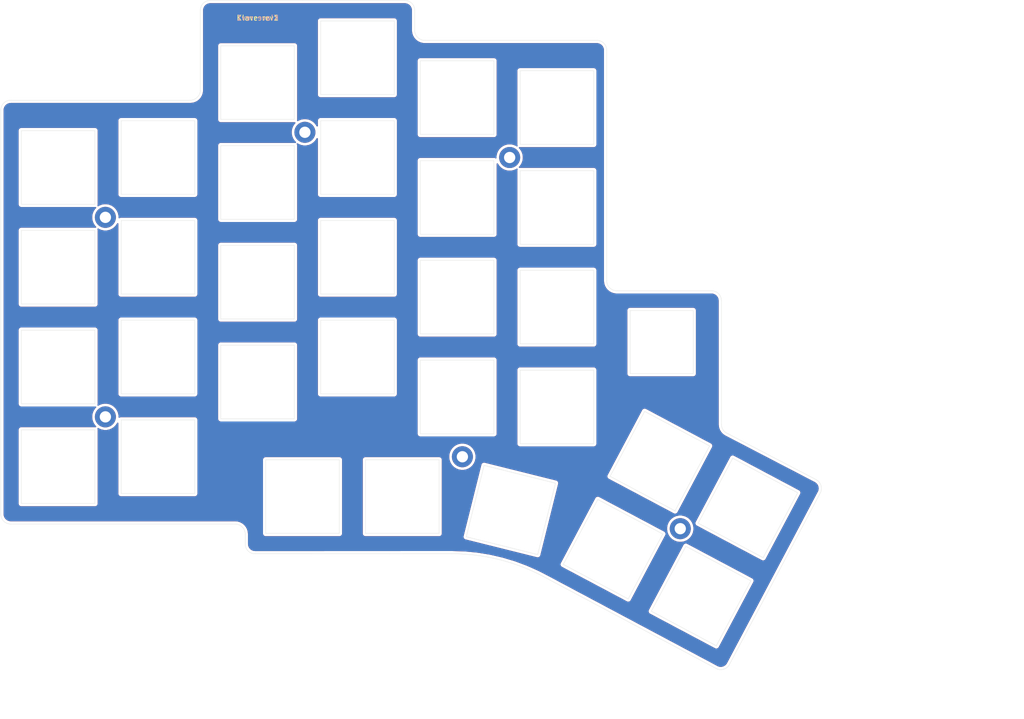
<source format=kicad_pcb>
(kicad_pcb (version 20171130) (host pcbnew "(5.1.6)-1")

  (general
    (thickness 1.6)
    (drawings 163)
    (tracks 0)
    (zones 0)
    (modules 38)
    (nets 1)
  )

  (page A4)
  (title_block
    (title "Klave Keyboard - Top")
    (date 2020-09-20)
    (rev 1)
  )

  (layers
    (0 F.Cu signal hide)
    (31 B.Cu signal hide)
    (32 B.Adhes user)
    (33 F.Adhes user)
    (34 B.Paste user)
    (35 F.Paste user)
    (36 B.SilkS user)
    (37 F.SilkS user)
    (38 B.Mask user)
    (39 F.Mask user)
    (40 Dwgs.User user)
    (41 Cmts.User user)
    (42 Eco1.User user)
    (43 Eco2.User user)
    (44 Edge.Cuts user)
    (45 Margin user)
    (46 B.CrtYd user)
    (47 F.CrtYd user)
    (48 B.Fab user)
    (49 F.Fab user)
  )

  (setup
    (last_trace_width 0.25)
    (trace_clearance 0.2)
    (zone_clearance 0.508)
    (zone_45_only no)
    (trace_min 0.25)
    (via_size 0.8)
    (via_drill 0.4)
    (via_min_size 0.4)
    (via_min_drill 0.3)
    (uvia_size 0.3)
    (uvia_drill 0.1)
    (uvias_allowed no)
    (uvia_min_size 0.2)
    (uvia_min_drill 0.1)
    (edge_width 0.05)
    (segment_width 0.2)
    (pcb_text_width 0.3)
    (pcb_text_size 1.5 1.5)
    (mod_edge_width 0.12)
    (mod_text_size 1 1)
    (mod_text_width 0.15)
    (pad_size 1.524 1.524)
    (pad_drill 0.762)
    (pad_to_mask_clearance 0.05)
    (aux_axis_origin 0 0)
    (visible_elements 7FFFFF7F)
    (pcbplotparams
      (layerselection 0x010fc_ffffffff)
      (usegerberextensions false)
      (usegerberattributes true)
      (usegerberadvancedattributes true)
      (creategerberjobfile true)
      (excludeedgelayer true)
      (linewidth 0.100000)
      (plotframeref false)
      (viasonmask false)
      (mode 1)
      (useauxorigin false)
      (hpglpennumber 1)
      (hpglpenspeed 20)
      (hpglpendiameter 15.000000)
      (psnegative false)
      (psa4output false)
      (plotreference true)
      (plotvalue true)
      (plotinvisibletext false)
      (padsonsilk false)
      (subtractmaskfromsilk false)
      (outputformat 1)
      (mirror false)
      (drillshape 0)
      (scaleselection 1)
      (outputdirectory "Gerber/"))
  )

  (net 0 "")

  (net_class Default "This is the default net class."
    (clearance 0.2)
    (trace_width 0.25)
    (via_dia 0.8)
    (via_drill 0.4)
    (uvia_dia 0.3)
    (uvia_drill 0.1)
    (diff_pair_width 0.25)
    (diff_pair_gap 0.25)
  )

  (module KlaveLib:RotaryEncoder_EC11E-Switch_Plate locked (layer F.Cu) (tedit 5F678092) (tstamp 5F5376C4)
    (at 152.95 92.15)
    (path /5F65CF2A)
    (fp_text reference ENC1 (at -4.572 -7.239) (layer F.Fab) hide
      (effects (font (size 1 1) (thickness 0.15)))
    )
    (fp_text value 5:0 (at 0 7.9) (layer F.Fab) hide
      (effects (font (size 1 1) (thickness 0.15)))
    )
    (fp_line (start -9.5 9.5) (end -9.5 -9.5) (layer Eco1.User) (width 0.12))
    (fp_line (start 9.5 9.5) (end -9.5 9.5) (layer Eco1.User) (width 0.12))
    (fp_line (start 9.5 -9.5) (end 9.5 9.5) (layer Eco1.User) (width 0.12))
    (fp_line (start -9.5 -9.5) (end 9.5 -9.5) (layer Eco1.User) (width 0.12))
    (fp_circle (center 0 0) (end 10 0) (layer Dwgs.User) (width 0.12))
    (fp_line (start -6 -6) (end 6 -6) (layer Eco1.User) (width 0.12))
    (fp_line (start 6 -6) (end 6 6) (layer Eco1.User) (width 0.12))
    (fp_line (start 6 6) (end -6 6) (layer Eco1.User) (width 0.12))
    (fp_line (start -6 6) (end -6 -6) (layer Eco1.User) (width 0.12))
    (model ${KIPRJMOD}/Libs/KlaveLib.3d/RotaryEncoder_EC11.wrl
      (offset (xyz 0 0 -1.7))
      (scale (xyz 1 1 1))
      (rotate (xyz 0 0 90))
    )
    (model ${KIPRJMOD}/Libs/KlaveLib.3d/RotaryEncoder_Knob_35mm.stp
      (offset (xyz 0 0 7))
      (scale (xyz 0.52 0.52 1))
      (rotate (xyz 0 0 0))
    )
  )

  (module KlaveLib:SW_Socket_MX_Plate locked (layer F.Cu) (tedit 5F677BB3) (tstamp 5F538182)
    (at 160.4658 140.5279 332)
    (path /5F5EA27F)
    (fp_text reference SW36 (at 0 -8.509 152) (layer F.Fab) hide
      (effects (font (size 1 1) (thickness 0.15)))
    )
    (fp_text value 5:5 (at 0 8.636 152) (layer F.Fab) hide
      (effects (font (size 1 1) (thickness 0.15)))
    )
    (fp_line (start -7 7) (end -7 -7) (layer Eco1.User) (width 0.12))
    (fp_line (start 7 7) (end -7 7) (layer Eco1.User) (width 0.12))
    (fp_line (start 7 -7) (end 7 7) (layer Eco1.User) (width 0.12))
    (fp_line (start -7 -7) (end 7 -7) (layer Eco1.User) (width 0.12))
    (fp_line (start -9 9) (end -9 -8.95) (layer Dwgs.User) (width 0.12))
    (fp_line (start 9 9) (end -9 9) (layer Dwgs.User) (width 0.12))
    (fp_line (start 9 -9) (end 9 9) (layer Dwgs.User) (width 0.12))
    (fp_line (start -9 -9) (end 9 -9) (layer Dwgs.User) (width 0.12))
    (fp_line (start -9.5 9.5) (end -9.5 -9.5) (layer Eco1.User) (width 0.12))
    (fp_line (start 9.5 9.5) (end -9.5 9.5) (layer Eco1.User) (width 0.12))
    (fp_line (start 9.5 -9.5) (end 9.5 9.5) (layer Eco1.User) (width 0.12))
    (fp_line (start -9.5 -9.5) (end 9.5 -9.5) (layer Eco1.User) (width 0.12))
    (model ${KIPRJMOD}/Libs/KlaveLib.3d/Switch_Cherry_MX.step
      (offset (xyz -0.3 -0.3 5.5))
      (scale (xyz 1 1 1))
      (rotate (xyz 0 180 90))
    )
    (model ${KIPRJMOD}/Libs/KlaveLib.3d/Switch_Socket_Kailh_MX.step
      (offset (xyz 0.6 -3.8 -3.6))
      (scale (xyz 1 1 1))
      (rotate (xyz 0 0 0))
    )
    (model ${KIPRJMOD}/Libs/KlaveLib.3d/Keycap_Cherry_MX.step
      (offset (xyz -9 9 10.75))
      (scale (xyz 1 1 1))
      (rotate (xyz -90 0 0))
    )
  )

  (module KlaveLib:SW_Socket_MX_Plate locked (layer F.Cu) (tedit 5F677BB3) (tstamp 5F538134)
    (at 143.6898 131.608 332)
    (path /5F5EA293)
    (fp_text reference SW35 (at 0 -8.509 152) (layer F.Fab) hide
      (effects (font (size 1 1) (thickness 0.15)))
    )
    (fp_text value 5:4 (at 0 8.636 152) (layer F.Fab) hide
      (effects (font (size 1 1) (thickness 0.15)))
    )
    (fp_line (start -7 7) (end -7 -7) (layer Eco1.User) (width 0.12))
    (fp_line (start 7 7) (end -7 7) (layer Eco1.User) (width 0.12))
    (fp_line (start 7 -7) (end 7 7) (layer Eco1.User) (width 0.12))
    (fp_line (start -7 -7) (end 7 -7) (layer Eco1.User) (width 0.12))
    (fp_line (start -9 9) (end -9 -8.95) (layer Dwgs.User) (width 0.12))
    (fp_line (start 9 9) (end -9 9) (layer Dwgs.User) (width 0.12))
    (fp_line (start 9 -9) (end 9 9) (layer Dwgs.User) (width 0.12))
    (fp_line (start -9 -9) (end 9 -9) (layer Dwgs.User) (width 0.12))
    (fp_line (start -9.5 9.5) (end -9.5 -9.5) (layer Eco1.User) (width 0.12))
    (fp_line (start 9.5 9.5) (end -9.5 9.5) (layer Eco1.User) (width 0.12))
    (fp_line (start 9.5 -9.5) (end 9.5 9.5) (layer Eco1.User) (width 0.12))
    (fp_line (start -9.5 -9.5) (end 9.5 -9.5) (layer Eco1.User) (width 0.12))
    (model ${KIPRJMOD}/Libs/KlaveLib.3d/Switch_Cherry_MX.step
      (offset (xyz -0.3 -0.3 5.5))
      (scale (xyz 1 1 1))
      (rotate (xyz 0 180 90))
    )
    (model ${KIPRJMOD}/Libs/KlaveLib.3d/Switch_Socket_Kailh_MX.step
      (offset (xyz 0.6 -3.8 -3.6))
      (scale (xyz 1 1 1))
      (rotate (xyz 0 0 0))
    )
    (model ${KIPRJMOD}/Libs/KlaveLib.3d/Keycap_Cherry_MX.step
      (offset (xyz -9 9 10.75))
      (scale (xyz 1 1 1))
      (rotate (xyz -90 0 0))
    )
  )

  (module KlaveLib:SW_Socket_MX_Plate locked (layer F.Cu) (tedit 5F677BB3) (tstamp 5F54B287)
    (at 169.3858 123.7519 332)
    (path /5F5C650B)
    (fp_text reference SW30 (at 0 -8.509 152) (layer F.Fab) hide
      (effects (font (size 1 1) (thickness 0.15)))
    )
    (fp_text value 4:5 (at 0 8.636 152) (layer F.Fab) hide
      (effects (font (size 1 1) (thickness 0.15)))
    )
    (fp_line (start -7 7) (end -7 -7) (layer Eco1.User) (width 0.12))
    (fp_line (start 7 7) (end -7 7) (layer Eco1.User) (width 0.12))
    (fp_line (start 7 -7) (end 7 7) (layer Eco1.User) (width 0.12))
    (fp_line (start -7 -7) (end 7 -7) (layer Eco1.User) (width 0.12))
    (fp_line (start -9 9) (end -9 -8.95) (layer Dwgs.User) (width 0.12))
    (fp_line (start 9 9) (end -9 9) (layer Dwgs.User) (width 0.12))
    (fp_line (start 9 -9) (end 9 9) (layer Dwgs.User) (width 0.12))
    (fp_line (start -9 -9) (end 9 -9) (layer Dwgs.User) (width 0.12))
    (fp_line (start -9.5 9.5) (end -9.5 -9.5) (layer Eco1.User) (width 0.12))
    (fp_line (start 9.5 9.5) (end -9.5 9.5) (layer Eco1.User) (width 0.12))
    (fp_line (start 9.5 -9.5) (end 9.5 9.5) (layer Eco1.User) (width 0.12))
    (fp_line (start -9.5 -9.5) (end 9.5 -9.5) (layer Eco1.User) (width 0.12))
    (model ${KIPRJMOD}/Libs/KlaveLib.3d/Switch_Cherry_MX.step
      (offset (xyz -0.3 -0.3 5.5))
      (scale (xyz 1 1 1))
      (rotate (xyz 0 180 90))
    )
    (model ${KIPRJMOD}/Libs/KlaveLib.3d/Switch_Socket_Kailh_MX.step
      (offset (xyz 0.6 -3.8 -3.6))
      (scale (xyz 1 1 1))
      (rotate (xyz 0 0 0))
    )
    (model ${KIPRJMOD}/Libs/KlaveLib.3d/Keycap_Cherry_MX.step
      (offset (xyz -9 9 10.75))
      (scale (xyz 1 1 1))
      (rotate (xyz -90 0 0))
    )
  )

  (module KlaveLib:SW_Socket_MX_Plate locked (layer F.Cu) (tedit 5F677BB3) (tstamp 5F538098)
    (at 152.6098 114.832 332)
    (path /5F5C651F)
    (fp_text reference SW29 (at 0 -8.509 152) (layer F.Fab) hide
      (effects (font (size 1 1) (thickness 0.15)))
    )
    (fp_text value 4:4 (at 0 8.636 152) (layer F.Fab) hide
      (effects (font (size 1 1) (thickness 0.15)))
    )
    (fp_line (start -7 7) (end -7 -7) (layer Eco1.User) (width 0.12))
    (fp_line (start 7 7) (end -7 7) (layer Eco1.User) (width 0.12))
    (fp_line (start 7 -7) (end 7 7) (layer Eco1.User) (width 0.12))
    (fp_line (start -7 -7) (end 7 -7) (layer Eco1.User) (width 0.12))
    (fp_line (start -9 9) (end -9 -8.95) (layer Dwgs.User) (width 0.12))
    (fp_line (start 9 9) (end -9 9) (layer Dwgs.User) (width 0.12))
    (fp_line (start 9 -9) (end 9 9) (layer Dwgs.User) (width 0.12))
    (fp_line (start -9 -9) (end 9 -9) (layer Dwgs.User) (width 0.12))
    (fp_line (start -9.5 9.5) (end -9.5 -9.5) (layer Eco1.User) (width 0.12))
    (fp_line (start 9.5 9.5) (end -9.5 9.5) (layer Eco1.User) (width 0.12))
    (fp_line (start 9.5 -9.5) (end 9.5 9.5) (layer Eco1.User) (width 0.12))
    (fp_line (start -9.5 -9.5) (end 9.5 -9.5) (layer Eco1.User) (width 0.12))
    (model ${KIPRJMOD}/Libs/KlaveLib.3d/Switch_Cherry_MX.step
      (offset (xyz -0.3 -0.3 5.5))
      (scale (xyz 1 1 1))
      (rotate (xyz 0 180 90))
    )
    (model ${KIPRJMOD}/Libs/KlaveLib.3d/Switch_Socket_Kailh_MX.step
      (offset (xyz 0.6 -3.8 -3.6))
      (scale (xyz 1 1 1))
      (rotate (xyz 0 0 0))
    )
    (model ${KIPRJMOD}/Libs/KlaveLib.3d/Keycap_Cherry_MX.step
      (offset (xyz -9 9 10.75))
      (scale (xyz 1 1 1))
      (rotate (xyz -90 0 0))
    )
  )

  (module KlaveLib:SW_Socket_MX_Plate locked (layer F.Cu) (tedit 5F677BB3) (tstamp 5F54BA91)
    (at 124.2343 124.1397 346)
    (path /5F5C6533)
    (fp_text reference SW28 (at 0 -8.509 166) (layer F.Fab) hide
      (effects (font (size 1 1) (thickness 0.15)))
    )
    (fp_text value 4:3 (at 0 8.636 166) (layer F.Fab) hide
      (effects (font (size 1 1) (thickness 0.15)))
    )
    (fp_line (start -7 7) (end -7 -7) (layer Eco1.User) (width 0.12))
    (fp_line (start 7 7) (end -7 7) (layer Eco1.User) (width 0.12))
    (fp_line (start 7 -7) (end 7 7) (layer Eco1.User) (width 0.12))
    (fp_line (start -7 -7) (end 7 -7) (layer Eco1.User) (width 0.12))
    (fp_line (start -9 9) (end -9 -8.95) (layer Dwgs.User) (width 0.12))
    (fp_line (start 9 9) (end -9 9) (layer Dwgs.User) (width 0.12))
    (fp_line (start 9 -9) (end 9 9) (layer Dwgs.User) (width 0.12))
    (fp_line (start -9 -9) (end 9 -9) (layer Dwgs.User) (width 0.12))
    (fp_line (start -9.5 9.5) (end -9.5 -9.5) (layer Eco1.User) (width 0.12))
    (fp_line (start 9.5 9.5) (end -9.5 9.5) (layer Eco1.User) (width 0.12))
    (fp_line (start 9.5 -9.5) (end 9.5 9.5) (layer Eco1.User) (width 0.12))
    (fp_line (start -9.5 -9.5) (end 9.5 -9.5) (layer Eco1.User) (width 0.12))
    (model ${KIPRJMOD}/Libs/KlaveLib.3d/Switch_Cherry_MX.step
      (offset (xyz -0.3 -0.3 5.5))
      (scale (xyz 1 1 1))
      (rotate (xyz 0 180 90))
    )
    (model ${KIPRJMOD}/Libs/KlaveLib.3d/Switch_Socket_Kailh_MX.step
      (offset (xyz 0.6 -3.8 -3.6))
      (scale (xyz 1 1 1))
      (rotate (xyz 0 0 0))
    )
    (model ${KIPRJMOD}/Libs/KlaveLib.3d/Keycap_Cherry_MX.step
      (offset (xyz -9 9 10.75))
      (scale (xyz 1 1 1))
      (rotate (xyz -90 0 0))
    )
  )

  (module KlaveLib:SW_Socket_MX_Plate locked (layer F.Cu) (tedit 5F677BB3) (tstamp 5F549C91)
    (at 103.55 121.6)
    (path /5F5C6547)
    (fp_text reference SW27 (at 0 -8.509) (layer F.Fab) hide
      (effects (font (size 1 1) (thickness 0.15)))
    )
    (fp_text value 4:2 (at 0 8.636) (layer F.Fab) hide
      (effects (font (size 1 1) (thickness 0.15)))
    )
    (fp_line (start -7 7) (end -7 -7) (layer Eco1.User) (width 0.12))
    (fp_line (start 7 7) (end -7 7) (layer Eco1.User) (width 0.12))
    (fp_line (start 7 -7) (end 7 7) (layer Eco1.User) (width 0.12))
    (fp_line (start -7 -7) (end 7 -7) (layer Eco1.User) (width 0.12))
    (fp_line (start -9 9) (end -9 -8.95) (layer Dwgs.User) (width 0.12))
    (fp_line (start 9 9) (end -9 9) (layer Dwgs.User) (width 0.12))
    (fp_line (start 9 -9) (end 9 9) (layer Dwgs.User) (width 0.12))
    (fp_line (start -9 -9) (end 9 -9) (layer Dwgs.User) (width 0.12))
    (fp_line (start -9.5 9.5) (end -9.5 -9.5) (layer Eco1.User) (width 0.12))
    (fp_line (start 9.5 9.5) (end -9.5 9.5) (layer Eco1.User) (width 0.12))
    (fp_line (start 9.5 -9.5) (end 9.5 9.5) (layer Eco1.User) (width 0.12))
    (fp_line (start -9.5 -9.5) (end 9.5 -9.5) (layer Eco1.User) (width 0.12))
    (model ${KIPRJMOD}/Libs/KlaveLib.3d/Switch_Cherry_MX.step
      (offset (xyz -0.3 -0.3 5.5))
      (scale (xyz 1 1 1))
      (rotate (xyz 0 180 90))
    )
    (model ${KIPRJMOD}/Libs/KlaveLib.3d/Switch_Socket_Kailh_MX.step
      (offset (xyz 0.6 -3.8 -3.6))
      (scale (xyz 1 1 1))
      (rotate (xyz 0 0 0))
    )
    (model ${KIPRJMOD}/Libs/KlaveLib.3d/Keycap_Cherry_MX.step
      (offset (xyz -9 9 10.75))
      (scale (xyz 1 1 1))
      (rotate (xyz -90 0 0))
    )
  )

  (module KlaveLib:SW_Socket_MX_Plate locked (layer F.Cu) (tedit 5F677BB3) (tstamp 5F5499B4)
    (at 84.55 121.6)
    (path /5F5C655B)
    (fp_text reference SW26 (at 0 -8.509) (layer F.Fab) hide
      (effects (font (size 1 1) (thickness 0.15)))
    )
    (fp_text value 4:1 (at 0 8.636) (layer F.Fab) hide
      (effects (font (size 1 1) (thickness 0.15)))
    )
    (fp_line (start -7 7) (end -7 -7) (layer Eco1.User) (width 0.12))
    (fp_line (start 7 7) (end -7 7) (layer Eco1.User) (width 0.12))
    (fp_line (start 7 -7) (end 7 7) (layer Eco1.User) (width 0.12))
    (fp_line (start -7 -7) (end 7 -7) (layer Eco1.User) (width 0.12))
    (fp_line (start -9 9) (end -9 -8.95) (layer Dwgs.User) (width 0.12))
    (fp_line (start 9 9) (end -9 9) (layer Dwgs.User) (width 0.12))
    (fp_line (start 9 -9) (end 9 9) (layer Dwgs.User) (width 0.12))
    (fp_line (start -9 -9) (end 9 -9) (layer Dwgs.User) (width 0.12))
    (fp_line (start -9.5 9.5) (end -9.5 -9.5) (layer Eco1.User) (width 0.12))
    (fp_line (start 9.5 9.5) (end -9.5 9.5) (layer Eco1.User) (width 0.12))
    (fp_line (start 9.5 -9.5) (end 9.5 9.5) (layer Eco1.User) (width 0.12))
    (fp_line (start -9.5 -9.5) (end 9.5 -9.5) (layer Eco1.User) (width 0.12))
    (model ${KIPRJMOD}/Libs/KlaveLib.3d/Switch_Cherry_MX.step
      (offset (xyz -0.3 -0.3 5.5))
      (scale (xyz 1 1 1))
      (rotate (xyz 0 180 90))
    )
    (model ${KIPRJMOD}/Libs/KlaveLib.3d/Switch_Socket_Kailh_MX.step
      (offset (xyz 0.6 -3.8 -3.6))
      (scale (xyz 1 1 1))
      (rotate (xyz 0 0 0))
    )
    (model ${KIPRJMOD}/Libs/KlaveLib.3d/Keycap_Cherry_MX.step
      (offset (xyz -9 9 10.75))
      (scale (xyz 1 1 1))
      (rotate (xyz -90 0 0))
    )
  )

  (module KlaveLib:SW_Socket_MX_Plate locked (layer F.Cu) (tedit 5F677BB3) (tstamp 5F537F60)
    (at 133 104.5)
    (path /5F4C9865)
    (fp_text reference SW24 (at 0 -8.509) (layer F.Fab) hide
      (effects (font (size 1 1) (thickness 0.15)))
    )
    (fp_text value 3:5 (at 0 8.636) (layer F.Fab) hide
      (effects (font (size 1 1) (thickness 0.15)))
    )
    (fp_line (start -7 7) (end -7 -7) (layer Eco1.User) (width 0.12))
    (fp_line (start 7 7) (end -7 7) (layer Eco1.User) (width 0.12))
    (fp_line (start 7 -7) (end 7 7) (layer Eco1.User) (width 0.12))
    (fp_line (start -7 -7) (end 7 -7) (layer Eco1.User) (width 0.12))
    (fp_line (start -9 9) (end -9 -8.95) (layer Dwgs.User) (width 0.12))
    (fp_line (start 9 9) (end -9 9) (layer Dwgs.User) (width 0.12))
    (fp_line (start 9 -9) (end 9 9) (layer Dwgs.User) (width 0.12))
    (fp_line (start -9 -9) (end 9 -9) (layer Dwgs.User) (width 0.12))
    (fp_line (start -9.5 9.5) (end -9.5 -9.5) (layer Eco1.User) (width 0.12))
    (fp_line (start 9.5 9.5) (end -9.5 9.5) (layer Eco1.User) (width 0.12))
    (fp_line (start 9.5 -9.5) (end 9.5 9.5) (layer Eco1.User) (width 0.12))
    (fp_line (start -9.5 -9.5) (end 9.5 -9.5) (layer Eco1.User) (width 0.12))
    (model ${KIPRJMOD}/Libs/KlaveLib.3d/Switch_Cherry_MX.step
      (offset (xyz -0.3 -0.3 5.5))
      (scale (xyz 1 1 1))
      (rotate (xyz 0 180 90))
    )
    (model ${KIPRJMOD}/Libs/KlaveLib.3d/Switch_Socket_Kailh_MX.step
      (offset (xyz 0.6 -3.8 -3.6))
      (scale (xyz 1 1 1))
      (rotate (xyz 0 0 0))
    )
    (model ${KIPRJMOD}/Libs/KlaveLib.3d/Keycap_Cherry_MX.step
      (offset (xyz -9 9 10.75))
      (scale (xyz 1 1 1))
      (rotate (xyz -90 0 0))
    )
  )

  (module KlaveLib:SW_Socket_MX_Plate locked (layer F.Cu) (tedit 5F677BB3) (tstamp 5F537F12)
    (at 114 102.6)
    (path /5F4C9815)
    (fp_text reference SW23 (at 0 -8.509) (layer F.Fab) hide
      (effects (font (size 1 1) (thickness 0.15)))
    )
    (fp_text value 3:4 (at 0 8.636) (layer F.Fab) hide
      (effects (font (size 1 1) (thickness 0.15)))
    )
    (fp_line (start -7 7) (end -7 -7) (layer Eco1.User) (width 0.12))
    (fp_line (start 7 7) (end -7 7) (layer Eco1.User) (width 0.12))
    (fp_line (start 7 -7) (end 7 7) (layer Eco1.User) (width 0.12))
    (fp_line (start -7 -7) (end 7 -7) (layer Eco1.User) (width 0.12))
    (fp_line (start -9 9) (end -9 -8.95) (layer Dwgs.User) (width 0.12))
    (fp_line (start 9 9) (end -9 9) (layer Dwgs.User) (width 0.12))
    (fp_line (start 9 -9) (end 9 9) (layer Dwgs.User) (width 0.12))
    (fp_line (start -9 -9) (end 9 -9) (layer Dwgs.User) (width 0.12))
    (fp_line (start -9.5 9.5) (end -9.5 -9.5) (layer Eco1.User) (width 0.12))
    (fp_line (start 9.5 9.5) (end -9.5 9.5) (layer Eco1.User) (width 0.12))
    (fp_line (start 9.5 -9.5) (end 9.5 9.5) (layer Eco1.User) (width 0.12))
    (fp_line (start -9.5 -9.5) (end 9.5 -9.5) (layer Eco1.User) (width 0.12))
    (model ${KIPRJMOD}/Libs/KlaveLib.3d/Switch_Cherry_MX.step
      (offset (xyz -0.3 -0.3 5.5))
      (scale (xyz 1 1 1))
      (rotate (xyz 0 180 90))
    )
    (model ${KIPRJMOD}/Libs/KlaveLib.3d/Switch_Socket_Kailh_MX.step
      (offset (xyz 0.6 -3.8 -3.6))
      (scale (xyz 1 1 1))
      (rotate (xyz 0 0 0))
    )
    (model ${KIPRJMOD}/Libs/KlaveLib.3d/Keycap_Cherry_MX.step
      (offset (xyz -9 9 10.75))
      (scale (xyz 1 1 1))
      (rotate (xyz -90 0 0))
    )
  )

  (module KlaveLib:SW_Socket_MX_Plate locked (layer F.Cu) (tedit 5F677BB3) (tstamp 5F537EC4)
    (at 95 95)
    (path /5F49CD8F)
    (fp_text reference SW22 (at 0 -8.509) (layer F.Fab) hide
      (effects (font (size 1 1) (thickness 0.15)))
    )
    (fp_text value 3:3 (at 0 8.636) (layer F.Fab) hide
      (effects (font (size 1 1) (thickness 0.15)))
    )
    (fp_line (start -7 7) (end -7 -7) (layer Eco1.User) (width 0.12))
    (fp_line (start 7 7) (end -7 7) (layer Eco1.User) (width 0.12))
    (fp_line (start 7 -7) (end 7 7) (layer Eco1.User) (width 0.12))
    (fp_line (start -7 -7) (end 7 -7) (layer Eco1.User) (width 0.12))
    (fp_line (start -9 9) (end -9 -8.95) (layer Dwgs.User) (width 0.12))
    (fp_line (start 9 9) (end -9 9) (layer Dwgs.User) (width 0.12))
    (fp_line (start 9 -9) (end 9 9) (layer Dwgs.User) (width 0.12))
    (fp_line (start -9 -9) (end 9 -9) (layer Dwgs.User) (width 0.12))
    (fp_line (start -9.5 9.5) (end -9.5 -9.5) (layer Eco1.User) (width 0.12))
    (fp_line (start 9.5 9.5) (end -9.5 9.5) (layer Eco1.User) (width 0.12))
    (fp_line (start 9.5 -9.5) (end 9.5 9.5) (layer Eco1.User) (width 0.12))
    (fp_line (start -9.5 -9.5) (end 9.5 -9.5) (layer Eco1.User) (width 0.12))
    (model ${KIPRJMOD}/Libs/KlaveLib.3d/Switch_Cherry_MX.step
      (offset (xyz -0.3 -0.3 5.5))
      (scale (xyz 1 1 1))
      (rotate (xyz 0 180 90))
    )
    (model ${KIPRJMOD}/Libs/KlaveLib.3d/Switch_Socket_Kailh_MX.step
      (offset (xyz 0.6 -3.8 -3.6))
      (scale (xyz 1 1 1))
      (rotate (xyz 0 0 0))
    )
    (model ${KIPRJMOD}/Libs/KlaveLib.3d/Keycap_Cherry_MX.step
      (offset (xyz -9 9 10.75))
      (scale (xyz 1 1 1))
      (rotate (xyz -90 0 0))
    )
  )

  (module KlaveLib:SW_Socket_MX_Plate locked (layer F.Cu) (tedit 5F677BB3) (tstamp 5F537E76)
    (at 76 99.75)
    (path /5F49CD3F)
    (fp_text reference SW21 (at 0 -8.509) (layer F.Fab) hide
      (effects (font (size 1 1) (thickness 0.15)))
    )
    (fp_text value 3:2 (at 0 8.636) (layer F.Fab) hide
      (effects (font (size 1 1) (thickness 0.15)))
    )
    (fp_line (start -7 7) (end -7 -7) (layer Eco1.User) (width 0.12))
    (fp_line (start 7 7) (end -7 7) (layer Eco1.User) (width 0.12))
    (fp_line (start 7 -7) (end 7 7) (layer Eco1.User) (width 0.12))
    (fp_line (start -7 -7) (end 7 -7) (layer Eco1.User) (width 0.12))
    (fp_line (start -9 9) (end -9 -8.95) (layer Dwgs.User) (width 0.12))
    (fp_line (start 9 9) (end -9 9) (layer Dwgs.User) (width 0.12))
    (fp_line (start 9 -9) (end 9 9) (layer Dwgs.User) (width 0.12))
    (fp_line (start -9 -9) (end 9 -9) (layer Dwgs.User) (width 0.12))
    (fp_line (start -9.5 9.5) (end -9.5 -9.5) (layer Eco1.User) (width 0.12))
    (fp_line (start 9.5 9.5) (end -9.5 9.5) (layer Eco1.User) (width 0.12))
    (fp_line (start 9.5 -9.5) (end 9.5 9.5) (layer Eco1.User) (width 0.12))
    (fp_line (start -9.5 -9.5) (end 9.5 -9.5) (layer Eco1.User) (width 0.12))
    (model ${KIPRJMOD}/Libs/KlaveLib.3d/Switch_Cherry_MX.step
      (offset (xyz -0.3 -0.3 5.5))
      (scale (xyz 1 1 1))
      (rotate (xyz 0 180 90))
    )
    (model ${KIPRJMOD}/Libs/KlaveLib.3d/Switch_Socket_Kailh_MX.step
      (offset (xyz 0.6 -3.8 -3.6))
      (scale (xyz 1 1 1))
      (rotate (xyz 0 0 0))
    )
    (model ${KIPRJMOD}/Libs/KlaveLib.3d/Keycap_Cherry_MX.step
      (offset (xyz -9 9 10.75))
      (scale (xyz 1 1 1))
      (rotate (xyz -90 0 0))
    )
  )

  (module KlaveLib:SW_Socket_MX_Plate locked (layer F.Cu) (tedit 5F677BB3) (tstamp 5F537E28)
    (at 57 114)
    (path /5F495629)
    (fp_text reference SW20 (at 0 -8.509) (layer F.Fab) hide
      (effects (font (size 1 1) (thickness 0.15)))
    )
    (fp_text value 3:1 (at 0 8.636) (layer F.Fab) hide
      (effects (font (size 1 1) (thickness 0.15)))
    )
    (fp_line (start -7 7) (end -7 -7) (layer Eco1.User) (width 0.12))
    (fp_line (start 7 7) (end -7 7) (layer Eco1.User) (width 0.12))
    (fp_line (start 7 -7) (end 7 7) (layer Eco1.User) (width 0.12))
    (fp_line (start -7 -7) (end 7 -7) (layer Eco1.User) (width 0.12))
    (fp_line (start -9 9) (end -9 -8.95) (layer Dwgs.User) (width 0.12))
    (fp_line (start 9 9) (end -9 9) (layer Dwgs.User) (width 0.12))
    (fp_line (start 9 -9) (end 9 9) (layer Dwgs.User) (width 0.12))
    (fp_line (start -9 -9) (end 9 -9) (layer Dwgs.User) (width 0.12))
    (fp_line (start -9.5 9.5) (end -9.5 -9.5) (layer Eco1.User) (width 0.12))
    (fp_line (start 9.5 9.5) (end -9.5 9.5) (layer Eco1.User) (width 0.12))
    (fp_line (start 9.5 -9.5) (end 9.5 9.5) (layer Eco1.User) (width 0.12))
    (fp_line (start -9.5 -9.5) (end 9.5 -9.5) (layer Eco1.User) (width 0.12))
    (model ${KIPRJMOD}/Libs/KlaveLib.3d/Switch_Cherry_MX.step
      (offset (xyz -0.3 -0.3 5.5))
      (scale (xyz 1 1 1))
      (rotate (xyz 0 180 90))
    )
    (model ${KIPRJMOD}/Libs/KlaveLib.3d/Switch_Socket_Kailh_MX.step
      (offset (xyz 0.6 -3.8 -3.6))
      (scale (xyz 1 1 1))
      (rotate (xyz 0 0 0))
    )
    (model ${KIPRJMOD}/Libs/KlaveLib.3d/Keycap_Cherry_MX.step
      (offset (xyz -9 9 10.75))
      (scale (xyz 1 1 1))
      (rotate (xyz -90 0 0))
    )
  )

  (module KlaveLib:SW_Socket_MX_Plate locked (layer F.Cu) (tedit 5F677BB3) (tstamp 5F537DDA)
    (at 38 115.9)
    (path /5F469499)
    (fp_text reference SW19 (at 0 -8.509) (layer F.Fab) hide
      (effects (font (size 1 1) (thickness 0.15)))
    )
    (fp_text value 3:0 (at 0 8.636) (layer F.Fab) hide
      (effects (font (size 1 1) (thickness 0.15)))
    )
    (fp_line (start -7 7) (end -7 -7) (layer Eco1.User) (width 0.12))
    (fp_line (start 7 7) (end -7 7) (layer Eco1.User) (width 0.12))
    (fp_line (start 7 -7) (end 7 7) (layer Eco1.User) (width 0.12))
    (fp_line (start -7 -7) (end 7 -7) (layer Eco1.User) (width 0.12))
    (fp_line (start -9 9) (end -9 -8.95) (layer Dwgs.User) (width 0.12))
    (fp_line (start 9 9) (end -9 9) (layer Dwgs.User) (width 0.12))
    (fp_line (start 9 -9) (end 9 9) (layer Dwgs.User) (width 0.12))
    (fp_line (start -9 -9) (end 9 -9) (layer Dwgs.User) (width 0.12))
    (fp_line (start -9.5 9.5) (end -9.5 -9.5) (layer Eco1.User) (width 0.12))
    (fp_line (start 9.5 9.5) (end -9.5 9.5) (layer Eco1.User) (width 0.12))
    (fp_line (start 9.5 -9.5) (end 9.5 9.5) (layer Eco1.User) (width 0.12))
    (fp_line (start -9.5 -9.5) (end 9.5 -9.5) (layer Eco1.User) (width 0.12))
    (model ${KIPRJMOD}/Libs/KlaveLib.3d/Switch_Cherry_MX.step
      (offset (xyz -0.3 -0.3 5.5))
      (scale (xyz 1 1 1))
      (rotate (xyz 0 180 90))
    )
    (model ${KIPRJMOD}/Libs/KlaveLib.3d/Switch_Socket_Kailh_MX.step
      (offset (xyz 0.6 -3.8 -3.6))
      (scale (xyz 1 1 1))
      (rotate (xyz 0 0 0))
    )
    (model ${KIPRJMOD}/Libs/KlaveLib.3d/Keycap_Cherry_MX.step
      (offset (xyz -9 9 10.75))
      (scale (xyz 1 1 1))
      (rotate (xyz -90 0 0))
    )
  )

  (module KlaveLib:SW_Socket_MX_Plate locked (layer F.Cu) (tedit 5F677BB3) (tstamp 5F537D8C)
    (at 133 85.5)
    (path /5F4C985B)
    (fp_text reference SW18 (at 0 -8.509) (layer F.Fab) hide
      (effects (font (size 1 1) (thickness 0.15)))
    )
    (fp_text value 2:5 (at 0 8.636) (layer F.Fab) hide
      (effects (font (size 1 1) (thickness 0.15)))
    )
    (fp_line (start -7 7) (end -7 -7) (layer Eco1.User) (width 0.12))
    (fp_line (start 7 7) (end -7 7) (layer Eco1.User) (width 0.12))
    (fp_line (start 7 -7) (end 7 7) (layer Eco1.User) (width 0.12))
    (fp_line (start -7 -7) (end 7 -7) (layer Eco1.User) (width 0.12))
    (fp_line (start -9 9) (end -9 -8.95) (layer Dwgs.User) (width 0.12))
    (fp_line (start 9 9) (end -9 9) (layer Dwgs.User) (width 0.12))
    (fp_line (start 9 -9) (end 9 9) (layer Dwgs.User) (width 0.12))
    (fp_line (start -9 -9) (end 9 -9) (layer Dwgs.User) (width 0.12))
    (fp_line (start -9.5 9.5) (end -9.5 -9.5) (layer Eco1.User) (width 0.12))
    (fp_line (start 9.5 9.5) (end -9.5 9.5) (layer Eco1.User) (width 0.12))
    (fp_line (start 9.5 -9.5) (end 9.5 9.5) (layer Eco1.User) (width 0.12))
    (fp_line (start -9.5 -9.5) (end 9.5 -9.5) (layer Eco1.User) (width 0.12))
    (model ${KIPRJMOD}/Libs/KlaveLib.3d/Switch_Cherry_MX.step
      (offset (xyz -0.3 -0.3 5.5))
      (scale (xyz 1 1 1))
      (rotate (xyz 0 180 90))
    )
    (model ${KIPRJMOD}/Libs/KlaveLib.3d/Switch_Socket_Kailh_MX.step
      (offset (xyz 0.6 -3.8 -3.6))
      (scale (xyz 1 1 1))
      (rotate (xyz 0 0 0))
    )
    (model ${KIPRJMOD}/Libs/KlaveLib.3d/Keycap_Cherry_MX.step
      (offset (xyz -9 9 10.75))
      (scale (xyz 1 1 1))
      (rotate (xyz -90 0 0))
    )
  )

  (module KlaveLib:SW_Socket_MX_Plate locked (layer F.Cu) (tedit 5F677BB3) (tstamp 5F537D3E)
    (at 114 83.6)
    (path /5F4C980B)
    (fp_text reference SW17 (at 0 -8.509) (layer F.Fab) hide
      (effects (font (size 1 1) (thickness 0.15)))
    )
    (fp_text value 2:4 (at 0 8.636) (layer F.Fab) hide
      (effects (font (size 1 1) (thickness 0.15)))
    )
    (fp_line (start -7 7) (end -7 -7) (layer Eco1.User) (width 0.12))
    (fp_line (start 7 7) (end -7 7) (layer Eco1.User) (width 0.12))
    (fp_line (start 7 -7) (end 7 7) (layer Eco1.User) (width 0.12))
    (fp_line (start -7 -7) (end 7 -7) (layer Eco1.User) (width 0.12))
    (fp_line (start -9 9) (end -9 -8.95) (layer Dwgs.User) (width 0.12))
    (fp_line (start 9 9) (end -9 9) (layer Dwgs.User) (width 0.12))
    (fp_line (start 9 -9) (end 9 9) (layer Dwgs.User) (width 0.12))
    (fp_line (start -9 -9) (end 9 -9) (layer Dwgs.User) (width 0.12))
    (fp_line (start -9.5 9.5) (end -9.5 -9.5) (layer Eco1.User) (width 0.12))
    (fp_line (start 9.5 9.5) (end -9.5 9.5) (layer Eco1.User) (width 0.12))
    (fp_line (start 9.5 -9.5) (end 9.5 9.5) (layer Eco1.User) (width 0.12))
    (fp_line (start -9.5 -9.5) (end 9.5 -9.5) (layer Eco1.User) (width 0.12))
    (model ${KIPRJMOD}/Libs/KlaveLib.3d/Switch_Cherry_MX.step
      (offset (xyz -0.3 -0.3 5.5))
      (scale (xyz 1 1 1))
      (rotate (xyz 0 180 90))
    )
    (model ${KIPRJMOD}/Libs/KlaveLib.3d/Switch_Socket_Kailh_MX.step
      (offset (xyz 0.6 -3.8 -3.6))
      (scale (xyz 1 1 1))
      (rotate (xyz 0 0 0))
    )
    (model ${KIPRJMOD}/Libs/KlaveLib.3d/Keycap_Cherry_MX.step
      (offset (xyz -9 9 10.75))
      (scale (xyz 1 1 1))
      (rotate (xyz -90 0 0))
    )
  )

  (module KlaveLib:SW_Socket_MX_Plate locked (layer F.Cu) (tedit 5F677BB3) (tstamp 5F537CF0)
    (at 95 76)
    (path /5F49CD85)
    (fp_text reference SW16 (at 0 -8.509) (layer F.Fab) hide
      (effects (font (size 1 1) (thickness 0.15)))
    )
    (fp_text value 2:3 (at 0 8.636) (layer F.Fab) hide
      (effects (font (size 1 1) (thickness 0.15)))
    )
    (fp_line (start -7 7) (end -7 -7) (layer Eco1.User) (width 0.12))
    (fp_line (start 7 7) (end -7 7) (layer Eco1.User) (width 0.12))
    (fp_line (start 7 -7) (end 7 7) (layer Eco1.User) (width 0.12))
    (fp_line (start -7 -7) (end 7 -7) (layer Eco1.User) (width 0.12))
    (fp_line (start -9 9) (end -9 -8.95) (layer Dwgs.User) (width 0.12))
    (fp_line (start 9 9) (end -9 9) (layer Dwgs.User) (width 0.12))
    (fp_line (start 9 -9) (end 9 9) (layer Dwgs.User) (width 0.12))
    (fp_line (start -9 -9) (end 9 -9) (layer Dwgs.User) (width 0.12))
    (fp_line (start -9.5 9.5) (end -9.5 -9.5) (layer Eco1.User) (width 0.12))
    (fp_line (start 9.5 9.5) (end -9.5 9.5) (layer Eco1.User) (width 0.12))
    (fp_line (start 9.5 -9.5) (end 9.5 9.5) (layer Eco1.User) (width 0.12))
    (fp_line (start -9.5 -9.5) (end 9.5 -9.5) (layer Eco1.User) (width 0.12))
    (model ${KIPRJMOD}/Libs/KlaveLib.3d/Switch_Cherry_MX.step
      (offset (xyz -0.3 -0.3 5.5))
      (scale (xyz 1 1 1))
      (rotate (xyz 0 180 90))
    )
    (model ${KIPRJMOD}/Libs/KlaveLib.3d/Switch_Socket_Kailh_MX.step
      (offset (xyz 0.6 -3.8 -3.6))
      (scale (xyz 1 1 1))
      (rotate (xyz 0 0 0))
    )
    (model ${KIPRJMOD}/Libs/KlaveLib.3d/Keycap_Cherry_MX.step
      (offset (xyz -9 9 10.75))
      (scale (xyz 1 1 1))
      (rotate (xyz -90 0 0))
    )
  )

  (module KlaveLib:SW_Socket_MX_Plate locked (layer F.Cu) (tedit 5F677BB3) (tstamp 5F537CA2)
    (at 76 80.75)
    (path /5F49CD35)
    (fp_text reference SW15 (at 0 -8.509) (layer F.Fab) hide
      (effects (font (size 1 1) (thickness 0.15)))
    )
    (fp_text value 2:2 (at 0 8.636) (layer F.Fab) hide
      (effects (font (size 1 1) (thickness 0.15)))
    )
    (fp_line (start -7 7) (end -7 -7) (layer Eco1.User) (width 0.12))
    (fp_line (start 7 7) (end -7 7) (layer Eco1.User) (width 0.12))
    (fp_line (start 7 -7) (end 7 7) (layer Eco1.User) (width 0.12))
    (fp_line (start -7 -7) (end 7 -7) (layer Eco1.User) (width 0.12))
    (fp_line (start -9 9) (end -9 -8.95) (layer Dwgs.User) (width 0.12))
    (fp_line (start 9 9) (end -9 9) (layer Dwgs.User) (width 0.12))
    (fp_line (start 9 -9) (end 9 9) (layer Dwgs.User) (width 0.12))
    (fp_line (start -9 -9) (end 9 -9) (layer Dwgs.User) (width 0.12))
    (fp_line (start -9.5 9.5) (end -9.5 -9.5) (layer Eco1.User) (width 0.12))
    (fp_line (start 9.5 9.5) (end -9.5 9.5) (layer Eco1.User) (width 0.12))
    (fp_line (start 9.5 -9.5) (end 9.5 9.5) (layer Eco1.User) (width 0.12))
    (fp_line (start -9.5 -9.5) (end 9.5 -9.5) (layer Eco1.User) (width 0.12))
    (model ${KIPRJMOD}/Libs/KlaveLib.3d/Switch_Cherry_MX.step
      (offset (xyz -0.3 -0.3 5.5))
      (scale (xyz 1 1 1))
      (rotate (xyz 0 180 90))
    )
    (model ${KIPRJMOD}/Libs/KlaveLib.3d/Switch_Socket_Kailh_MX.step
      (offset (xyz 0.6 -3.8 -3.6))
      (scale (xyz 1 1 1))
      (rotate (xyz 0 0 0))
    )
    (model ${KIPRJMOD}/Libs/KlaveLib.3d/Keycap_Cherry_MX.step
      (offset (xyz -9 9 10.75))
      (scale (xyz 1 1 1))
      (rotate (xyz -90 0 0))
    )
  )

  (module KlaveLib:SW_Socket_MX_Plate locked (layer F.Cu) (tedit 5F677BB3) (tstamp 5F537C54)
    (at 57 95)
    (path /5F49561F)
    (fp_text reference SW14 (at 0 -8.509) (layer F.Fab) hide
      (effects (font (size 1 1) (thickness 0.15)))
    )
    (fp_text value 2:1 (at 0 8.636) (layer F.Fab) hide
      (effects (font (size 1 1) (thickness 0.15)))
    )
    (fp_line (start -7 7) (end -7 -7) (layer Eco1.User) (width 0.12))
    (fp_line (start 7 7) (end -7 7) (layer Eco1.User) (width 0.12))
    (fp_line (start 7 -7) (end 7 7) (layer Eco1.User) (width 0.12))
    (fp_line (start -7 -7) (end 7 -7) (layer Eco1.User) (width 0.12))
    (fp_line (start -9 9) (end -9 -8.95) (layer Dwgs.User) (width 0.12))
    (fp_line (start 9 9) (end -9 9) (layer Dwgs.User) (width 0.12))
    (fp_line (start 9 -9) (end 9 9) (layer Dwgs.User) (width 0.12))
    (fp_line (start -9 -9) (end 9 -9) (layer Dwgs.User) (width 0.12))
    (fp_line (start -9.5 9.5) (end -9.5 -9.5) (layer Eco1.User) (width 0.12))
    (fp_line (start 9.5 9.5) (end -9.5 9.5) (layer Eco1.User) (width 0.12))
    (fp_line (start 9.5 -9.5) (end 9.5 9.5) (layer Eco1.User) (width 0.12))
    (fp_line (start -9.5 -9.5) (end 9.5 -9.5) (layer Eco1.User) (width 0.12))
    (model ${KIPRJMOD}/Libs/KlaveLib.3d/Switch_Cherry_MX.step
      (offset (xyz -0.3 -0.3 5.5))
      (scale (xyz 1 1 1))
      (rotate (xyz 0 180 90))
    )
    (model ${KIPRJMOD}/Libs/KlaveLib.3d/Switch_Socket_Kailh_MX.step
      (offset (xyz 0.6 -3.8 -3.6))
      (scale (xyz 1 1 1))
      (rotate (xyz 0 0 0))
    )
    (model ${KIPRJMOD}/Libs/KlaveLib.3d/Keycap_Cherry_MX.step
      (offset (xyz -9 9 10.75))
      (scale (xyz 1 1 1))
      (rotate (xyz -90 0 0))
    )
  )

  (module KlaveLib:SW_Socket_MX_Plate locked (layer F.Cu) (tedit 5F677BB3) (tstamp 5F537C06)
    (at 38 96.9)
    (path /5F468D2A)
    (fp_text reference SW13 (at 0 -8.509) (layer F.Fab) hide
      (effects (font (size 1 1) (thickness 0.15)))
    )
    (fp_text value 2:0 (at 0 8.636) (layer F.Fab) hide
      (effects (font (size 1 1) (thickness 0.15)))
    )
    (fp_line (start -7 7) (end -7 -7) (layer Eco1.User) (width 0.12))
    (fp_line (start 7 7) (end -7 7) (layer Eco1.User) (width 0.12))
    (fp_line (start 7 -7) (end 7 7) (layer Eco1.User) (width 0.12))
    (fp_line (start -7 -7) (end 7 -7) (layer Eco1.User) (width 0.12))
    (fp_line (start -9 9) (end -9 -8.95) (layer Dwgs.User) (width 0.12))
    (fp_line (start 9 9) (end -9 9) (layer Dwgs.User) (width 0.12))
    (fp_line (start 9 -9) (end 9 9) (layer Dwgs.User) (width 0.12))
    (fp_line (start -9 -9) (end 9 -9) (layer Dwgs.User) (width 0.12))
    (fp_line (start -9.5 9.5) (end -9.5 -9.5) (layer Eco1.User) (width 0.12))
    (fp_line (start 9.5 9.5) (end -9.5 9.5) (layer Eco1.User) (width 0.12))
    (fp_line (start 9.5 -9.5) (end 9.5 9.5) (layer Eco1.User) (width 0.12))
    (fp_line (start -9.5 -9.5) (end 9.5 -9.5) (layer Eco1.User) (width 0.12))
    (model ${KIPRJMOD}/Libs/KlaveLib.3d/Switch_Cherry_MX.step
      (offset (xyz -0.3 -0.3 5.5))
      (scale (xyz 1 1 1))
      (rotate (xyz 0 180 90))
    )
    (model ${KIPRJMOD}/Libs/KlaveLib.3d/Switch_Socket_Kailh_MX.step
      (offset (xyz 0.6 -3.8 -3.6))
      (scale (xyz 1 1 1))
      (rotate (xyz 0 0 0))
    )
    (model ${KIPRJMOD}/Libs/KlaveLib.3d/Keycap_Cherry_MX.step
      (offset (xyz -9 9 10.75))
      (scale (xyz 1 1 1))
      (rotate (xyz -90 0 0))
    )
  )

  (module KlaveLib:SW_Socket_MX_Plate locked (layer F.Cu) (tedit 5F677BB3) (tstamp 5F537BB8)
    (at 133 66.5)
    (path /5F4C9847)
    (fp_text reference SW12 (at 0 -8.509) (layer F.Fab) hide
      (effects (font (size 1 1) (thickness 0.15)))
    )
    (fp_text value 1:5 (at 0 8.636) (layer F.Fab) hide
      (effects (font (size 1 1) (thickness 0.15)))
    )
    (fp_line (start -7 7) (end -7 -7) (layer Eco1.User) (width 0.12))
    (fp_line (start 7 7) (end -7 7) (layer Eco1.User) (width 0.12))
    (fp_line (start 7 -7) (end 7 7) (layer Eco1.User) (width 0.12))
    (fp_line (start -7 -7) (end 7 -7) (layer Eco1.User) (width 0.12))
    (fp_line (start -9 9) (end -9 -8.95) (layer Dwgs.User) (width 0.12))
    (fp_line (start 9 9) (end -9 9) (layer Dwgs.User) (width 0.12))
    (fp_line (start 9 -9) (end 9 9) (layer Dwgs.User) (width 0.12))
    (fp_line (start -9 -9) (end 9 -9) (layer Dwgs.User) (width 0.12))
    (fp_line (start -9.5 9.5) (end -9.5 -9.5) (layer Eco1.User) (width 0.12))
    (fp_line (start 9.5 9.5) (end -9.5 9.5) (layer Eco1.User) (width 0.12))
    (fp_line (start 9.5 -9.5) (end 9.5 9.5) (layer Eco1.User) (width 0.12))
    (fp_line (start -9.5 -9.5) (end 9.5 -9.5) (layer Eco1.User) (width 0.12))
    (model ${KIPRJMOD}/Libs/KlaveLib.3d/Switch_Cherry_MX.step
      (offset (xyz -0.3 -0.3 5.5))
      (scale (xyz 1 1 1))
      (rotate (xyz 0 180 90))
    )
    (model ${KIPRJMOD}/Libs/KlaveLib.3d/Switch_Socket_Kailh_MX.step
      (offset (xyz 0.6 -3.8 -3.6))
      (scale (xyz 1 1 1))
      (rotate (xyz 0 0 0))
    )
    (model ${KIPRJMOD}/Libs/KlaveLib.3d/Keycap_Cherry_MX.step
      (offset (xyz -9 9 10.75))
      (scale (xyz 1 1 1))
      (rotate (xyz -90 0 0))
    )
  )

  (module KlaveLib:SW_Socket_MX_Plate locked (layer F.Cu) (tedit 5F677BB3) (tstamp 5F537B6A)
    (at 114 64.6)
    (path /5F4C97F7)
    (fp_text reference SW11 (at 0 -8.509) (layer F.Fab) hide
      (effects (font (size 1 1) (thickness 0.15)))
    )
    (fp_text value 1:4 (at 0 8.636) (layer F.Fab) hide
      (effects (font (size 1 1) (thickness 0.15)))
    )
    (fp_line (start -7 7) (end -7 -7) (layer Eco1.User) (width 0.12))
    (fp_line (start 7 7) (end -7 7) (layer Eco1.User) (width 0.12))
    (fp_line (start 7 -7) (end 7 7) (layer Eco1.User) (width 0.12))
    (fp_line (start -7 -7) (end 7 -7) (layer Eco1.User) (width 0.12))
    (fp_line (start -9 9) (end -9 -8.95) (layer Dwgs.User) (width 0.12))
    (fp_line (start 9 9) (end -9 9) (layer Dwgs.User) (width 0.12))
    (fp_line (start 9 -9) (end 9 9) (layer Dwgs.User) (width 0.12))
    (fp_line (start -9 -9) (end 9 -9) (layer Dwgs.User) (width 0.12))
    (fp_line (start -9.5 9.5) (end -9.5 -9.5) (layer Eco1.User) (width 0.12))
    (fp_line (start 9.5 9.5) (end -9.5 9.5) (layer Eco1.User) (width 0.12))
    (fp_line (start 9.5 -9.5) (end 9.5 9.5) (layer Eco1.User) (width 0.12))
    (fp_line (start -9.5 -9.5) (end 9.5 -9.5) (layer Eco1.User) (width 0.12))
    (model ${KIPRJMOD}/Libs/KlaveLib.3d/Switch_Cherry_MX.step
      (offset (xyz -0.3 -0.3 5.5))
      (scale (xyz 1 1 1))
      (rotate (xyz 0 180 90))
    )
    (model ${KIPRJMOD}/Libs/KlaveLib.3d/Switch_Socket_Kailh_MX.step
      (offset (xyz 0.6 -3.8 -3.6))
      (scale (xyz 1 1 1))
      (rotate (xyz 0 0 0))
    )
    (model ${KIPRJMOD}/Libs/KlaveLib.3d/Keycap_Cherry_MX.step
      (offset (xyz -9 9 10.75))
      (scale (xyz 1 1 1))
      (rotate (xyz -90 0 0))
    )
  )

  (module KlaveLib:SW_Socket_MX_Plate locked (layer F.Cu) (tedit 5F677BB3) (tstamp 5F537B1C)
    (at 95 57)
    (path /5F49CD71)
    (fp_text reference SW10 (at 0 -8.509) (layer F.Fab) hide
      (effects (font (size 1 1) (thickness 0.15)))
    )
    (fp_text value 1:3 (at 0 8.636) (layer F.Fab) hide
      (effects (font (size 1 1) (thickness 0.15)))
    )
    (fp_line (start -7 7) (end -7 -7) (layer Eco1.User) (width 0.12))
    (fp_line (start 7 7) (end -7 7) (layer Eco1.User) (width 0.12))
    (fp_line (start 7 -7) (end 7 7) (layer Eco1.User) (width 0.12))
    (fp_line (start -7 -7) (end 7 -7) (layer Eco1.User) (width 0.12))
    (fp_line (start -9 9) (end -9 -8.95) (layer Dwgs.User) (width 0.12))
    (fp_line (start 9 9) (end -9 9) (layer Dwgs.User) (width 0.12))
    (fp_line (start 9 -9) (end 9 9) (layer Dwgs.User) (width 0.12))
    (fp_line (start -9 -9) (end 9 -9) (layer Dwgs.User) (width 0.12))
    (fp_line (start -9.5 9.5) (end -9.5 -9.5) (layer Eco1.User) (width 0.12))
    (fp_line (start 9.5 9.5) (end -9.5 9.5) (layer Eco1.User) (width 0.12))
    (fp_line (start 9.5 -9.5) (end 9.5 9.5) (layer Eco1.User) (width 0.12))
    (fp_line (start -9.5 -9.5) (end 9.5 -9.5) (layer Eco1.User) (width 0.12))
    (model ${KIPRJMOD}/Libs/KlaveLib.3d/Switch_Cherry_MX.step
      (offset (xyz -0.3 -0.3 5.5))
      (scale (xyz 1 1 1))
      (rotate (xyz 0 180 90))
    )
    (model ${KIPRJMOD}/Libs/KlaveLib.3d/Switch_Socket_Kailh_MX.step
      (offset (xyz 0.6 -3.8 -3.6))
      (scale (xyz 1 1 1))
      (rotate (xyz 0 0 0))
    )
    (model ${KIPRJMOD}/Libs/KlaveLib.3d/Keycap_Cherry_MX.step
      (offset (xyz -9 9 10.75))
      (scale (xyz 1 1 1))
      (rotate (xyz -90 0 0))
    )
  )

  (module KlaveLib:SW_Socket_MX_Plate locked (layer F.Cu) (tedit 5F677BB3) (tstamp 5F537ACE)
    (at 76 61.75)
    (path /5F49CD21)
    (fp_text reference SW9 (at 0 -8.509) (layer F.Fab) hide
      (effects (font (size 1 1) (thickness 0.15)))
    )
    (fp_text value 1:2 (at 0 8.636) (layer F.Fab) hide
      (effects (font (size 1 1) (thickness 0.15)))
    )
    (fp_line (start -7 7) (end -7 -7) (layer Eco1.User) (width 0.12))
    (fp_line (start 7 7) (end -7 7) (layer Eco1.User) (width 0.12))
    (fp_line (start 7 -7) (end 7 7) (layer Eco1.User) (width 0.12))
    (fp_line (start -7 -7) (end 7 -7) (layer Eco1.User) (width 0.12))
    (fp_line (start -9 9) (end -9 -8.95) (layer Dwgs.User) (width 0.12))
    (fp_line (start 9 9) (end -9 9) (layer Dwgs.User) (width 0.12))
    (fp_line (start 9 -9) (end 9 9) (layer Dwgs.User) (width 0.12))
    (fp_line (start -9 -9) (end 9 -9) (layer Dwgs.User) (width 0.12))
    (fp_line (start -9.5 9.5) (end -9.5 -9.5) (layer Eco1.User) (width 0.12))
    (fp_line (start 9.5 9.5) (end -9.5 9.5) (layer Eco1.User) (width 0.12))
    (fp_line (start 9.5 -9.5) (end 9.5 9.5) (layer Eco1.User) (width 0.12))
    (fp_line (start -9.5 -9.5) (end 9.5 -9.5) (layer Eco1.User) (width 0.12))
    (model ${KIPRJMOD}/Libs/KlaveLib.3d/Switch_Cherry_MX.step
      (offset (xyz -0.3 -0.3 5.5))
      (scale (xyz 1 1 1))
      (rotate (xyz 0 180 90))
    )
    (model ${KIPRJMOD}/Libs/KlaveLib.3d/Switch_Socket_Kailh_MX.step
      (offset (xyz 0.6 -3.8 -3.6))
      (scale (xyz 1 1 1))
      (rotate (xyz 0 0 0))
    )
    (model ${KIPRJMOD}/Libs/KlaveLib.3d/Keycap_Cherry_MX.step
      (offset (xyz -9 9 10.75))
      (scale (xyz 1 1 1))
      (rotate (xyz -90 0 0))
    )
  )

  (module KlaveLib:SW_Socket_MX_Plate locked (layer F.Cu) (tedit 5F677BB3) (tstamp 5F537A80)
    (at 57 76)
    (path /5F49560B)
    (fp_text reference SW8 (at 0 -8.509) (layer F.Fab) hide
      (effects (font (size 1 1) (thickness 0.15)))
    )
    (fp_text value 1:1 (at 0 8.636) (layer F.Fab) hide
      (effects (font (size 1 1) (thickness 0.15)))
    )
    (fp_line (start -7 7) (end -7 -7) (layer Eco1.User) (width 0.12))
    (fp_line (start 7 7) (end -7 7) (layer Eco1.User) (width 0.12))
    (fp_line (start 7 -7) (end 7 7) (layer Eco1.User) (width 0.12))
    (fp_line (start -7 -7) (end 7 -7) (layer Eco1.User) (width 0.12))
    (fp_line (start -9 9) (end -9 -8.95) (layer Dwgs.User) (width 0.12))
    (fp_line (start 9 9) (end -9 9) (layer Dwgs.User) (width 0.12))
    (fp_line (start 9 -9) (end 9 9) (layer Dwgs.User) (width 0.12))
    (fp_line (start -9 -9) (end 9 -9) (layer Dwgs.User) (width 0.12))
    (fp_line (start -9.5 9.5) (end -9.5 -9.5) (layer Eco1.User) (width 0.12))
    (fp_line (start 9.5 9.5) (end -9.5 9.5) (layer Eco1.User) (width 0.12))
    (fp_line (start 9.5 -9.5) (end 9.5 9.5) (layer Eco1.User) (width 0.12))
    (fp_line (start -9.5 -9.5) (end 9.5 -9.5) (layer Eco1.User) (width 0.12))
    (model ${KIPRJMOD}/Libs/KlaveLib.3d/Switch_Cherry_MX.step
      (offset (xyz -0.3 -0.3 5.5))
      (scale (xyz 1 1 1))
      (rotate (xyz 0 180 90))
    )
    (model ${KIPRJMOD}/Libs/KlaveLib.3d/Switch_Socket_Kailh_MX.step
      (offset (xyz 0.6 -3.8 -3.6))
      (scale (xyz 1 1 1))
      (rotate (xyz 0 0 0))
    )
    (model ${KIPRJMOD}/Libs/KlaveLib.3d/Keycap_Cherry_MX.step
      (offset (xyz -9 9 10.75))
      (scale (xyz 1 1 1))
      (rotate (xyz -90 0 0))
    )
  )

  (module KlaveLib:SW_Socket_MX_Plate locked (layer F.Cu) (tedit 5F677BB3) (tstamp 5F537A32)
    (at 38 77.9)
    (path /5F46586B)
    (fp_text reference SW7 (at 0 -8.509) (layer F.Fab) hide
      (effects (font (size 1 1) (thickness 0.15)))
    )
    (fp_text value 1:0 (at 0 8.636) (layer F.Fab) hide
      (effects (font (size 1 1) (thickness 0.15)))
    )
    (fp_line (start -7 7) (end -7 -7) (layer Eco1.User) (width 0.12))
    (fp_line (start 7 7) (end -7 7) (layer Eco1.User) (width 0.12))
    (fp_line (start 7 -7) (end 7 7) (layer Eco1.User) (width 0.12))
    (fp_line (start -7 -7) (end 7 -7) (layer Eco1.User) (width 0.12))
    (fp_line (start -9 9) (end -9 -8.95) (layer Dwgs.User) (width 0.12))
    (fp_line (start 9 9) (end -9 9) (layer Dwgs.User) (width 0.12))
    (fp_line (start 9 -9) (end 9 9) (layer Dwgs.User) (width 0.12))
    (fp_line (start -9 -9) (end 9 -9) (layer Dwgs.User) (width 0.12))
    (fp_line (start -9.5 9.5) (end -9.5 -9.5) (layer Eco1.User) (width 0.12))
    (fp_line (start 9.5 9.5) (end -9.5 9.5) (layer Eco1.User) (width 0.12))
    (fp_line (start 9.5 -9.5) (end 9.5 9.5) (layer Eco1.User) (width 0.12))
    (fp_line (start -9.5 -9.5) (end 9.5 -9.5) (layer Eco1.User) (width 0.12))
    (model ${KIPRJMOD}/Libs/KlaveLib.3d/Switch_Cherry_MX.step
      (offset (xyz -0.3 -0.3 5.5))
      (scale (xyz 1 1 1))
      (rotate (xyz 0 180 90))
    )
    (model ${KIPRJMOD}/Libs/KlaveLib.3d/Switch_Socket_Kailh_MX.step
      (offset (xyz 0.6 -3.8 -3.6))
      (scale (xyz 1 1 1))
      (rotate (xyz 0 0 0))
    )
    (model ${KIPRJMOD}/Libs/KlaveLib.3d/Keycap_Cherry_MX.step
      (offset (xyz -9 9 10.75))
      (scale (xyz 1 1 1))
      (rotate (xyz -90 0 0))
    )
  )

  (module KlaveLib:SW_Socket_MX_Plate locked (layer F.Cu) (tedit 5F677BB3) (tstamp 5F5379E4)
    (at 133 47.5)
    (path /5F4C983D)
    (fp_text reference SW6 (at 0 -8.509) (layer F.Fab) hide
      (effects (font (size 1 1) (thickness 0.15)))
    )
    (fp_text value 0:5 (at 0 8.636) (layer F.Fab) hide
      (effects (font (size 1 1) (thickness 0.15)))
    )
    (fp_line (start -7 7) (end -7 -7) (layer Eco1.User) (width 0.12))
    (fp_line (start 7 7) (end -7 7) (layer Eco1.User) (width 0.12))
    (fp_line (start 7 -7) (end 7 7) (layer Eco1.User) (width 0.12))
    (fp_line (start -7 -7) (end 7 -7) (layer Eco1.User) (width 0.12))
    (fp_line (start -9 9) (end -9 -8.95) (layer Dwgs.User) (width 0.12))
    (fp_line (start 9 9) (end -9 9) (layer Dwgs.User) (width 0.12))
    (fp_line (start 9 -9) (end 9 9) (layer Dwgs.User) (width 0.12))
    (fp_line (start -9 -9) (end 9 -9) (layer Dwgs.User) (width 0.12))
    (fp_line (start -9.5 9.5) (end -9.5 -9.5) (layer Eco1.User) (width 0.12))
    (fp_line (start 9.5 9.5) (end -9.5 9.5) (layer Eco1.User) (width 0.12))
    (fp_line (start 9.5 -9.5) (end 9.5 9.5) (layer Eco1.User) (width 0.12))
    (fp_line (start -9.5 -9.5) (end 9.5 -9.5) (layer Eco1.User) (width 0.12))
    (model ${KIPRJMOD}/Libs/KlaveLib.3d/Switch_Cherry_MX.step
      (offset (xyz -0.3 -0.3 5.5))
      (scale (xyz 1 1 1))
      (rotate (xyz 0 180 90))
    )
    (model ${KIPRJMOD}/Libs/KlaveLib.3d/Switch_Socket_Kailh_MX.step
      (offset (xyz 0.6 -3.8 -3.6))
      (scale (xyz 1 1 1))
      (rotate (xyz 0 0 0))
    )
    (model ${KIPRJMOD}/Libs/KlaveLib.3d/Keycap_Cherry_MX.step
      (offset (xyz -9 9 10.75))
      (scale (xyz 1 1 1))
      (rotate (xyz -90 0 0))
    )
  )

  (module KlaveLib:SW_Socket_MX_Plate locked (layer F.Cu) (tedit 5F677BB3) (tstamp 5F537996)
    (at 114 45.6)
    (path /5F4C97ED)
    (fp_text reference SW5 (at 0 -8.509) (layer F.Fab) hide
      (effects (font (size 1 1) (thickness 0.15)))
    )
    (fp_text value 0:4 (at 0 8.636) (layer F.Fab) hide
      (effects (font (size 1 1) (thickness 0.15)))
    )
    (fp_line (start -7 7) (end -7 -7) (layer Eco1.User) (width 0.12))
    (fp_line (start 7 7) (end -7 7) (layer Eco1.User) (width 0.12))
    (fp_line (start 7 -7) (end 7 7) (layer Eco1.User) (width 0.12))
    (fp_line (start -7 -7) (end 7 -7) (layer Eco1.User) (width 0.12))
    (fp_line (start -9 9) (end -9 -8.95) (layer Dwgs.User) (width 0.12))
    (fp_line (start 9 9) (end -9 9) (layer Dwgs.User) (width 0.12))
    (fp_line (start 9 -9) (end 9 9) (layer Dwgs.User) (width 0.12))
    (fp_line (start -9 -9) (end 9 -9) (layer Dwgs.User) (width 0.12))
    (fp_line (start -9.5 9.5) (end -9.5 -9.5) (layer Eco1.User) (width 0.12))
    (fp_line (start 9.5 9.5) (end -9.5 9.5) (layer Eco1.User) (width 0.12))
    (fp_line (start 9.5 -9.5) (end 9.5 9.5) (layer Eco1.User) (width 0.12))
    (fp_line (start -9.5 -9.5) (end 9.5 -9.5) (layer Eco1.User) (width 0.12))
    (model ${KIPRJMOD}/Libs/KlaveLib.3d/Switch_Cherry_MX.step
      (offset (xyz -0.3 -0.3 5.5))
      (scale (xyz 1 1 1))
      (rotate (xyz 0 180 90))
    )
    (model ${KIPRJMOD}/Libs/KlaveLib.3d/Switch_Socket_Kailh_MX.step
      (offset (xyz 0.6 -3.8 -3.6))
      (scale (xyz 1 1 1))
      (rotate (xyz 0 0 0))
    )
    (model ${KIPRJMOD}/Libs/KlaveLib.3d/Keycap_Cherry_MX.step
      (offset (xyz -9 9 10.75))
      (scale (xyz 1 1 1))
      (rotate (xyz -90 0 0))
    )
  )

  (module KlaveLib:SW_Socket_MX_Plate locked (layer F.Cu) (tedit 5F677BB3) (tstamp 5F537948)
    (at 95 38)
    (path /5F49CD67)
    (fp_text reference SW4 (at 0 -8.509) (layer F.Fab) hide
      (effects (font (size 1 1) (thickness 0.15)))
    )
    (fp_text value 0:3 (at 0 8.636) (layer F.Fab) hide
      (effects (font (size 1 1) (thickness 0.15)))
    )
    (fp_line (start -7 7) (end -7 -7) (layer Eco1.User) (width 0.12))
    (fp_line (start 7 7) (end -7 7) (layer Eco1.User) (width 0.12))
    (fp_line (start 7 -7) (end 7 7) (layer Eco1.User) (width 0.12))
    (fp_line (start -7 -7) (end 7 -7) (layer Eco1.User) (width 0.12))
    (fp_line (start -9 9) (end -9 -8.95) (layer Dwgs.User) (width 0.12))
    (fp_line (start 9 9) (end -9 9) (layer Dwgs.User) (width 0.12))
    (fp_line (start 9 -9) (end 9 9) (layer Dwgs.User) (width 0.12))
    (fp_line (start -9 -9) (end 9 -9) (layer Dwgs.User) (width 0.12))
    (fp_line (start -9.5 9.5) (end -9.5 -9.5) (layer Eco1.User) (width 0.12))
    (fp_line (start 9.5 9.5) (end -9.5 9.5) (layer Eco1.User) (width 0.12))
    (fp_line (start 9.5 -9.5) (end 9.5 9.5) (layer Eco1.User) (width 0.12))
    (fp_line (start -9.5 -9.5) (end 9.5 -9.5) (layer Eco1.User) (width 0.12))
    (model ${KIPRJMOD}/Libs/KlaveLib.3d/Switch_Cherry_MX.step
      (offset (xyz -0.3 -0.3 5.5))
      (scale (xyz 1 1 1))
      (rotate (xyz 0 180 90))
    )
    (model ${KIPRJMOD}/Libs/KlaveLib.3d/Switch_Socket_Kailh_MX.step
      (offset (xyz 0.6 -3.8 -3.6))
      (scale (xyz 1 1 1))
      (rotate (xyz 0 0 0))
    )
    (model ${KIPRJMOD}/Libs/KlaveLib.3d/Keycap_Cherry_MX.step
      (offset (xyz -9 9 10.75))
      (scale (xyz 1 1 1))
      (rotate (xyz -90 0 0))
    )
  )

  (module KlaveLib:SW_Socket_MX_Plate locked (layer F.Cu) (tedit 5F677BB3) (tstamp 5F5378FA)
    (at 76 42.75)
    (path /5F49CD17)
    (fp_text reference SW3 (at 0 -8.509) (layer F.Fab) hide
      (effects (font (size 1 1) (thickness 0.15)))
    )
    (fp_text value 0:2 (at 0 8.636) (layer F.Fab) hide
      (effects (font (size 1 1) (thickness 0.15)))
    )
    (fp_line (start -7 7) (end -7 -7) (layer Eco1.User) (width 0.12))
    (fp_line (start 7 7) (end -7 7) (layer Eco1.User) (width 0.12))
    (fp_line (start 7 -7) (end 7 7) (layer Eco1.User) (width 0.12))
    (fp_line (start -7 -7) (end 7 -7) (layer Eco1.User) (width 0.12))
    (fp_line (start -9 9) (end -9 -8.95) (layer Dwgs.User) (width 0.12))
    (fp_line (start 9 9) (end -9 9) (layer Dwgs.User) (width 0.12))
    (fp_line (start 9 -9) (end 9 9) (layer Dwgs.User) (width 0.12))
    (fp_line (start -9 -9) (end 9 -9) (layer Dwgs.User) (width 0.12))
    (fp_line (start -9.5 9.5) (end -9.5 -9.5) (layer Eco1.User) (width 0.12))
    (fp_line (start 9.5 9.5) (end -9.5 9.5) (layer Eco1.User) (width 0.12))
    (fp_line (start 9.5 -9.5) (end 9.5 9.5) (layer Eco1.User) (width 0.12))
    (fp_line (start -9.5 -9.5) (end 9.5 -9.5) (layer Eco1.User) (width 0.12))
    (model ${KIPRJMOD}/Libs/KlaveLib.3d/Switch_Cherry_MX.step
      (offset (xyz -0.3 -0.3 5.5))
      (scale (xyz 1 1 1))
      (rotate (xyz 0 180 90))
    )
    (model ${KIPRJMOD}/Libs/KlaveLib.3d/Switch_Socket_Kailh_MX.step
      (offset (xyz 0.6 -3.8 -3.6))
      (scale (xyz 1 1 1))
      (rotate (xyz 0 0 0))
    )
    (model ${KIPRJMOD}/Libs/KlaveLib.3d/Keycap_Cherry_MX.step
      (offset (xyz -9 9 10.75))
      (scale (xyz 1 1 1))
      (rotate (xyz -90 0 0))
    )
  )

  (module KlaveLib:SW_Socket_MX_Plate locked (layer F.Cu) (tedit 5F677BB3) (tstamp 5F5378AC)
    (at 57 57)
    (path /5F495601)
    (fp_text reference SW2 (at 0 -8.509) (layer F.Fab) hide
      (effects (font (size 1 1) (thickness 0.15)))
    )
    (fp_text value 0:1 (at 0 8.636) (layer F.Fab) hide
      (effects (font (size 1 1) (thickness 0.15)))
    )
    (fp_line (start -7 7) (end -7 -7) (layer Eco1.User) (width 0.12))
    (fp_line (start 7 7) (end -7 7) (layer Eco1.User) (width 0.12))
    (fp_line (start 7 -7) (end 7 7) (layer Eco1.User) (width 0.12))
    (fp_line (start -7 -7) (end 7 -7) (layer Eco1.User) (width 0.12))
    (fp_line (start -9 9) (end -9 -8.95) (layer Dwgs.User) (width 0.12))
    (fp_line (start 9 9) (end -9 9) (layer Dwgs.User) (width 0.12))
    (fp_line (start 9 -9) (end 9 9) (layer Dwgs.User) (width 0.12))
    (fp_line (start -9 -9) (end 9 -9) (layer Dwgs.User) (width 0.12))
    (fp_line (start -9.5 9.5) (end -9.5 -9.5) (layer Eco1.User) (width 0.12))
    (fp_line (start 9.5 9.5) (end -9.5 9.5) (layer Eco1.User) (width 0.12))
    (fp_line (start 9.5 -9.5) (end 9.5 9.5) (layer Eco1.User) (width 0.12))
    (fp_line (start -9.5 -9.5) (end 9.5 -9.5) (layer Eco1.User) (width 0.12))
    (model ${KIPRJMOD}/Libs/KlaveLib.3d/Switch_Cherry_MX.step
      (offset (xyz -0.3 -0.3 5.5))
      (scale (xyz 1 1 1))
      (rotate (xyz 0 180 90))
    )
    (model ${KIPRJMOD}/Libs/KlaveLib.3d/Switch_Socket_Kailh_MX.step
      (offset (xyz 0.6 -3.8 -3.6))
      (scale (xyz 1 1 1))
      (rotate (xyz 0 0 0))
    )
    (model ${KIPRJMOD}/Libs/KlaveLib.3d/Keycap_Cherry_MX.step
      (offset (xyz -9 9 10.75))
      (scale (xyz 1 1 1))
      (rotate (xyz -90 0 0))
    )
  )

  (module KlaveLib:SW_Socket_MX_Plate locked (layer F.Cu) (tedit 5F677BB3) (tstamp 5F53785E)
    (at 38 58.9)
    (path /5F455799)
    (fp_text reference SW1 (at 0 -8.509) (layer F.Fab) hide
      (effects (font (size 1 1) (thickness 0.15)))
    )
    (fp_text value 0:0 (at 0 8.636) (layer F.Fab) hide
      (effects (font (size 1 1) (thickness 0.15)))
    )
    (fp_line (start -7 7) (end -7 -7) (layer Eco1.User) (width 0.12))
    (fp_line (start 7 7) (end -7 7) (layer Eco1.User) (width 0.12))
    (fp_line (start 7 -7) (end 7 7) (layer Eco1.User) (width 0.12))
    (fp_line (start -7 -7) (end 7 -7) (layer Eco1.User) (width 0.12))
    (fp_line (start -9 9) (end -9 -8.95) (layer Dwgs.User) (width 0.12))
    (fp_line (start 9 9) (end -9 9) (layer Dwgs.User) (width 0.12))
    (fp_line (start 9 -9) (end 9 9) (layer Dwgs.User) (width 0.12))
    (fp_line (start -9 -9) (end 9 -9) (layer Dwgs.User) (width 0.12))
    (fp_line (start -9.5 9.5) (end -9.5 -9.5) (layer Eco1.User) (width 0.12))
    (fp_line (start 9.5 9.5) (end -9.5 9.5) (layer Eco1.User) (width 0.12))
    (fp_line (start 9.5 -9.5) (end 9.5 9.5) (layer Eco1.User) (width 0.12))
    (fp_line (start -9.5 -9.5) (end 9.5 -9.5) (layer Eco1.User) (width 0.12))
    (model ${KIPRJMOD}/Libs/KlaveLib.3d/Switch_Cherry_MX.step
      (offset (xyz -0.3 -0.3 5.5))
      (scale (xyz 1 1 1))
      (rotate (xyz 0 180 90))
    )
    (model ${KIPRJMOD}/Libs/KlaveLib.3d/Switch_Socket_Kailh_MX.step
      (offset (xyz 0.6 -3.8 -3.6))
      (scale (xyz 1 1 1))
      (rotate (xyz 0 0 0))
    )
    (model ${KIPRJMOD}/Libs/KlaveLib.3d/Keycap_Cherry_MX.step
      (offset (xyz -9 9 10.75))
      (scale (xyz 1 1 1))
      (rotate (xyz -90 0 0))
    )
  )

  (module KlaveLib:MountingHole_4.0mm_2.15mm locked (layer F.Cu) (tedit 5F677360) (tstamp 5F5BBD53)
    (at 156.5 127.7)
    (path /5F5B5E1A)
    (fp_text reference H6 (at 0 0.5) (layer F.SilkS) hide
      (effects (font (size 1 1) (thickness 0.15)))
    )
    (fp_text value MountingHole (at 0 -0.5) (layer F.Fab) hide
      (effects (font (size 1 1) (thickness 0.15)))
    )
    (pad MH thru_hole circle (at 0 0) (size 4 4) (drill 2.15) (layers *.Cu *.Mask))
  )

  (module KlaveLib:MountingHole_4.0mm_2.15mm locked (layer F.Cu) (tedit 5F677360) (tstamp 5F5B8D83)
    (at 124 57)
    (path /5F5B5C05)
    (fp_text reference H5 (at 0 0.5) (layer F.SilkS) hide
      (effects (font (size 1 1) (thickness 0.15)))
    )
    (fp_text value MountingHole (at 0 -0.5) (layer F.Fab) hide
      (effects (font (size 1 1) (thickness 0.15)))
    )
    (pad MH thru_hole circle (at 0 0) (size 4 4) (drill 2.15) (layers *.Cu *.Mask))
  )

  (module KlaveLib:MountingHole_4.0mm_2.15mm locked (layer F.Cu) (tedit 5F677360) (tstamp 5F5B8D7E)
    (at 115 114)
    (path /5F5B5A17)
    (fp_text reference H4 (at 0 0.5) (layer F.SilkS) hide
      (effects (font (size 1 1) (thickness 0.15)))
    )
    (fp_text value MountingHole (at 0 -0.5) (layer F.Fab) hide
      (effects (font (size 1 1) (thickness 0.15)))
    )
    (pad MH thru_hole circle (at 0 0) (size 4 4) (drill 2.15) (layers *.Cu *.Mask))
  )

  (module KlaveLib:MountingHole_4.0mm_2.15mm locked (layer F.Cu) (tedit 5F677360) (tstamp 5F5B8D79)
    (at 85 52.2)
    (path /5F5B58B2)
    (fp_text reference H3 (at 0 0.5) (layer F.SilkS) hide
      (effects (font (size 1 1) (thickness 0.15)))
    )
    (fp_text value MountingHole (at 0 -0.5) (layer F.Fab) hide
      (effects (font (size 1 1) (thickness 0.15)))
    )
    (pad MH thru_hole circle (at 0 0) (size 4 4) (drill 2.15) (layers *.Cu *.Mask))
  )

  (module KlaveLib:MountingHole_4.0mm_2.15mm locked (layer F.Cu) (tedit 5F677360) (tstamp 5F5B8D74)
    (at 47 106.4)
    (path /5F5B55A1)
    (fp_text reference H2 (at 0 0.5) (layer F.SilkS) hide
      (effects (font (size 1 1) (thickness 0.15)))
    )
    (fp_text value MountingHole (at 0 -0.5) (layer F.Fab) hide
      (effects (font (size 1 1) (thickness 0.15)))
    )
    (pad MH thru_hole circle (at 0 0) (size 4 4) (drill 2.15) (layers *.Cu *.Mask))
  )

  (module KlaveLib:MountingHole_4.0mm_2.15mm locked (layer F.Cu) (tedit 5F677360) (tstamp 5F5BA69B)
    (at 47 68.4)
    (path /5F5B2965)
    (fp_text reference H1 (at 0 0.5) (layer F.SilkS) hide
      (effects (font (size 1 1) (thickness 0.15)))
    )
    (fp_text value MountingHole (at 0 -0.5) (layer F.Fab) hide
      (effects (font (size 1 1) (thickness 0.15)))
    )
    (pad MH thru_hole circle (at 0 0) (size 4 4) (drill 2.15) (layers *.Cu *.Mask))
  )

  (gr_text "Klave rev1" (at 76 30.4) (layer F.SilkS)
    (effects (font (size 1 1) (thickness 0.15)))
  )
  (gr_line (start 162.45 82.375) (end 144.4 82.375) (layer Edge.Cuts) (width 0.05))
  (gr_line (start 142.5 36.575) (end 142.5 80.475) (layer Edge.Cuts) (width 0.05))
  (gr_arc (start 144.4 80.475) (end 142.5 80.475) (angle -90) (layer Edge.Cuts) (width 0.05) (tstamp 5F678B14))
  (gr_arc (start 162.45 84.275) (end 164.35 84.275) (angle -90) (layer Edge.Cuts) (width 0.05) (tstamp 5F678A6D))
  (gr_line (start 143.142866 117.726332) (end 155.504132 124.298934) (layer Edge.Cuts) (width 0.05))
  (gr_line (start 149.715468 105.365066) (end 143.142866 117.726332) (layer Edge.Cuts) (width 0.05))
  (gr_line (start 162.076734 111.937668) (end 149.715468 105.365066) (layer Edge.Cuts) (width 0.05))
  (gr_line (start 155.504132 124.298934) (end 162.076734 111.937668) (layer Edge.Cuts) (width 0.05))
  (gr_line (start 159.918866 126.646232) (end 172.280132 133.218834) (layer Edge.Cuts) (width 0.05))
  (gr_line (start 166.491468 114.284966) (end 159.918866 126.646232) (layer Edge.Cuts) (width 0.05))
  (gr_line (start 178.852734 120.857568) (end 166.491468 114.284966) (layer Edge.Cuts) (width 0.05))
  (gr_line (start 172.280132 133.218834) (end 178.852734 120.857568) (layer Edge.Cuts) (width 0.05))
  (gr_line (start 150.998866 143.422232) (end 157.571468 131.060966) (layer Edge.Cuts) (width 0.05))
  (gr_line (start 163.360132 149.994834) (end 150.998866 143.422232) (layer Edge.Cuts) (width 0.05))
  (gr_line (start 169.932734 137.633568) (end 163.360132 149.994834) (layer Edge.Cuts) (width 0.05))
  (gr_line (start 157.571468 131.060966) (end 169.932734 137.633568) (layer Edge.Cuts) (width 0.05))
  (gr_line (start 134.222866 134.502332) (end 140.795468 122.141066) (layer Edge.Cuts) (width 0.05))
  (gr_line (start 146.584132 141.074934) (end 134.222866 134.502332) (layer Edge.Cuts) (width 0.05))
  (gr_line (start 153.156734 128.713668) (end 146.584132 141.074934) (layer Edge.Cuts) (width 0.05))
  (gr_line (start 140.795468 122.141066) (end 153.156734 128.713668) (layer Edge.Cuts) (width 0.05))
  (gr_line (start 115.748777 129.238317) (end 119.135683 115.654177) (layer Edge.Cuts) (width 0.05))
  (gr_line (start 129.332917 132.625223) (end 115.748777 129.238317) (layer Edge.Cuts) (width 0.05))
  (gr_line (start 132.719823 119.041083) (end 129.332917 132.625223) (layer Edge.Cuts) (width 0.05))
  (gr_line (start 119.135683 115.654177) (end 132.719823 119.041083) (layer Edge.Cuts) (width 0.05))
  (gr_line (start 77.55 114.6) (end 91.55 114.6) (layer Edge.Cuts) (width 0.05) (tstamp 5F6786A4))
  (gr_line (start 77.55 128.6) (end 77.55 114.6) (layer Edge.Cuts) (width 0.05))
  (gr_line (start 91.55 128.6) (end 77.55 128.6) (layer Edge.Cuts) (width 0.05))
  (gr_line (start 91.55 114.6) (end 91.55 128.6) (layer Edge.Cuts) (width 0.05))
  (gr_line (start 110.55 128.6) (end 110.55 114.6) (layer Edge.Cuts) (width 0.05) (tstamp 5F678694))
  (gr_line (start 96.55 128.6) (end 110.55 128.6) (layer Edge.Cuts) (width 0.05))
  (gr_line (start 96.55 114.6) (end 96.55 128.6) (layer Edge.Cuts) (width 0.05))
  (gr_line (start 110.55 114.6) (end 96.55 114.6) (layer Edge.Cuts) (width 0.05))
  (gr_line (start 146.95 98.15) (end 146.95 86.15) (layer Edge.Cuts) (width 0.05) (tstamp 5F678648))
  (gr_line (start 158.95 98.15) (end 146.95 98.15) (layer Edge.Cuts) (width 0.05))
  (gr_line (start 158.95 86.15) (end 158.95 98.15) (layer Edge.Cuts) (width 0.05))
  (gr_line (start 146.95 86.15) (end 158.95 86.15) (layer Edge.Cuts) (width 0.05))
  (gr_line (start 69 106.75) (end 69 92.75) (layer Edge.Cuts) (width 0.05) (tstamp 5F6784F5))
  (gr_line (start 83 106.75) (end 69 106.75) (layer Edge.Cuts) (width 0.05))
  (gr_line (start 83 92.75) (end 83 106.75) (layer Edge.Cuts) (width 0.05))
  (gr_line (start 69 92.75) (end 83 92.75) (layer Edge.Cuts) (width 0.05))
  (gr_line (start 69 87.75) (end 69 73.75) (layer Edge.Cuts) (width 0.05) (tstamp 5F6784E5))
  (gr_line (start 83 87.75) (end 69 87.75) (layer Edge.Cuts) (width 0.05))
  (gr_line (start 83 73.75) (end 83 87.75) (layer Edge.Cuts) (width 0.05))
  (gr_line (start 69 73.75) (end 83 73.75) (layer Edge.Cuts) (width 0.05))
  (gr_line (start 69 68.75) (end 69 54.75) (layer Edge.Cuts) (width 0.05) (tstamp 5F6784D8))
  (gr_line (start 83 68.75) (end 69 68.75) (layer Edge.Cuts) (width 0.05))
  (gr_line (start 83 54.75) (end 83 68.75) (layer Edge.Cuts) (width 0.05))
  (gr_line (start 69 54.75) (end 83 54.75) (layer Edge.Cuts) (width 0.05))
  (gr_line (start 69 49.75) (end 69 35.75) (layer Edge.Cuts) (width 0.05) (tstamp 5F6784C8))
  (gr_line (start 83 49.75) (end 69 49.75) (layer Edge.Cuts) (width 0.05))
  (gr_line (start 83 35.75) (end 83 49.75) (layer Edge.Cuts) (width 0.05))
  (gr_line (start 69 35.75) (end 83 35.75) (layer Edge.Cuts) (width 0.05))
  (gr_line (start 31 65.9) (end 31 51.9) (layer Edge.Cuts) (width 0.05) (tstamp 5F678494))
  (gr_line (start 45 65.9) (end 31 65.9) (layer Edge.Cuts) (width 0.05))
  (gr_line (start 45 51.9) (end 45 65.9) (layer Edge.Cuts) (width 0.05))
  (gr_line (start 31 51.9) (end 45 51.9) (layer Edge.Cuts) (width 0.05))
  (gr_line (start 31 84.9) (end 31 70.9) (layer Edge.Cuts) (width 0.05) (tstamp 5F678485))
  (gr_line (start 45 84.9) (end 31 84.9) (layer Edge.Cuts) (width 0.05))
  (gr_line (start 45 70.9) (end 45 84.9) (layer Edge.Cuts) (width 0.05))
  (gr_line (start 31 70.9) (end 45 70.9) (layer Edge.Cuts) (width 0.05))
  (gr_line (start 31 103.9) (end 31 89.9) (layer Edge.Cuts) (width 0.05) (tstamp 5F678479))
  (gr_line (start 45 103.9) (end 31 103.9) (layer Edge.Cuts) (width 0.05))
  (gr_line (start 45 89.9) (end 45 103.9) (layer Edge.Cuts) (width 0.05))
  (gr_line (start 31 89.9) (end 45 89.9) (layer Edge.Cuts) (width 0.05))
  (gr_line (start 31 122.9) (end 31 108.9) (layer Edge.Cuts) (width 0.05) (tstamp 5F67846E))
  (gr_line (start 45 122.9) (end 31 122.9) (layer Edge.Cuts) (width 0.05))
  (gr_line (start 45 108.9) (end 45 122.9) (layer Edge.Cuts) (width 0.05))
  (gr_line (start 31 108.9) (end 45 108.9) (layer Edge.Cuts) (width 0.05))
  (gr_line (start 50 121) (end 50 107) (layer Edge.Cuts) (width 0.05) (tstamp 5F678456))
  (gr_line (start 64 121) (end 50 121) (layer Edge.Cuts) (width 0.05))
  (gr_line (start 64 107) (end 64 121) (layer Edge.Cuts) (width 0.05))
  (gr_line (start 50 107) (end 64 107) (layer Edge.Cuts) (width 0.05))
  (gr_line (start 50 102) (end 50 88) (layer Edge.Cuts) (width 0.05) (tstamp 5F67844A))
  (gr_line (start 64 102) (end 50 102) (layer Edge.Cuts) (width 0.05))
  (gr_line (start 64 88) (end 64 102) (layer Edge.Cuts) (width 0.05))
  (gr_line (start 50 88) (end 64 88) (layer Edge.Cuts) (width 0.05))
  (gr_line (start 50 83) (end 50 69) (layer Edge.Cuts) (width 0.05) (tstamp 5F67843F))
  (gr_line (start 64 83) (end 50 83) (layer Edge.Cuts) (width 0.05))
  (gr_line (start 64 69) (end 64 83) (layer Edge.Cuts) (width 0.05))
  (gr_line (start 50 69) (end 64 69) (layer Edge.Cuts) (width 0.05))
  (gr_line (start 50 64) (end 50 50) (layer Edge.Cuts) (width 0.05) (tstamp 5F678435))
  (gr_line (start 64 64) (end 50 64) (layer Edge.Cuts) (width 0.05))
  (gr_line (start 64 50) (end 64 64) (layer Edge.Cuts) (width 0.05))
  (gr_line (start 50 50) (end 64 50) (layer Edge.Cuts) (width 0.05))
  (gr_line (start 107 52.6) (end 107 38.6) (layer Edge.Cuts) (width 0.05) (tstamp 5F678421))
  (gr_line (start 121 52.6) (end 107 52.6) (layer Edge.Cuts) (width 0.05))
  (gr_line (start 121 38.6) (end 121 52.6) (layer Edge.Cuts) (width 0.05))
  (gr_line (start 107 38.6) (end 121 38.6) (layer Edge.Cuts) (width 0.05))
  (gr_line (start 107 71.6) (end 107 57.6) (layer Edge.Cuts) (width 0.05) (tstamp 5F678416))
  (gr_line (start 121 71.6) (end 107 71.6) (layer Edge.Cuts) (width 0.05))
  (gr_line (start 121 57.6) (end 121 71.6) (layer Edge.Cuts) (width 0.05))
  (gr_line (start 107 57.6) (end 121 57.6) (layer Edge.Cuts) (width 0.05))
  (gr_line (start 107 90.6) (end 107 76.6) (layer Edge.Cuts) (width 0.05) (tstamp 5F67840B))
  (gr_line (start 121 90.6) (end 107 90.6) (layer Edge.Cuts) (width 0.05))
  (gr_line (start 121 76.6) (end 121 90.6) (layer Edge.Cuts) (width 0.05))
  (gr_line (start 107 76.6) (end 121 76.6) (layer Edge.Cuts) (width 0.05))
  (gr_line (start 107 109.6) (end 107 95.6) (layer Edge.Cuts) (width 0.05) (tstamp 5F6783FB))
  (gr_line (start 121 109.6) (end 107 109.6) (layer Edge.Cuts) (width 0.05))
  (gr_line (start 121 95.6) (end 121 109.6) (layer Edge.Cuts) (width 0.05))
  (gr_line (start 107 95.6) (end 121 95.6) (layer Edge.Cuts) (width 0.05))
  (gr_line (start 126 111.5) (end 126 97.5) (layer Edge.Cuts) (width 0.05) (tstamp 5F6783E0))
  (gr_line (start 140 111.5) (end 126 111.5) (layer Edge.Cuts) (width 0.05))
  (gr_line (start 140 97.5) (end 140 111.5) (layer Edge.Cuts) (width 0.05))
  (gr_line (start 126 97.5) (end 140 97.5) (layer Edge.Cuts) (width 0.05))
  (gr_line (start 126 92.5) (end 126 78.5) (layer Edge.Cuts) (width 0.05) (tstamp 5F6783CF))
  (gr_line (start 140 92.5) (end 126 92.5) (layer Edge.Cuts) (width 0.05))
  (gr_line (start 140 78.5) (end 140 92.5) (layer Edge.Cuts) (width 0.05))
  (gr_line (start 126 78.5) (end 140 78.5) (layer Edge.Cuts) (width 0.05))
  (gr_line (start 126 73.5) (end 126 59.5) (layer Edge.Cuts) (width 0.05) (tstamp 5F6783C4))
  (gr_line (start 140 73.5) (end 126 73.5) (layer Edge.Cuts) (width 0.05))
  (gr_line (start 140 59.5) (end 140 73.5) (layer Edge.Cuts) (width 0.05))
  (gr_line (start 126 59.5) (end 140 59.5) (layer Edge.Cuts) (width 0.05))
  (gr_line (start 126 54.5) (end 126 40.5) (layer Edge.Cuts) (width 0.05) (tstamp 5F6783B6))
  (gr_line (start 140 54.5) (end 126 54.5) (layer Edge.Cuts) (width 0.05))
  (gr_line (start 140 40.5) (end 140 54.5) (layer Edge.Cuts) (width 0.05))
  (gr_line (start 126 40.5) (end 140 40.5) (layer Edge.Cuts) (width 0.05))
  (gr_line (start 88 102) (end 88 88) (layer Edge.Cuts) (width 0.05) (tstamp 5F6783AE))
  (gr_line (start 102 102) (end 88 102) (layer Edge.Cuts) (width 0.05))
  (gr_line (start 102 88) (end 102 102) (layer Edge.Cuts) (width 0.05))
  (gr_line (start 88 88) (end 102 88) (layer Edge.Cuts) (width 0.05))
  (gr_line (start 88 83) (end 88 69) (layer Edge.Cuts) (width 0.05) (tstamp 5F6783AD))
  (gr_line (start 102 83) (end 88 83) (layer Edge.Cuts) (width 0.05))
  (gr_line (start 102 69) (end 102 83) (layer Edge.Cuts) (width 0.05))
  (gr_line (start 88 69) (end 102 69) (layer Edge.Cuts) (width 0.05))
  (gr_line (start 88 64) (end 88 50) (layer Edge.Cuts) (width 0.05) (tstamp 5F678377))
  (gr_line (start 102 64) (end 88 64) (layer Edge.Cuts) (width 0.05))
  (gr_line (start 102 50) (end 102 64) (layer Edge.Cuts) (width 0.05))
  (gr_line (start 88 50) (end 102 50) (layer Edge.Cuts) (width 0.05))
  (gr_line (start 88 45) (end 88 31) (layer Edge.Cuts) (width 0.05) (tstamp 5F678376))
  (gr_line (start 102 45) (end 88 45) (layer Edge.Cuts) (width 0.05))
  (gr_line (start 102 31) (end 102 45) (layer Edge.Cuts) (width 0.05))
  (gr_line (start 88 31) (end 102 31) (layer Edge.Cuts) (width 0.05))
  (gr_arc (start 113 169.686253) (end 130.4825 136.8475) (angle -28.02967881) (layer Edge.Cuts) (width 0.05) (tstamp 5F564770))
  (gr_arc (start 181.4975 120.0325) (end 183.254999 120.744999) (angle -83.57226094) (layer Edge.Cuts) (width 0.05))
  (gr_arc (start 164.2075 152.665) (end 163.495001 154.422499) (angle -80.36645324) (layer Edge.Cuts) (width 0.05))
  (gr_arc (start 166.25 107.825) (end 164.35 107.825) (angle -58.29857939) (layer Edge.Cuts) (width 0.05))
  (gr_arc (start 140.6 36.575) (end 142.5 36.575) (angle -90) (layer Edge.Cuts) (width 0.05) (tstamp 5F56D788))
  (gr_arc (start 75.525 130.6) (end 73.625 130.6) (angle -90) (layer Edge.Cuts) (width 0.05))
  (gr_arc (start 71.725 128.725) (end 73.625 128.725) (angle -90) (layer Edge.Cuts) (width 0.05))
  (gr_arc (start 107.825 32.775) (end 105.925 32.775) (angle -90) (layer Edge.Cuts) (width 0.05))
  (gr_arc (start 104.025 28.975) (end 105.925 28.975) (angle -90) (layer Edge.Cuts) (width 0.05))
  (gr_arc (start 66.975 28.975) (end 66.975 27.075) (angle -90) (layer Edge.Cuts) (width 0.05))
  (gr_arc (start 28.975 124.925) (end 27.075 124.925) (angle -90) (layer Edge.Cuts) (width 0.05))
  (gr_arc (start 28.975 47.975) (end 28.975 46.075) (angle -90) (layer Edge.Cuts) (width 0.05))
  (gr_arc (start 63.175 44.175) (end 63.175 46.075) (angle -90) (layer Edge.Cuts) (width 0.05))
  (gr_text "Klave rev1" (at 76 30.4) (layer B.SilkS) (tstamp 5F55C415)
    (effects (font (size 1 1) (thickness 0.15)) (justify mirror))
  )
  (gr_line (start 65.075 44.175) (end 65.075 28.975) (layer Edge.Cuts) (width 0.05))
  (dimension 156.4 (width 0.15) (layer Cmts.User) (tstamp 5F56476B)
    (gr_text "156.400 mm" (at 105.2 164.575) (layer Cmts.User) (tstamp 5F56476B)
      (effects (font (size 1 1) (thickness 0.15)))
    )
    (feature1 (pts (xy 27 120) (xy 27 163.861421)))
    (feature2 (pts (xy 183.4 120) (xy 183.4 163.861421)))
    (crossbar (pts (xy 183.4 163.275) (xy 27 163.275)))
    (arrow1a (pts (xy 27 163.275) (xy 28.126504 162.688579)))
    (arrow1b (pts (xy 27 163.275) (xy 28.126504 163.861421)))
    (arrow2a (pts (xy 183.4 163.275) (xy 182.273496 162.688579)))
    (arrow2b (pts (xy 183.4 163.275) (xy 182.273496 163.861421)))
  )
  (dimension 127.525002 (width 0.15) (layer Cmts.User)
    (gr_text "127.525 mm" (at 220.612498 90.860358 90) (layer Cmts.User)
      (effects (font (size 1 1) (thickness 0.15)))
    )
    (feature1 (pts (xy 104.025 27.075) (xy 219.911419 27.097718)))
    (feature2 (pts (xy 104 154.6) (xy 219.886419 154.622718)))
    (crossbar (pts (xy 219.299998 154.622603) (xy 219.324998 27.097603)))
    (arrow1a (pts (xy 219.324998 27.097603) (xy 219.911198 28.224222)))
    (arrow1b (pts (xy 219.324998 27.097603) (xy 218.738356 28.223992)))
    (arrow2a (pts (xy 219.299998 154.622603) (xy 219.88664 153.496214)))
    (arrow2b (pts (xy 219.299998 154.622603) (xy 218.713798 153.495984)))
  )
  (gr_line (start 73.625 128.725) (end 73.625 130.6) (layer Edge.Cuts) (width 0.05) (tstamp 5F552629))
  (gr_line (start 105.925 28.975) (end 105.925 32.775) (layer Edge.Cuts) (width 0.05))
  (gr_line (start 84.55 27.075) (end 104.025 27.075) (layer Edge.Cuts) (width 0.05))
  (gr_line (start 66.975 27.075) (end 84.55 27.075) (layer Edge.Cuts) (width 0.05))
  (gr_line (start 28.975 46.075) (end 63.175 46.075) (layer Edge.Cuts) (width 0.05))
  (gr_line (start 27.075 124.925) (end 27.075 47.975) (layer Edge.Cuts) (width 0.05))
  (gr_line (start 71.725 126.825) (end 28.975 126.825) (layer Edge.Cuts) (width 0.05))
  (gr_line (start 113 132.483813) (end 75.525 132.5) (layer Edge.Cuts) (width 0.05))
  (gr_line (start 163.495001 154.422499) (end 130.4825 136.8475) (layer Edge.Cuts) (width 0.05))
  (gr_line (start 183.254999 120.744999) (end 165.820981 153.661562) (layer Edge.Cuts) (width 0.05))
  (gr_line (start 165.251564 109.441516) (end 182.402272 118.365813) (layer Edge.Cuts) (width 0.05))
  (gr_line (start 164.35 84.275) (end 164.35 107.825) (layer Edge.Cuts) (width 0.05))
  (gr_line (start 107.825 34.675) (end 140.6 34.675) (layer Edge.Cuts) (width 0.05))

  (zone (net 0) (net_name "") (layer F.Cu) (tstamp 5F672D99) (hatch edge 0.508)
    (connect_pads (clearance 0.508))
    (min_thickness 0.254)
    (fill yes (arc_segments 32) (thermal_gap 0.508) (thermal_bridge_width 0.508))
    (polygon
      (pts
        (xy 286.9 199.975) (xy 9.975 199.975) (xy 9.975 9.975) (xy 286.9 9.975)
      )
    )
    (filled_polygon
      (pts
        (xy 104.265232 27.76172) (xy 104.496325 27.831491) (xy 104.709457 27.944816) (xy 104.896517 28.097378) (xy 105.050382 28.283369)
        (xy 105.165192 28.495706) (xy 105.236574 28.726303) (xy 105.265 28.996759) (xy 105.265001 32.807419) (xy 105.267844 32.836289)
        (xy 105.267762 32.848082) (xy 105.268662 32.857253) (xy 105.307423 33.226037) (xy 105.319444 33.2846) (xy 105.330659 33.343393)
        (xy 105.333323 33.352215) (xy 105.442976 33.706447) (xy 105.466164 33.76161) (xy 105.488566 33.817056) (xy 105.492892 33.825192)
        (xy 105.669261 34.151379) (xy 105.702706 34.200963) (xy 105.735466 34.251026) (xy 105.741291 34.258167) (xy 105.977657 34.543884)
        (xy 106.020089 34.586022) (xy 106.061955 34.628774) (xy 106.06905 34.634642) (xy 106.069056 34.634648) (xy 106.069063 34.634652)
        (xy 106.356417 34.869013) (xy 106.406192 34.902083) (xy 106.455598 34.935913) (xy 106.463705 34.940295) (xy 106.791115 35.114383)
        (xy 106.846416 35.137176) (xy 106.901401 35.160743) (xy 106.910204 35.163468) (xy 107.265193 35.270646) (xy 107.32391 35.282272)
        (xy 107.382386 35.294702) (xy 107.391549 35.295665) (xy 107.391551 35.295665) (xy 107.760596 35.33185) (xy 107.760598 35.33185)
        (xy 107.792581 35.335) (xy 140.567722 35.335) (xy 140.840232 35.36172) (xy 141.071325 35.431491) (xy 141.284457 35.544816)
        (xy 141.471517 35.697378) (xy 141.625382 35.883369) (xy 141.740192 36.095706) (xy 141.811574 36.326303) (xy 141.84 36.596759)
        (xy 141.840001 80.507419) (xy 141.842844 80.536289) (xy 141.842762 80.548082) (xy 141.843662 80.557253) (xy 141.882423 80.926037)
        (xy 141.894444 80.9846) (xy 141.905659 81.043393) (xy 141.908323 81.052215) (xy 142.017976 81.406447) (xy 142.041164 81.46161)
        (xy 142.063566 81.517056) (xy 142.067892 81.525192) (xy 142.244261 81.851379) (xy 142.277706 81.900963) (xy 142.310466 81.951026)
        (xy 142.316291 81.958167) (xy 142.552657 82.243884) (xy 142.595089 82.286022) (xy 142.636955 82.328774) (xy 142.64405 82.334642)
        (xy 142.644056 82.334648) (xy 142.644063 82.334652) (xy 142.931417 82.569013) (xy 142.981192 82.602083) (xy 143.030598 82.635913)
        (xy 143.038705 82.640295) (xy 143.366115 82.814383) (xy 143.421416 82.837176) (xy 143.476401 82.860743) (xy 143.485204 82.863468)
        (xy 143.840193 82.970646) (xy 143.89891 82.982272) (xy 143.957386 82.994702) (xy 143.966549 82.995665) (xy 143.966551 82.995665)
        (xy 144.335596 83.03185) (xy 144.335598 83.03185) (xy 144.367581 83.035) (xy 162.417722 83.035) (xy 162.690232 83.06172)
        (xy 162.921325 83.131491) (xy 163.134457 83.244816) (xy 163.321517 83.397378) (xy 163.475382 83.583369) (xy 163.590192 83.795706)
        (xy 163.661574 84.026303) (xy 163.69 84.296759) (xy 163.690001 107.857419) (xy 163.69065 107.864009) (xy 163.691662 107.914443)
        (xy 163.695692 107.94849) (xy 163.696588 107.982765) (xy 163.697791 107.991901) (xy 163.748749 108.359198) (xy 163.762703 108.417327)
        (xy 163.77586 108.475719) (xy 163.778815 108.484448) (xy 163.900143 108.834852) (xy 163.925126 108.889172) (xy 163.949372 108.94389)
        (xy 163.953966 108.951879) (xy 164.141045 109.272044) (xy 164.176134 109.32052) (xy 164.210514 109.369441) (xy 164.216572 109.376386)
        (xy 164.462274 109.654116) (xy 164.506109 109.694852) (xy 164.549339 109.736166) (xy 164.556631 109.741802) (xy 164.8192 109.941836)
        (xy 164.836546 109.958802) (xy 164.918154 110.012031) (xy 182.063831 118.933711) (xy 182.2852 119.083565) (xy 182.454513 119.254634)
        (xy 182.587375 119.455333) (xy 182.678725 119.678018) (xy 182.725081 119.914201) (xy 182.72468 120.154896) (xy 182.674112 120.408064)
        (xy 182.648998 120.479054) (xy 165.26312 153.304727) (xy 165.110902 153.504533) (xy 164.930629 153.664016) (xy 164.722818 153.785444)
        (xy 164.495367 153.8642) (xy 164.256966 153.897275) (xy 164.01667 153.883414) (xy 163.764211 153.818118) (xy 144.117405 143.358668)
        (xy 150.338727 143.358668) (xy 150.33901 143.488675) (xy 150.364652 143.61613) (xy 150.414666 143.736134) (xy 150.487131 143.844074)
        (xy 150.57926 143.935803) (xy 150.687516 144.007796) (xy 150.71764 144.020197) (xy 163.021661 150.562362) (xy 163.048782 150.580398)
        (xy 163.0789 150.592796) (xy 163.078905 150.592799) (xy 163.169002 150.629888) (xy 163.296568 150.654973) (xy 163.426575 150.65469)
        (xy 163.55403 150.629048) (xy 163.674034 150.579034) (xy 163.781974 150.506569) (xy 163.873703 150.41444) (xy 163.927657 150.333309)
        (xy 163.945696 150.306184) (xy 163.958098 150.276058) (xy 170.500262 137.972039) (xy 170.518298 137.944918) (xy 170.567789 137.824697)
        (xy 170.592873 137.697132) (xy 170.59259 137.567124) (xy 170.566948 137.439669) (xy 170.516934 137.319665) (xy 170.44447 137.211725)
        (xy 170.35234 137.119996) (xy 170.271209 137.066042) (xy 170.271203 137.066039) (xy 170.244084 137.048004) (xy 170.213966 137.035606)
        (xy 157.909943 130.493441) (xy 157.882818 130.475402) (xy 157.762597 130.425911) (xy 157.635032 130.400827) (xy 157.505024 130.40111)
        (xy 157.377569 130.426752) (xy 157.257565 130.476766) (xy 157.149625 130.54923) (xy 157.057896 130.64136) (xy 157.003942 130.722491)
        (xy 157.003939 130.722497) (xy 156.985904 130.749616) (xy 156.973507 130.779731) (xy 150.431341 143.083757) (xy 150.413302 143.110882)
        (xy 150.400902 143.141004) (xy 150.400901 143.141006) (xy 150.363812 143.231103) (xy 150.338727 143.358668) (xy 144.117405 143.358668)
        (xy 130.764036 136.249681) (xy 130.758364 136.247343) (xy 129.549365 135.632261) (xy 129.546673 135.630999) (xy 129.544067 135.629596)
        (xy 129.519064 135.617803) (xy 127.325571 134.638903) (xy 127.318643 134.636076) (xy 127.311829 134.632956) (xy 127.286117 134.622802)
        (xy 126.789941 134.438768) (xy 133.562727 134.438768) (xy 133.56301 134.568775) (xy 133.588652 134.69623) (xy 133.638666 134.816234)
        (xy 133.711131 134.924174) (xy 133.80326 135.015903) (xy 133.911516 135.087896) (xy 133.94164 135.100297) (xy 146.245661 141.642462)
        (xy 146.272782 141.660498) (xy 146.3029 141.672896) (xy 146.302905 141.672899) (xy 146.393002 141.709988) (xy 146.520568 141.735073)
        (xy 146.650575 141.73479) (xy 146.77803 141.709148) (xy 146.898034 141.659134) (xy 147.005974 141.586669) (xy 147.097703 141.49454)
        (xy 147.151657 141.413409) (xy 147.169696 141.386284) (xy 147.182098 141.356158) (xy 153.724262 129.052139) (xy 153.742298 129.025018)
        (xy 153.762979 128.974782) (xy 153.783185 128.925697) (xy 153.791789 128.904797) (xy 153.816873 128.777232) (xy 153.81659 128.647224)
        (xy 153.790948 128.519769) (xy 153.740934 128.399765) (xy 153.66847 128.291825) (xy 153.57634 128.200096) (xy 153.495209 128.146142)
        (xy 153.495203 128.146139) (xy 153.468084 128.128104) (xy 153.437966 128.115706) (xy 152.168042 127.440475) (xy 153.865 127.440475)
        (xy 153.865 127.959525) (xy 153.966261 128.468601) (xy 154.164893 128.948141) (xy 154.453262 129.379715) (xy 154.820285 129.746738)
        (xy 155.251859 130.035107) (xy 155.731399 130.233739) (xy 156.240475 130.335) (xy 156.759525 130.335) (xy 157.268601 130.233739)
        (xy 157.748141 130.035107) (xy 158.179715 129.746738) (xy 158.546738 129.379715) (xy 158.835107 128.948141) (xy 159.033739 128.468601)
        (xy 159.135 127.959525) (xy 159.135 127.440475) (xy 159.033739 126.931399) (xy 158.88929 126.582668) (xy 159.258727 126.582668)
        (xy 159.25901 126.712675) (xy 159.284652 126.84013) (xy 159.334666 126.960134) (xy 159.407131 127.068074) (xy 159.49926 127.159803)
        (xy 159.607516 127.231796) (xy 159.63764 127.244197) (xy 171.941661 133.786362) (xy 171.968782 133.804398) (xy 171.9989 133.816796)
        (xy 171.998905 133.816799) (xy 172.089002 133.853888) (xy 172.216568 133.878973) (xy 172.346575 133.87869) (xy 172.47403 133.853048)
        (xy 172.594034 133.803034) (xy 172.701974 133.730569) (xy 172.793703 133.63844) (xy 172.816305 133.604453) (xy 172.865696 133.530184)
        (xy 172.878098 133.500058) (xy 179.420262 121.196039) (xy 179.438298 121.168918) (xy 179.451129 121.137751) (xy 179.470922 121.089669)
        (xy 179.487789 121.048697) (xy 179.512873 120.921132) (xy 179.51259 120.791124) (xy 179.486948 120.663669) (xy 179.436934 120.543665)
        (xy 179.36447 120.435725) (xy 179.27234 120.343996) (xy 179.191209 120.290042) (xy 179.191203 120.290039) (xy 179.164084 120.272004)
        (xy 179.133966 120.259606) (xy 166.829943 113.717441) (xy 166.802818 113.699402) (xy 166.682597 113.649911) (xy 166.555032 113.624827)
        (xy 166.425024 113.62511) (xy 166.297569 113.650752) (xy 166.177565 113.700766) (xy 166.069625 113.77323) (xy 165.977896 113.86536)
        (xy 165.923942 113.946491) (xy 165.923939 113.946497) (xy 165.905904 113.973616) (xy 165.893507 114.003731) (xy 159.351341 126.307757)
        (xy 159.333302 126.334882) (xy 159.320902 126.365004) (xy 159.320901 126.365006) (xy 159.283812 126.455103) (xy 159.258727 126.582668)
        (xy 158.88929 126.582668) (xy 158.835107 126.451859) (xy 158.546738 126.020285) (xy 158.179715 125.653262) (xy 157.748141 125.364893)
        (xy 157.268601 125.166261) (xy 156.759525 125.065) (xy 156.240475 125.065) (xy 155.731399 125.166261) (xy 155.251859 125.364893)
        (xy 154.820285 125.653262) (xy 154.453262 126.020285) (xy 154.164893 126.451859) (xy 153.966261 126.931399) (xy 153.865 127.440475)
        (xy 152.168042 127.440475) (xy 141.133943 121.573541) (xy 141.106818 121.555502) (xy 140.986597 121.506011) (xy 140.859032 121.480927)
        (xy 140.729024 121.48121) (xy 140.601569 121.506852) (xy 140.481565 121.556866) (xy 140.373625 121.62933) (xy 140.281896 121.72146)
        (xy 140.227942 121.802591) (xy 140.227939 121.802597) (xy 140.209904 121.829716) (xy 140.197507 121.859831) (xy 133.655341 134.163857)
        (xy 133.637302 134.190982) (xy 133.624902 134.221104) (xy 133.624901 134.221106) (xy 133.587812 134.311203) (xy 133.562727 134.438768)
        (xy 126.789941 134.438768) (xy 125.034025 133.787492) (xy 125.026921 133.785115) (xy 125.019926 133.782444) (xy 124.993613 133.773971)
        (xy 122.692311 133.085736) (xy 122.68508 133.083826) (xy 122.677917 133.081608) (xy 122.651112 133.07485) (xy 120.310193 132.536558)
        (xy 120.302833 132.535114) (xy 120.295563 132.533369) (xy 120.268377 132.528354) (xy 117.8976 132.142248) (xy 117.890171 132.141283)
        (xy 117.882794 132.140009) (xy 117.855352 132.136761) (xy 117.855342 132.13676) (xy 117.855339 132.13676) (xy 115.46459 131.904451)
        (xy 115.457118 131.903968) (xy 115.449671 131.903172) (xy 115.422066 131.901701) (xy 113.04288 131.824854) (xy 113.032133 131.8238)
        (xy 75.557146 131.839987) (xy 75.284768 131.81328) (xy 75.053675 131.743509) (xy 74.840546 131.630186) (xy 74.653483 131.477622)
        (xy 74.49962 131.291633) (xy 74.384808 131.079295) (xy 74.313426 130.848697) (xy 74.285 130.578241) (xy 74.285 128.692581)
        (xy 74.282156 128.663702) (xy 74.282238 128.651918) (xy 74.281338 128.642746) (xy 74.242577 128.273963) (xy 74.23055 128.21537)
        (xy 74.21934 128.156606) (xy 74.216677 128.147784) (xy 74.107024 127.793553) (xy 74.08384 127.738402) (xy 74.061434 127.682944)
        (xy 74.057108 127.674807) (xy 73.880739 127.348621) (xy 73.847294 127.299037) (xy 73.814534 127.248974) (xy 73.808709 127.241833)
        (xy 73.572343 126.956116) (xy 73.529927 126.913995) (xy 73.488045 126.871226) (xy 73.480944 126.865353) (xy 73.193583 126.630987)
        (xy 73.143808 126.597917) (xy 73.094402 126.564087) (xy 73.086295 126.559705) (xy 72.758885 126.385618) (xy 72.703589 126.362826)
        (xy 72.648599 126.339257) (xy 72.639796 126.336532) (xy 72.284807 126.229354) (xy 72.22609 126.217728) (xy 72.167614 126.205298)
        (xy 72.15845 126.204335) (xy 71.789404 126.16815) (xy 71.789402 126.16815) (xy 71.757419 126.165) (xy 29.007279 126.165)
        (xy 28.734768 126.13828) (xy 28.503675 126.068509) (xy 28.290546 125.955186) (xy 28.103483 125.802622) (xy 27.94962 125.616633)
        (xy 27.834808 125.404295) (xy 27.763426 125.173697) (xy 27.735 124.903241) (xy 27.735 89.9) (xy 30.336807 89.9)
        (xy 30.340001 89.932429) (xy 30.34 103.867581) (xy 30.336807 103.9) (xy 30.34955 104.029383) (xy 30.38729 104.153793)
        (xy 30.448575 104.26845) (xy 30.518179 104.353262) (xy 30.531052 104.368948) (xy 30.63155 104.451425) (xy 30.746207 104.51271)
        (xy 30.870617 104.55045) (xy 31 104.563193) (xy 31.032419 104.56) (xy 44.967581 104.56) (xy 45 104.563193)
        (xy 45.032419 104.56) (xy 45.12241 104.551137) (xy 44.953262 104.720285) (xy 44.664893 105.151859) (xy 44.466261 105.631399)
        (xy 44.365 106.140475) (xy 44.365 106.659525) (xy 44.466261 107.168601) (xy 44.664893 107.648141) (xy 44.953262 108.079715)
        (xy 45.12241 108.248863) (xy 45.032419 108.24) (xy 45 108.236807) (xy 44.967581 108.24) (xy 31.032419 108.24)
        (xy 31 108.236807) (xy 30.967581 108.24) (xy 30.870617 108.24955) (xy 30.746207 108.28729) (xy 30.63155 108.348575)
        (xy 30.531052 108.431052) (xy 30.448575 108.53155) (xy 30.38729 108.646207) (xy 30.34955 108.770617) (xy 30.336807 108.9)
        (xy 30.340001 108.932429) (xy 30.34 122.867581) (xy 30.336807 122.9) (xy 30.34955 123.029383) (xy 30.38729 123.153793)
        (xy 30.448575 123.26845) (xy 30.531052 123.368948) (xy 30.63155 123.451425) (xy 30.746207 123.51271) (xy 30.870617 123.55045)
        (xy 31 123.563193) (xy 31.032419 123.56) (xy 44.967581 123.56) (xy 45 123.563193) (xy 45.032419 123.56)
        (xy 45.129383 123.55045) (xy 45.253793 123.51271) (xy 45.36845 123.451425) (xy 45.468948 123.368948) (xy 45.551425 123.26845)
        (xy 45.61271 123.153793) (xy 45.65045 123.029383) (xy 45.663193 122.9) (xy 45.66 122.867581) (xy 45.66 108.932419)
        (xy 45.663193 108.9) (xy 45.65045 108.770617) (xy 45.61271 108.646207) (xy 45.609321 108.639866) (xy 45.751859 108.735107)
        (xy 46.231399 108.933739) (xy 46.740475 109.035) (xy 47.259525 109.035) (xy 47.768601 108.933739) (xy 48.248141 108.735107)
        (xy 48.679715 108.446738) (xy 49.046738 108.079715) (xy 49.335107 107.648141) (xy 49.340001 107.636326) (xy 49.34 120.967581)
        (xy 49.336807 121) (xy 49.34955 121.129383) (xy 49.38729 121.253793) (xy 49.448575 121.36845) (xy 49.478047 121.404361)
        (xy 49.531052 121.468948) (xy 49.63155 121.551425) (xy 49.746207 121.61271) (xy 49.870617 121.65045) (xy 50 121.663193)
        (xy 50.032419 121.66) (xy 63.967581 121.66) (xy 64 121.663193) (xy 64.032419 121.66) (xy 64.129383 121.65045)
        (xy 64.253793 121.61271) (xy 64.36845 121.551425) (xy 64.468948 121.468948) (xy 64.551425 121.36845) (xy 64.61271 121.253793)
        (xy 64.65045 121.129383) (xy 64.663193 121) (xy 64.66 120.967581) (xy 64.66 114.6) (xy 76.886807 114.6)
        (xy 76.890001 114.632429) (xy 76.89 128.567581) (xy 76.886807 128.6) (xy 76.89955 128.729383) (xy 76.93729 128.853793)
        (xy 76.998575 128.96845) (xy 77.045516 129.025647) (xy 77.081052 129.068948) (xy 77.18155 129.151425) (xy 77.296207 129.21271)
        (xy 77.420617 129.25045) (xy 77.55 129.263193) (xy 77.582419 129.26) (xy 91.517581 129.26) (xy 91.55 129.263193)
        (xy 91.582419 129.26) (xy 91.679383 129.25045) (xy 91.803793 129.21271) (xy 91.91845 129.151425) (xy 92.018948 129.068948)
        (xy 92.101425 128.96845) (xy 92.16271 128.853793) (xy 92.20045 128.729383) (xy 92.213193 128.6) (xy 92.21 128.567581)
        (xy 92.21 114.632419) (xy 92.213193 114.6) (xy 95.886807 114.6) (xy 95.89 114.632419) (xy 95.890001 128.567571)
        (xy 95.886807 128.6) (xy 95.89955 128.729383) (xy 95.93729 128.853793) (xy 95.998575 128.96845) (xy 96.081052 129.068948)
        (xy 96.18155 129.151425) (xy 96.296207 129.21271) (xy 96.420617 129.25045) (xy 96.517581 129.26) (xy 96.55 129.263193)
        (xy 96.582419 129.26) (xy 110.517581 129.26) (xy 110.55 129.263193) (xy 110.582419 129.26) (xy 110.679383 129.25045)
        (xy 110.803793 129.21271) (xy 110.815413 129.206499) (xy 115.086348 129.206499) (xy 115.09287 129.336343) (xy 115.124596 129.46242)
        (xy 115.18031 129.579886) (xy 115.25787 129.684226) (xy 115.354295 129.771428) (xy 115.46588 129.838145) (xy 115.588337 129.88181)
        (xy 115.620565 129.886555) (xy 129.141799 133.257777) (xy 129.172477 133.268716) (xy 129.204699 133.27346) (xy 129.204704 133.273461)
        (xy 129.301098 133.287652) (xy 129.301099 133.287652) (xy 129.307308 133.28734) (xy 129.430943 133.281131) (xy 129.55702 133.249404)
        (xy 129.674486 133.19369) (xy 129.778826 133.11613) (xy 129.866029 133.019705) (xy 129.932745 132.90812) (xy 129.956003 132.842893)
        (xy 129.965469 132.816347) (xy 129.965469 132.816346) (xy 129.97641 132.785663) (xy 129.981155 132.753435) (xy 133.352377 119.232201)
        (xy 133.363316 119.201523) (xy 133.373161 119.134657) (xy 133.382252 119.072902) (xy 133.380146 119.030974) (xy 133.375731 118.943056)
        (xy 133.344004 118.816979) (xy 133.28829 118.699513) (xy 133.21073 118.595173) (xy 133.114305 118.507971) (xy 133.002721 118.441254)
        (xy 132.910947 118.40853) (xy 132.910937 118.408527) (xy 132.880263 118.39759) (xy 132.848045 118.392847) (xy 129.919857 117.662768)
        (xy 142.482727 117.662768) (xy 142.48301 117.792775) (xy 142.508652 117.92023) (xy 142.558666 118.040234) (xy 142.631131 118.148174)
        (xy 142.72326 118.239903) (xy 142.831516 118.311896) (xy 142.86164 118.324297) (xy 155.165661 124.866462) (xy 155.192782 124.884498)
        (xy 155.2229 124.896896) (xy 155.222905 124.896899) (xy 155.313002 124.933988) (xy 155.440568 124.959073) (xy 155.570575 124.95879)
        (xy 155.69803 124.933148) (xy 155.818034 124.883134) (xy 155.925974 124.810669) (xy 156.017703 124.71854) (xy 156.071657 124.637409)
        (xy 156.089696 124.610284) (xy 156.102098 124.580158) (xy 162.644262 112.276139) (xy 162.662298 112.249018) (xy 162.711789 112.128797)
        (xy 162.736873 112.001232) (xy 162.73659 111.871224) (xy 162.710948 111.743769) (xy 162.660934 111.623765) (xy 162.58847 111.515825)
        (xy 162.49634 111.424096) (xy 162.415209 111.370142) (xy 162.415203 111.370139) (xy 162.388084 111.352104) (xy 162.357966 111.339706)
        (xy 150.053943 104.797541) (xy 150.026818 104.779502) (xy 149.906597 104.730011) (xy 149.779032 104.704927) (xy 149.649024 104.70521)
        (xy 149.521569 104.730852) (xy 149.401565 104.780866) (xy 149.293625 104.85333) (xy 149.201896 104.94546) (xy 149.147942 105.026591)
        (xy 149.147939 105.026597) (xy 149.129904 105.053716) (xy 149.117507 105.083831) (xy 142.575341 117.387857) (xy 142.557302 117.414982)
        (xy 142.544902 117.445104) (xy 142.544901 117.445106) (xy 142.507812 117.535203) (xy 142.482727 117.662768) (xy 129.919857 117.662768)
        (xy 119.326803 115.021624) (xy 119.296123 115.010684) (xy 119.263898 115.00594) (xy 119.263895 115.005939) (xy 119.167501 114.991748)
        (xy 119.037656 114.998269) (xy 118.911579 115.029996) (xy 118.794113 115.08571) (xy 118.689773 115.16327) (xy 118.602571 115.259695)
        (xy 118.535854 115.371279) (xy 118.50313 115.463053) (xy 118.503127 115.463063) (xy 118.49219 115.493737) (xy 118.487447 115.525955)
        (xy 115.116224 129.047197) (xy 115.105284 129.077877) (xy 115.10054 129.110102) (xy 115.100539 129.110105) (xy 115.086348 129.206499)
        (xy 110.815413 129.206499) (xy 110.91845 129.151425) (xy 111.018948 129.068948) (xy 111.101425 128.96845) (xy 111.16271 128.853793)
        (xy 111.20045 128.729383) (xy 111.213193 128.6) (xy 111.21 128.567581) (xy 111.21 114.632419) (xy 111.213193 114.6)
        (xy 111.20045 114.470617) (xy 111.16271 114.346207) (xy 111.101425 114.23155) (xy 111.018948 114.131052) (xy 110.91845 114.048575)
        (xy 110.803793 113.98729) (xy 110.679383 113.94955) (xy 110.582419 113.94) (xy 110.55 113.936807) (xy 110.517581 113.94)
        (xy 96.582419 113.94) (xy 96.55 113.936807) (xy 96.517581 113.94) (xy 96.420617 113.94955) (xy 96.296207 113.98729)
        (xy 96.18155 114.048575) (xy 96.081052 114.131052) (xy 95.998575 114.23155) (xy 95.93729 114.346207) (xy 95.89955 114.470617)
        (xy 95.886807 114.6) (xy 92.213193 114.6) (xy 92.20045 114.470617) (xy 92.16271 114.346207) (xy 92.101425 114.23155)
        (xy 92.018948 114.131052) (xy 91.91845 114.048575) (xy 91.803793 113.98729) (xy 91.679383 113.94955) (xy 91.582419 113.94)
        (xy 91.55 113.936807) (xy 91.517581 113.94) (xy 77.582419 113.94) (xy 77.55 113.936807) (xy 77.517581 113.94)
        (xy 77.420617 113.94955) (xy 77.296207 113.98729) (xy 77.18155 114.048575) (xy 77.081052 114.131052) (xy 76.998575 114.23155)
        (xy 76.93729 114.346207) (xy 76.89955 114.470617) (xy 76.886807 114.6) (xy 64.66 114.6) (xy 64.66 113.740475)
        (xy 112.365 113.740475) (xy 112.365 114.259525) (xy 112.466261 114.768601) (xy 112.664893 115.248141) (xy 112.953262 115.679715)
        (xy 113.320285 116.046738) (xy 113.751859 116.335107) (xy 114.231399 116.533739) (xy 114.740475 116.635) (xy 115.259525 116.635)
        (xy 115.768601 116.533739) (xy 116.248141 116.335107) (xy 116.679715 116.046738) (xy 117.046738 115.679715) (xy 117.335107 115.248141)
        (xy 117.533739 114.768601) (xy 117.635 114.259525) (xy 117.635 113.740475) (xy 117.533739 113.231399) (xy 117.335107 112.751859)
        (xy 117.046738 112.320285) (xy 116.679715 111.953262) (xy 116.248141 111.664893) (xy 115.768601 111.466261) (xy 115.259525 111.365)
        (xy 114.740475 111.365) (xy 114.231399 111.466261) (xy 113.751859 111.664893) (xy 113.320285 111.953262) (xy 112.953262 112.320285)
        (xy 112.664893 112.751859) (xy 112.466261 113.231399) (xy 112.365 113.740475) (xy 64.66 113.740475) (xy 64.66 107.032419)
        (xy 64.663193 107) (xy 64.65045 106.870617) (xy 64.61271 106.746207) (xy 64.551425 106.63155) (xy 64.468948 106.531052)
        (xy 64.36845 106.448575) (xy 64.253793 106.38729) (xy 64.129383 106.34955) (xy 64.032419 106.34) (xy 64 106.336807)
        (xy 63.967581 106.34) (xy 50.032419 106.34) (xy 50 106.336807) (xy 49.967581 106.34) (xy 49.870617 106.34955)
        (xy 49.746207 106.38729) (xy 49.635 106.446731) (xy 49.635 106.140475) (xy 49.533739 105.631399) (xy 49.335107 105.151859)
        (xy 49.046738 104.720285) (xy 48.679715 104.353262) (xy 48.248141 104.064893) (xy 47.768601 103.866261) (xy 47.259525 103.765)
        (xy 46.740475 103.765) (xy 46.231399 103.866261) (xy 45.751859 104.064893) (xy 45.609321 104.160134) (xy 45.61271 104.153793)
        (xy 45.65045 104.029383) (xy 45.663193 103.9) (xy 45.66 103.867581) (xy 45.66 89.932419) (xy 45.663193 89.9)
        (xy 45.65045 89.770617) (xy 45.61271 89.646207) (xy 45.551425 89.53155) (xy 45.468948 89.431052) (xy 45.36845 89.348575)
        (xy 45.253793 89.28729) (xy 45.129383 89.24955) (xy 45.032419 89.24) (xy 45 89.236807) (xy 44.967581 89.24)
        (xy 31.032419 89.24) (xy 31 89.236807) (xy 30.967581 89.24) (xy 30.870617 89.24955) (xy 30.746207 89.28729)
        (xy 30.63155 89.348575) (xy 30.531052 89.431052) (xy 30.448575 89.53155) (xy 30.38729 89.646207) (xy 30.34955 89.770617)
        (xy 30.336807 89.9) (xy 27.735 89.9) (xy 27.735 88) (xy 49.336807 88) (xy 49.340001 88.032429)
        (xy 49.34 101.967581) (xy 49.336807 102) (xy 49.34955 102.129383) (xy 49.38729 102.253793) (xy 49.448575 102.36845)
        (xy 49.531052 102.468948) (xy 49.63155 102.551425) (xy 49.746207 102.61271) (xy 49.870617 102.65045) (xy 50 102.663193)
        (xy 50.032419 102.66) (xy 63.967581 102.66) (xy 64 102.663193) (xy 64.032419 102.66) (xy 64.129383 102.65045)
        (xy 64.253793 102.61271) (xy 64.36845 102.551425) (xy 64.468948 102.468948) (xy 64.551425 102.36845) (xy 64.61271 102.253793)
        (xy 64.65045 102.129383) (xy 64.663193 102) (xy 64.66 101.967581) (xy 64.66 92.75) (xy 68.336807 92.75)
        (xy 68.340001 92.782429) (xy 68.34 106.717581) (xy 68.336807 106.75) (xy 68.34955 106.879383) (xy 68.38729 107.003793)
        (xy 68.448575 107.11845) (xy 68.52499 107.211562) (xy 68.531052 107.218948) (xy 68.63155 107.301425) (xy 68.746207 107.36271)
        (xy 68.870617 107.40045) (xy 69 107.413193) (xy 69.032419 107.41) (xy 82.967581 107.41) (xy 83 107.413193)
        (xy 83.032419 107.41) (xy 83.129383 107.40045) (xy 83.253793 107.36271) (xy 83.36845 107.301425) (xy 83.468948 107.218948)
        (xy 83.551425 107.11845) (xy 83.61271 107.003793) (xy 83.65045 106.879383) (xy 83.663193 106.75) (xy 83.66 106.717581)
        (xy 83.66 92.782419) (xy 83.663193 92.75) (xy 83.65045 92.620617) (xy 83.61271 92.496207) (xy 83.551425 92.38155)
        (xy 83.468948 92.281052) (xy 83.36845 92.198575) (xy 83.253793 92.13729) (xy 83.129383 92.09955) (xy 83.032419 92.09)
        (xy 83 92.086807) (xy 82.967581 92.09) (xy 69.032419 92.09) (xy 69 92.086807) (xy 68.967581 92.09)
        (xy 68.870617 92.09955) (xy 68.746207 92.13729) (xy 68.63155 92.198575) (xy 68.531052 92.281052) (xy 68.448575 92.38155)
        (xy 68.38729 92.496207) (xy 68.34955 92.620617) (xy 68.336807 92.75) (xy 64.66 92.75) (xy 64.66 88.032419)
        (xy 64.663193 88) (xy 64.65045 87.870617) (xy 64.61271 87.746207) (xy 64.551425 87.63155) (xy 64.468948 87.531052)
        (xy 64.36845 87.448575) (xy 64.253793 87.38729) (xy 64.129383 87.34955) (xy 64.032419 87.34) (xy 64 87.336807)
        (xy 63.967581 87.34) (xy 50.032419 87.34) (xy 50 87.336807) (xy 49.967581 87.34) (xy 49.870617 87.34955)
        (xy 49.746207 87.38729) (xy 49.63155 87.448575) (xy 49.531052 87.531052) (xy 49.448575 87.63155) (xy 49.38729 87.746207)
        (xy 49.34955 87.870617) (xy 49.336807 88) (xy 27.735 88) (xy 27.735 51.9) (xy 30.336807 51.9)
        (xy 30.340001 51.932429) (xy 30.34 65.867581) (xy 30.336807 65.9) (xy 30.34955 66.029383) (xy 30.38729 66.153793)
        (xy 30.448575 66.26845) (xy 30.518179 66.353262) (xy 30.531052 66.368948) (xy 30.63155 66.451425) (xy 30.746207 66.51271)
        (xy 30.870617 66.55045) (xy 31 66.563193) (xy 31.032419 66.56) (xy 44.967581 66.56) (xy 45 66.563193)
        (xy 45.032419 66.56) (xy 45.12241 66.551137) (xy 44.953262 66.720285) (xy 44.664893 67.151859) (xy 44.466261 67.631399)
        (xy 44.365 68.140475) (xy 44.365 68.659525) (xy 44.466261 69.168601) (xy 44.664893 69.648141) (xy 44.953262 70.079715)
        (xy 45.12241 70.248863) (xy 45.032419 70.24) (xy 45 70.236807) (xy 44.967581 70.24) (xy 31.032419 70.24)
        (xy 31 70.236807) (xy 30.967581 70.24) (xy 30.870617 70.24955) (xy 30.746207 70.28729) (xy 30.63155 70.348575)
        (xy 30.531052 70.431052) (xy 30.448575 70.53155) (xy 30.38729 70.646207) (xy 30.34955 70.770617) (xy 30.336807 70.9)
        (xy 30.340001 70.932429) (xy 30.34 84.867581) (xy 30.336807 84.9) (xy 30.34955 85.029383) (xy 30.38729 85.153793)
        (xy 30.448575 85.26845) (xy 30.531052 85.368948) (xy 30.63155 85.451425) (xy 30.746207 85.51271) (xy 30.870617 85.55045)
        (xy 31 85.563193) (xy 31.032419 85.56) (xy 44.967581 85.56) (xy 45 85.563193) (xy 45.032419 85.56)
        (xy 45.129383 85.55045) (xy 45.253793 85.51271) (xy 45.36845 85.451425) (xy 45.468948 85.368948) (xy 45.551425 85.26845)
        (xy 45.61271 85.153793) (xy 45.65045 85.029383) (xy 45.663193 84.9) (xy 45.66 84.867581) (xy 45.66 70.932419)
        (xy 45.663193 70.9) (xy 45.65045 70.770617) (xy 45.61271 70.646207) (xy 45.609321 70.639866) (xy 45.751859 70.735107)
        (xy 46.231399 70.933739) (xy 46.740475 71.035) (xy 47.259525 71.035) (xy 47.768601 70.933739) (xy 48.248141 70.735107)
        (xy 48.679715 70.446738) (xy 49.046738 70.079715) (xy 49.335107 69.648141) (xy 49.340001 69.636326) (xy 49.34 82.967581)
        (xy 49.336807 83) (xy 49.34955 83.129383) (xy 49.38729 83.253793) (xy 49.448575 83.36845) (xy 49.531052 83.468948)
        (xy 49.63155 83.551425) (xy 49.746207 83.61271) (xy 49.870617 83.65045) (xy 50 83.663193) (xy 50.032419 83.66)
        (xy 63.967581 83.66) (xy 64 83.663193) (xy 64.032419 83.66) (xy 64.129383 83.65045) (xy 64.253793 83.61271)
        (xy 64.36845 83.551425) (xy 64.468948 83.468948) (xy 64.551425 83.36845) (xy 64.61271 83.253793) (xy 64.65045 83.129383)
        (xy 64.663193 83) (xy 64.66 82.967581) (xy 64.66 73.75) (xy 68.336807 73.75) (xy 68.340001 73.782429)
        (xy 68.34 87.717581) (xy 68.336807 87.75) (xy 68.34955 87.879383) (xy 68.38729 88.003793) (xy 68.448575 88.11845)
        (xy 68.457548 88.129383) (xy 68.531052 88.218948) (xy 68.63155 88.301425) (xy 68.746207 88.36271) (xy 68.870617 88.40045)
        (xy 69 88.413193) (xy 69.032419 88.41) (xy 82.967581 88.41) (xy 83 88.413193) (xy 83.032419 88.41)
        (xy 83.129383 88.40045) (xy 83.253793 88.36271) (xy 83.36845 88.301425) (xy 83.468948 88.218948) (xy 83.551425 88.11845)
        (xy 83.61271 88.003793) (xy 83.61386 88) (xy 87.336807 88) (xy 87.340001 88.032429) (xy 87.34 101.967581)
        (xy 87.336807 102) (xy 87.34955 102.129383) (xy 87.38729 102.253793) (xy 87.448575 102.36845) (xy 87.531052 102.468948)
        (xy 87.63155 102.551425) (xy 87.746207 102.61271) (xy 87.870617 102.65045) (xy 88 102.663193) (xy 88.032419 102.66)
        (xy 101.967581 102.66) (xy 102 102.663193) (xy 102.032419 102.66) (xy 102.129383 102.65045) (xy 102.253793 102.61271)
        (xy 102.36845 102.551425) (xy 102.468948 102.468948) (xy 102.551425 102.36845) (xy 102.61271 102.253793) (xy 102.65045 102.129383)
        (xy 102.663193 102) (xy 102.66 101.967581) (xy 102.66 95.6) (xy 106.336807 95.6) (xy 106.340001 95.632429)
        (xy 106.34 109.567581) (xy 106.336807 109.6) (xy 106.34955 109.729383) (xy 106.38729 109.853793) (xy 106.448575 109.96845)
        (xy 106.502541 110.034207) (xy 106.531052 110.068948) (xy 106.63155 110.151425) (xy 106.746207 110.21271) (xy 106.870617 110.25045)
        (xy 107 110.263193) (xy 107.032419 110.26) (xy 120.967581 110.26) (xy 121 110.263193) (xy 121.032419 110.26)
        (xy 121.129383 110.25045) (xy 121.253793 110.21271) (xy 121.36845 110.151425) (xy 121.468948 110.068948) (xy 121.551425 109.96845)
        (xy 121.61271 109.853793) (xy 121.65045 109.729383) (xy 121.663193 109.6) (xy 121.66 109.567581) (xy 121.66 97.5)
        (xy 125.336807 97.5) (xy 125.340001 97.532429) (xy 125.34 111.467581) (xy 125.336807 111.5) (xy 125.34955 111.629383)
        (xy 125.38729 111.753793) (xy 125.448575 111.86845) (xy 125.518179 111.953262) (xy 125.531052 111.968948) (xy 125.63155 112.051425)
        (xy 125.746207 112.11271) (xy 125.870617 112.15045) (xy 126 112.163193) (xy 126.032419 112.16) (xy 139.967581 112.16)
        (xy 140 112.163193) (xy 140.032419 112.16) (xy 140.129383 112.15045) (xy 140.253793 112.11271) (xy 140.36845 112.051425)
        (xy 140.468948 111.968948) (xy 140.551425 111.86845) (xy 140.61271 111.753793) (xy 140.65045 111.629383) (xy 140.663193 111.5)
        (xy 140.66 111.467581) (xy 140.66 97.532419) (xy 140.663193 97.5) (xy 140.65045 97.370617) (xy 140.61271 97.246207)
        (xy 140.551425 97.13155) (xy 140.468948 97.031052) (xy 140.36845 96.948575) (xy 140.253793 96.88729) (xy 140.129383 96.84955)
        (xy 140.032419 96.84) (xy 140 96.836807) (xy 139.967581 96.84) (xy 126.032419 96.84) (xy 126 96.836807)
        (xy 125.967581 96.84) (xy 125.870617 96.84955) (xy 125.746207 96.88729) (xy 125.63155 96.948575) (xy 125.531052 97.031052)
        (xy 125.448575 97.13155) (xy 125.38729 97.246207) (xy 125.34955 97.370617) (xy 125.336807 97.5) (xy 121.66 97.5)
        (xy 121.66 95.632419) (xy 121.663193 95.6) (xy 121.65045 95.470617) (xy 121.61271 95.346207) (xy 121.551425 95.23155)
        (xy 121.468948 95.131052) (xy 121.36845 95.048575) (xy 121.253793 94.98729) (xy 121.129383 94.94955) (xy 121.032419 94.94)
        (xy 121 94.936807) (xy 120.967581 94.94) (xy 107.032419 94.94) (xy 107 94.936807) (xy 106.967581 94.94)
        (xy 106.870617 94.94955) (xy 106.746207 94.98729) (xy 106.63155 95.048575) (xy 106.531052 95.131052) (xy 106.448575 95.23155)
        (xy 106.38729 95.346207) (xy 106.34955 95.470617) (xy 106.336807 95.6) (xy 102.66 95.6) (xy 102.66 88.032419)
        (xy 102.663193 88) (xy 102.65045 87.870617) (xy 102.61271 87.746207) (xy 102.551425 87.63155) (xy 102.468948 87.531052)
        (xy 102.36845 87.448575) (xy 102.253793 87.38729) (xy 102.129383 87.34955) (xy 102.032419 87.34) (xy 102 87.336807)
        (xy 101.967581 87.34) (xy 88.032419 87.34) (xy 88 87.336807) (xy 87.967581 87.34) (xy 87.870617 87.34955)
        (xy 87.746207 87.38729) (xy 87.63155 87.448575) (xy 87.531052 87.531052) (xy 87.448575 87.63155) (xy 87.38729 87.746207)
        (xy 87.34955 87.870617) (xy 87.336807 88) (xy 83.61386 88) (xy 83.65045 87.879383) (xy 83.663193 87.75)
        (xy 83.66 87.717581) (xy 83.66 73.782419) (xy 83.663193 73.75) (xy 83.65045 73.620617) (xy 83.61271 73.496207)
        (xy 83.551425 73.38155) (xy 83.468948 73.281052) (xy 83.36845 73.198575) (xy 83.253793 73.13729) (xy 83.129383 73.09955)
        (xy 83.032419 73.09) (xy 83 73.086807) (xy 82.967581 73.09) (xy 69.032419 73.09) (xy 69 73.086807)
        (xy 68.967581 73.09) (xy 68.870617 73.09955) (xy 68.746207 73.13729) (xy 68.63155 73.198575) (xy 68.531052 73.281052)
        (xy 68.448575 73.38155) (xy 68.38729 73.496207) (xy 68.34955 73.620617) (xy 68.336807 73.75) (xy 64.66 73.75)
        (xy 64.66 69.032419) (xy 64.663193 69) (xy 64.65045 68.870617) (xy 64.61271 68.746207) (xy 64.551425 68.63155)
        (xy 64.468948 68.531052) (xy 64.36845 68.448575) (xy 64.253793 68.38729) (xy 64.129383 68.34955) (xy 64.032419 68.34)
        (xy 64 68.336807) (xy 63.967581 68.34) (xy 50.032419 68.34) (xy 50 68.336807) (xy 49.967581 68.34)
        (xy 49.870617 68.34955) (xy 49.746207 68.38729) (xy 49.635 68.446731) (xy 49.635 68.140475) (xy 49.533739 67.631399)
        (xy 49.335107 67.151859) (xy 49.046738 66.720285) (xy 48.679715 66.353262) (xy 48.248141 66.064893) (xy 47.768601 65.866261)
        (xy 47.259525 65.765) (xy 46.740475 65.765) (xy 46.231399 65.866261) (xy 45.751859 66.064893) (xy 45.609321 66.160134)
        (xy 45.61271 66.153793) (xy 45.65045 66.029383) (xy 45.663193 65.9) (xy 45.66 65.867581) (xy 45.66 51.932419)
        (xy 45.663193 51.9) (xy 45.65045 51.770617) (xy 45.61271 51.646207) (xy 45.551425 51.53155) (xy 45.468948 51.431052)
        (xy 45.36845 51.348575) (xy 45.253793 51.28729) (xy 45.129383 51.24955) (xy 45.032419 51.24) (xy 45 51.236807)
        (xy 44.967581 51.24) (xy 31.032419 51.24) (xy 31 51.236807) (xy 30.967581 51.24) (xy 30.870617 51.24955)
        (xy 30.746207 51.28729) (xy 30.63155 51.348575) (xy 30.531052 51.431052) (xy 30.448575 51.53155) (xy 30.38729 51.646207)
        (xy 30.34955 51.770617) (xy 30.336807 51.9) (xy 27.735 51.9) (xy 27.735 50) (xy 49.336807 50)
        (xy 49.340001 50.032429) (xy 49.34 63.967581) (xy 49.336807 64) (xy 49.34955 64.129383) (xy 49.38729 64.253793)
        (xy 49.448575 64.36845) (xy 49.531052 64.468948) (xy 49.63155 64.551425) (xy 49.746207 64.61271) (xy 49.870617 64.65045)
        (xy 50 64.663193) (xy 50.032419 64.66) (xy 63.967581 64.66) (xy 64 64.663193) (xy 64.032419 64.66)
        (xy 64.129383 64.65045) (xy 64.253793 64.61271) (xy 64.36845 64.551425) (xy 64.468948 64.468948) (xy 64.551425 64.36845)
        (xy 64.61271 64.253793) (xy 64.65045 64.129383) (xy 64.663193 64) (xy 64.66 63.967581) (xy 64.66 50.032419)
        (xy 64.663193 50) (xy 64.65045 49.870617) (xy 64.61271 49.746207) (xy 64.551425 49.63155) (xy 64.468948 49.531052)
        (xy 64.36845 49.448575) (xy 64.253793 49.38729) (xy 64.129383 49.34955) (xy 64.032419 49.34) (xy 64 49.336807)
        (xy 63.967581 49.34) (xy 50.032419 49.34) (xy 50 49.336807) (xy 49.967581 49.34) (xy 49.870617 49.34955)
        (xy 49.746207 49.38729) (xy 49.63155 49.448575) (xy 49.531052 49.531052) (xy 49.448575 49.63155) (xy 49.38729 49.746207)
        (xy 49.34955 49.870617) (xy 49.336807 50) (xy 27.735 50) (xy 27.735 48.007278) (xy 27.76172 47.734768)
        (xy 27.831491 47.503675) (xy 27.944816 47.290543) (xy 28.097378 47.103483) (xy 28.283369 46.949618) (xy 28.495706 46.834808)
        (xy 28.726303 46.763426) (xy 28.996759 46.735) (xy 63.207419 46.735) (xy 63.236298 46.732156) (xy 63.248082 46.732238)
        (xy 63.257253 46.731338) (xy 63.626037 46.692577) (xy 63.6846 46.680556) (xy 63.743393 46.669341) (xy 63.752215 46.666677)
        (xy 64.106447 46.557024) (xy 64.16161 46.533836) (xy 64.217056 46.511434) (xy 64.225192 46.507108) (xy 64.551379 46.330739)
        (xy 64.600963 46.297294) (xy 64.651026 46.264534) (xy 64.658167 46.258709) (xy 64.943884 46.022343) (xy 64.986022 45.979911)
        (xy 65.028774 45.938045) (xy 65.034642 45.93095) (xy 65.034648 45.930944) (xy 65.034652 45.930937) (xy 65.269013 45.643583)
        (xy 65.302083 45.593808) (xy 65.335913 45.544402) (xy 65.340295 45.536295) (xy 65.514383 45.208885) (xy 65.537176 45.153584)
        (xy 65.560743 45.098599) (xy 65.563468 45.089796) (xy 65.670646 44.734807) (xy 65.682272 44.67609) (xy 65.694702 44.617614)
        (xy 65.695665 44.608449) (xy 65.73185 44.239404) (xy 65.73185 44.239402) (xy 65.735 44.207419) (xy 65.735 35.75)
        (xy 68.336807 35.75) (xy 68.340001 35.782429) (xy 68.34 49.717581) (xy 68.336807 49.75) (xy 68.34955 49.879383)
        (xy 68.38729 50.003793) (xy 68.448575 50.11845) (xy 68.457548 50.129383) (xy 68.531052 50.218948) (xy 68.63155 50.301425)
        (xy 68.746207 50.36271) (xy 68.870617 50.40045) (xy 69 50.413193) (xy 69.032419 50.41) (xy 82.967581 50.41)
        (xy 83 50.413193) (xy 83.032419 50.41) (xy 83.066948 50.406599) (xy 82.953262 50.520285) (xy 82.664893 50.951859)
        (xy 82.466261 51.431399) (xy 82.365 51.940475) (xy 82.365 52.459525) (xy 82.466261 52.968601) (xy 82.664893 53.448141)
        (xy 82.953262 53.879715) (xy 83.192132 54.118585) (xy 83.129383 54.09955) (xy 83.032419 54.09) (xy 83 54.086807)
        (xy 82.967581 54.09) (xy 69.032419 54.09) (xy 69 54.086807) (xy 68.967581 54.09) (xy 68.870617 54.09955)
        (xy 68.746207 54.13729) (xy 68.63155 54.198575) (xy 68.531052 54.281052) (xy 68.448575 54.38155) (xy 68.38729 54.496207)
        (xy 68.34955 54.620617) (xy 68.336807 54.75) (xy 68.340001 54.782429) (xy 68.34 68.717581) (xy 68.336807 68.75)
        (xy 68.34955 68.879383) (xy 68.38729 69.003793) (xy 68.448575 69.11845) (xy 68.457548 69.129383) (xy 68.531052 69.218948)
        (xy 68.63155 69.301425) (xy 68.746207 69.36271) (xy 68.870617 69.40045) (xy 69 69.413193) (xy 69.032419 69.41)
        (xy 82.967581 69.41) (xy 83 69.413193) (xy 83.032419 69.41) (xy 83.129383 69.40045) (xy 83.253793 69.36271)
        (xy 83.36845 69.301425) (xy 83.468948 69.218948) (xy 83.551425 69.11845) (xy 83.61271 69.003793) (xy 83.61386 69)
        (xy 87.336807 69) (xy 87.340001 69.032429) (xy 87.34 82.967581) (xy 87.336807 83) (xy 87.34955 83.129383)
        (xy 87.38729 83.253793) (xy 87.448575 83.36845) (xy 87.531052 83.468948) (xy 87.63155 83.551425) (xy 87.746207 83.61271)
        (xy 87.870617 83.65045) (xy 88 83.663193) (xy 88.032419 83.66) (xy 101.967581 83.66) (xy 102 83.663193)
        (xy 102.032419 83.66) (xy 102.129383 83.65045) (xy 102.253793 83.61271) (xy 102.36845 83.551425) (xy 102.468948 83.468948)
        (xy 102.551425 83.36845) (xy 102.61271 83.253793) (xy 102.65045 83.129383) (xy 102.663193 83) (xy 102.66 82.967581)
        (xy 102.66 76.6) (xy 106.336807 76.6) (xy 106.340001 76.632429) (xy 106.34 90.567581) (xy 106.336807 90.6)
        (xy 106.34955 90.729383) (xy 106.38729 90.853793) (xy 106.448575 90.96845) (xy 106.531052 91.068948) (xy 106.63155 91.151425)
        (xy 106.746207 91.21271) (xy 106.870617 91.25045) (xy 107 91.263193) (xy 107.032419 91.26) (xy 120.967581 91.26)
        (xy 121 91.263193) (xy 121.032419 91.26) (xy 121.129383 91.25045) (xy 121.253793 91.21271) (xy 121.36845 91.151425)
        (xy 121.468948 91.068948) (xy 121.551425 90.96845) (xy 121.61271 90.853793) (xy 121.65045 90.729383) (xy 121.663193 90.6)
        (xy 121.66 90.567581) (xy 121.66 78.5) (xy 125.336807 78.5) (xy 125.340001 78.532429) (xy 125.34 92.467581)
        (xy 125.336807 92.5) (xy 125.34955 92.629383) (xy 125.38729 92.753793) (xy 125.448575 92.86845) (xy 125.457548 92.879383)
        (xy 125.531052 92.968948) (xy 125.63155 93.051425) (xy 125.746207 93.11271) (xy 125.870617 93.15045) (xy 126 93.163193)
        (xy 126.032419 93.16) (xy 139.967581 93.16) (xy 140 93.163193) (xy 140.032419 93.16) (xy 140.129383 93.15045)
        (xy 140.253793 93.11271) (xy 140.36845 93.051425) (xy 140.468948 92.968948) (xy 140.551425 92.86845) (xy 140.61271 92.753793)
        (xy 140.65045 92.629383) (xy 140.663193 92.5) (xy 140.66 92.467581) (xy 140.66 86.15) (xy 146.286807 86.15)
        (xy 146.290001 86.182429) (xy 146.29 98.117581) (xy 146.286807 98.15) (xy 146.29955 98.279383) (xy 146.33729 98.403793)
        (xy 146.398575 98.51845) (xy 146.481052 98.618948) (xy 146.58155 98.701425) (xy 146.696207 98.76271) (xy 146.820617 98.80045)
        (xy 146.95 98.813193) (xy 146.982419 98.81) (xy 158.917581 98.81) (xy 158.95 98.813193) (xy 158.982419 98.81)
        (xy 159.079383 98.80045) (xy 159.203793 98.76271) (xy 159.31845 98.701425) (xy 159.418948 98.618948) (xy 159.501425 98.51845)
        (xy 159.56271 98.403793) (xy 159.60045 98.279383) (xy 159.613193 98.15) (xy 159.61 98.117581) (xy 159.61 86.182419)
        (xy 159.613193 86.15) (xy 159.60045 86.020617) (xy 159.56271 85.896207) (xy 159.501425 85.78155) (xy 159.418948 85.681052)
        (xy 159.31845 85.598575) (xy 159.203793 85.53729) (xy 159.079383 85.49955) (xy 158.982419 85.49) (xy 158.95 85.486807)
        (xy 158.917581 85.49) (xy 146.982419 85.49) (xy 146.95 85.486807) (xy 146.917581 85.49) (xy 146.820617 85.49955)
        (xy 146.696207 85.53729) (xy 146.58155 85.598575) (xy 146.481052 85.681052) (xy 146.398575 85.78155) (xy 146.33729 85.896207)
        (xy 146.29955 86.020617) (xy 146.286807 86.15) (xy 140.66 86.15) (xy 140.66 78.532419) (xy 140.663193 78.5)
        (xy 140.65045 78.370617) (xy 140.61271 78.246207) (xy 140.551425 78.13155) (xy 140.468948 78.031052) (xy 140.36845 77.948575)
        (xy 140.253793 77.88729) (xy 140.129383 77.84955) (xy 140.032419 77.84) (xy 140 77.836807) (xy 139.967581 77.84)
        (xy 126.032419 77.84) (xy 126 77.836807) (xy 125.967581 77.84) (xy 125.870617 77.84955) (xy 125.746207 77.88729)
        (xy 125.63155 77.948575) (xy 125.531052 78.031052) (xy 125.448575 78.13155) (xy 125.38729 78.246207) (xy 125.34955 78.370617)
        (xy 125.336807 78.5) (xy 121.66 78.5) (xy 121.66 76.632419) (xy 121.663193 76.6) (xy 121.65045 76.470617)
        (xy 121.61271 76.346207) (xy 121.551425 76.23155) (xy 121.468948 76.131052) (xy 121.36845 76.048575) (xy 121.253793 75.98729)
        (xy 121.129383 75.94955) (xy 121.032419 75.94) (xy 121 75.936807) (xy 120.967581 75.94) (xy 107.032419 75.94)
        (xy 107 75.936807) (xy 106.967581 75.94) (xy 106.870617 75.94955) (xy 106.746207 75.98729) (xy 106.63155 76.048575)
        (xy 106.531052 76.131052) (xy 106.448575 76.23155) (xy 106.38729 76.346207) (xy 106.34955 76.470617) (xy 106.336807 76.6)
        (xy 102.66 76.6) (xy 102.66 69.032419) (xy 102.663193 69) (xy 102.65045 68.870617) (xy 102.61271 68.746207)
        (xy 102.551425 68.63155) (xy 102.468948 68.531052) (xy 102.36845 68.448575) (xy 102.253793 68.38729) (xy 102.129383 68.34955)
        (xy 102.032419 68.34) (xy 102 68.336807) (xy 101.967581 68.34) (xy 88.032419 68.34) (xy 88 68.336807)
        (xy 87.967581 68.34) (xy 87.870617 68.34955) (xy 87.746207 68.38729) (xy 87.63155 68.448575) (xy 87.531052 68.531052)
        (xy 87.448575 68.63155) (xy 87.38729 68.746207) (xy 87.34955 68.870617) (xy 87.336807 69) (xy 83.61386 69)
        (xy 83.65045 68.879383) (xy 83.663193 68.75) (xy 83.66 68.717581) (xy 83.66 54.782419) (xy 83.663193 54.75)
        (xy 83.65045 54.620617) (xy 83.61271 54.496207) (xy 83.567747 54.412087) (xy 83.751859 54.535107) (xy 84.231399 54.733739)
        (xy 84.740475 54.835) (xy 85.259525 54.835) (xy 85.768601 54.733739) (xy 86.248141 54.535107) (xy 86.679715 54.246738)
        (xy 87.046738 53.879715) (xy 87.335107 53.448141) (xy 87.340001 53.436326) (xy 87.34 63.967581) (xy 87.336807 64)
        (xy 87.34955 64.129383) (xy 87.38729 64.253793) (xy 87.448575 64.36845) (xy 87.531052 64.468948) (xy 87.63155 64.551425)
        (xy 87.746207 64.61271) (xy 87.870617 64.65045) (xy 88 64.663193) (xy 88.032419 64.66) (xy 101.967581 64.66)
        (xy 102 64.663193) (xy 102.032419 64.66) (xy 102.129383 64.65045) (xy 102.253793 64.61271) (xy 102.36845 64.551425)
        (xy 102.468948 64.468948) (xy 102.551425 64.36845) (xy 102.61271 64.253793) (xy 102.65045 64.129383) (xy 102.663193 64)
        (xy 102.66 63.967581) (xy 102.66 57.6) (xy 106.336807 57.6) (xy 106.340001 57.632429) (xy 106.34 71.567581)
        (xy 106.336807 71.6) (xy 106.34955 71.729383) (xy 106.38729 71.853793) (xy 106.448575 71.96845) (xy 106.531052 72.068948)
        (xy 106.63155 72.151425) (xy 106.746207 72.21271) (xy 106.870617 72.25045) (xy 107 72.263193) (xy 107.032419 72.26)
        (xy 120.967581 72.26) (xy 121 72.263193) (xy 121.032419 72.26) (xy 121.129383 72.25045) (xy 121.253793 72.21271)
        (xy 121.36845 72.151425) (xy 121.468948 72.068948) (xy 121.551425 71.96845) (xy 121.61271 71.853793) (xy 121.65045 71.729383)
        (xy 121.663193 71.6) (xy 121.66 71.567581) (xy 121.66 58.236328) (xy 121.664893 58.248141) (xy 121.953262 58.679715)
        (xy 122.320285 59.046738) (xy 122.751859 59.335107) (xy 123.231399 59.533739) (xy 123.740475 59.635) (xy 124.259525 59.635)
        (xy 124.768601 59.533739) (xy 125.248141 59.335107) (xy 125.390679 59.239866) (xy 125.38729 59.246207) (xy 125.34955 59.370617)
        (xy 125.336807 59.5) (xy 125.340001 59.532429) (xy 125.34 73.467581) (xy 125.336807 73.5) (xy 125.34955 73.629383)
        (xy 125.38729 73.753793) (xy 125.448575 73.86845) (xy 125.457548 73.879383) (xy 125.531052 73.968948) (xy 125.63155 74.051425)
        (xy 125.746207 74.11271) (xy 125.870617 74.15045) (xy 126 74.163193) (xy 126.032419 74.16) (xy 139.967581 74.16)
        (xy 140 74.163193) (xy 140.032419 74.16) (xy 140.129383 74.15045) (xy 140.253793 74.11271) (xy 140.36845 74.051425)
        (xy 140.468948 73.968948) (xy 140.551425 73.86845) (xy 140.61271 73.753793) (xy 140.65045 73.629383) (xy 140.663193 73.5)
        (xy 140.66 73.467581) (xy 140.66 59.532419) (xy 140.663193 59.5) (xy 140.65045 59.370617) (xy 140.61271 59.246207)
        (xy 140.551425 59.13155) (xy 140.468948 59.031052) (xy 140.36845 58.948575) (xy 140.253793 58.88729) (xy 140.129383 58.84955)
        (xy 140.032419 58.84) (xy 140 58.836807) (xy 139.967581 58.84) (xy 126.032419 58.84) (xy 126 58.836807)
        (xy 125.967581 58.84) (xy 125.87759 58.848863) (xy 126.046738 58.679715) (xy 126.335107 58.248141) (xy 126.533739 57.768601)
        (xy 126.635 57.259525) (xy 126.635 56.740475) (xy 126.533739 56.231399) (xy 126.335107 55.751859) (xy 126.046738 55.320285)
        (xy 125.87759 55.151137) (xy 126 55.163193) (xy 126.032419 55.16) (xy 139.967581 55.16) (xy 140 55.163193)
        (xy 140.032419 55.16) (xy 140.129383 55.15045) (xy 140.253793 55.11271) (xy 140.36845 55.051425) (xy 140.468948 54.968948)
        (xy 140.551425 54.86845) (xy 140.61271 54.753793) (xy 140.65045 54.629383) (xy 140.663193 54.5) (xy 140.66 54.467581)
        (xy 140.66 40.532419) (xy 140.663193 40.5) (xy 140.65045 40.370617) (xy 140.61271 40.246207) (xy 140.551425 40.13155)
        (xy 140.468948 40.031052) (xy 140.36845 39.948575) (xy 140.253793 39.88729) (xy 140.129383 39.84955) (xy 140.032419 39.84)
        (xy 140 39.836807) (xy 139.967581 39.84) (xy 126.032419 39.84) (xy 126 39.836807) (xy 125.967581 39.84)
        (xy 125.870617 39.84955) (xy 125.746207 39.88729) (xy 125.63155 39.948575) (xy 125.531052 40.031052) (xy 125.448575 40.13155)
        (xy 125.38729 40.246207) (xy 125.34955 40.370617) (xy 125.336807 40.5) (xy 125.340001 40.532429) (xy 125.34 54.467581)
        (xy 125.336807 54.5) (xy 125.34955 54.629383) (xy 125.38729 54.753793) (xy 125.390679 54.760134) (xy 125.248141 54.664893)
        (xy 124.768601 54.466261) (xy 124.259525 54.365) (xy 123.740475 54.365) (xy 123.231399 54.466261) (xy 122.751859 54.664893)
        (xy 122.320285 54.953262) (xy 121.953262 55.320285) (xy 121.664893 55.751859) (xy 121.466261 56.231399) (xy 121.365 56.740475)
        (xy 121.365 57.046731) (xy 121.253793 56.98729) (xy 121.129383 56.94955) (xy 121.032419 56.94) (xy 121 56.936807)
        (xy 120.967581 56.94) (xy 107.032419 56.94) (xy 107 56.936807) (xy 106.967581 56.94) (xy 106.870617 56.94955)
        (xy 106.746207 56.98729) (xy 106.63155 57.048575) (xy 106.531052 57.131052) (xy 106.448575 57.23155) (xy 106.38729 57.346207)
        (xy 106.34955 57.470617) (xy 106.336807 57.6) (xy 102.66 57.6) (xy 102.66 50.032419) (xy 102.663193 50)
        (xy 102.65045 49.870617) (xy 102.61271 49.746207) (xy 102.551425 49.63155) (xy 102.468948 49.531052) (xy 102.36845 49.448575)
        (xy 102.253793 49.38729) (xy 102.129383 49.34955) (xy 102.032419 49.34) (xy 102 49.336807) (xy 101.967581 49.34)
        (xy 88.032419 49.34) (xy 88 49.336807) (xy 87.967581 49.34) (xy 87.870617 49.34955) (xy 87.746207 49.38729)
        (xy 87.63155 49.448575) (xy 87.531052 49.531052) (xy 87.448575 49.63155) (xy 87.38729 49.746207) (xy 87.34955 49.870617)
        (xy 87.336807 50) (xy 87.340001 50.032429) (xy 87.340001 50.963674) (xy 87.335107 50.951859) (xy 87.046738 50.520285)
        (xy 86.679715 50.153262) (xy 86.248141 49.864893) (xy 85.768601 49.666261) (xy 85.259525 49.565) (xy 84.740475 49.565)
        (xy 84.231399 49.666261) (xy 83.751859 49.864893) (xy 83.630183 49.946195) (xy 83.65045 49.879383) (xy 83.663193 49.75)
        (xy 83.66 49.717581) (xy 83.66 35.782419) (xy 83.663193 35.75) (xy 83.65045 35.620617) (xy 83.61271 35.496207)
        (xy 83.551425 35.38155) (xy 83.468948 35.281052) (xy 83.36845 35.198575) (xy 83.253793 35.13729) (xy 83.129383 35.09955)
        (xy 83.032419 35.09) (xy 83 35.086807) (xy 82.967581 35.09) (xy 69.032419 35.09) (xy 69 35.086807)
        (xy 68.967581 35.09) (xy 68.870617 35.09955) (xy 68.746207 35.13729) (xy 68.63155 35.198575) (xy 68.531052 35.281052)
        (xy 68.448575 35.38155) (xy 68.38729 35.496207) (xy 68.34955 35.620617) (xy 68.336807 35.75) (xy 65.735 35.75)
        (xy 65.735 31) (xy 87.336807 31) (xy 87.340001 31.032429) (xy 87.34 44.967581) (xy 87.336807 45)
        (xy 87.34955 45.129383) (xy 87.38729 45.253793) (xy 87.448575 45.36845) (xy 87.531052 45.468948) (xy 87.63155 45.551425)
        (xy 87.746207 45.61271) (xy 87.870617 45.65045) (xy 88 45.663193) (xy 88.032419 45.66) (xy 101.967581 45.66)
        (xy 102 45.663193) (xy 102.032419 45.66) (xy 102.129383 45.65045) (xy 102.253793 45.61271) (xy 102.36845 45.551425)
        (xy 102.468948 45.468948) (xy 102.551425 45.36845) (xy 102.61271 45.253793) (xy 102.65045 45.129383) (xy 102.663193 45)
        (xy 102.66 44.967581) (xy 102.66 38.6) (xy 106.336807 38.6) (xy 106.340001 38.632429) (xy 106.34 52.567581)
        (xy 106.336807 52.6) (xy 106.34955 52.729383) (xy 106.38729 52.853793) (xy 106.448575 52.96845) (xy 106.531052 53.068948)
        (xy 106.63155 53.151425) (xy 106.746207 53.21271) (xy 106.870617 53.25045) (xy 107 53.263193) (xy 107.032419 53.26)
        (xy 120.967581 53.26) (xy 121 53.263193) (xy 121.032419 53.26) (xy 121.129383 53.25045) (xy 121.253793 53.21271)
        (xy 121.36845 53.151425) (xy 121.468948 53.068948) (xy 121.551425 52.96845) (xy 121.61271 52.853793) (xy 121.65045 52.729383)
        (xy 121.663193 52.6) (xy 121.66 52.567581) (xy 121.66 38.632419) (xy 121.663193 38.6) (xy 121.65045 38.470617)
        (xy 121.61271 38.346207) (xy 121.551425 38.23155) (xy 121.468948 38.131052) (xy 121.36845 38.048575) (xy 121.253793 37.98729)
        (xy 121.129383 37.94955) (xy 121.032419 37.94) (xy 121 37.936807) (xy 120.967581 37.94) (xy 107.032419 37.94)
        (xy 107 37.936807) (xy 106.967581 37.94) (xy 106.870617 37.94955) (xy 106.746207 37.98729) (xy 106.63155 38.048575)
        (xy 106.531052 38.131052) (xy 106.448575 38.23155) (xy 106.38729 38.346207) (xy 106.34955 38.470617) (xy 106.336807 38.6)
        (xy 102.66 38.6) (xy 102.66 31.032419) (xy 102.663193 31) (xy 102.65045 30.870617) (xy 102.61271 30.746207)
        (xy 102.551425 30.63155) (xy 102.468948 30.531052) (xy 102.36845 30.448575) (xy 102.253793 30.38729) (xy 102.129383 30.34955)
        (xy 102.032419 30.34) (xy 102 30.336807) (xy 101.967581 30.34) (xy 88.032419 30.34) (xy 88 30.336807)
        (xy 87.967581 30.34) (xy 87.870617 30.34955) (xy 87.746207 30.38729) (xy 87.63155 30.448575) (xy 87.531052 30.531052)
        (xy 87.448575 30.63155) (xy 87.38729 30.746207) (xy 87.34955 30.870617) (xy 87.336807 31) (xy 65.735 31)
        (xy 65.735 29.007278) (xy 65.76172 28.734768) (xy 65.831491 28.503675) (xy 65.944816 28.290543) (xy 66.097378 28.103483)
        (xy 66.283369 27.949618) (xy 66.495706 27.834808) (xy 66.726303 27.763426) (xy 66.996759 27.735) (xy 103.992722 27.735)
      )
    )
  )
  (zone (net 0) (net_name "") (layer B.Cu) (tstamp 5F672D96) (hatch edge 0.508)
    (connect_pads (clearance 0.508))
    (min_thickness 0.254)
    (fill yes (arc_segments 32) (thermal_gap 0.508) (thermal_bridge_width 0.508))
    (polygon
      (pts
        (xy 286.9 199.975) (xy 9.975 199.975) (xy 9.975 9.975) (xy 286.9 9.975)
      )
    )
    (filled_polygon
      (pts
        (xy 104.265232 27.76172) (xy 104.496325 27.831491) (xy 104.709457 27.944816) (xy 104.896517 28.097378) (xy 105.050382 28.283369)
        (xy 105.165192 28.495706) (xy 105.236574 28.726303) (xy 105.265 28.996759) (xy 105.265001 32.807419) (xy 105.267844 32.836289)
        (xy 105.267762 32.848082) (xy 105.268662 32.857253) (xy 105.307423 33.226037) (xy 105.319444 33.2846) (xy 105.330659 33.343393)
        (xy 105.333323 33.352215) (xy 105.442976 33.706447) (xy 105.466164 33.76161) (xy 105.488566 33.817056) (xy 105.492892 33.825192)
        (xy 105.669261 34.151379) (xy 105.702706 34.200963) (xy 105.735466 34.251026) (xy 105.741291 34.258167) (xy 105.977657 34.543884)
        (xy 106.020089 34.586022) (xy 106.061955 34.628774) (xy 106.06905 34.634642) (xy 106.069056 34.634648) (xy 106.069063 34.634652)
        (xy 106.356417 34.869013) (xy 106.406192 34.902083) (xy 106.455598 34.935913) (xy 106.463705 34.940295) (xy 106.791115 35.114383)
        (xy 106.846416 35.137176) (xy 106.901401 35.160743) (xy 106.910204 35.163468) (xy 107.265193 35.270646) (xy 107.32391 35.282272)
        (xy 107.382386 35.294702) (xy 107.391549 35.295665) (xy 107.391551 35.295665) (xy 107.760596 35.33185) (xy 107.760598 35.33185)
        (xy 107.792581 35.335) (xy 140.567722 35.335) (xy 140.840232 35.36172) (xy 141.071325 35.431491) (xy 141.284457 35.544816)
        (xy 141.471517 35.697378) (xy 141.625382 35.883369) (xy 141.740192 36.095706) (xy 141.811574 36.326303) (xy 141.84 36.596759)
        (xy 141.840001 80.507419) (xy 141.842844 80.536289) (xy 141.842762 80.548082) (xy 141.843662 80.557253) (xy 141.882423 80.926037)
        (xy 141.894444 80.9846) (xy 141.905659 81.043393) (xy 141.908323 81.052215) (xy 142.017976 81.406447) (xy 142.041164 81.46161)
        (xy 142.063566 81.517056) (xy 142.067892 81.525192) (xy 142.244261 81.851379) (xy 142.277706 81.900963) (xy 142.310466 81.951026)
        (xy 142.316291 81.958167) (xy 142.552657 82.243884) (xy 142.595089 82.286022) (xy 142.636955 82.328774) (xy 142.64405 82.334642)
        (xy 142.644056 82.334648) (xy 142.644063 82.334652) (xy 142.931417 82.569013) (xy 142.981192 82.602083) (xy 143.030598 82.635913)
        (xy 143.038705 82.640295) (xy 143.366115 82.814383) (xy 143.421416 82.837176) (xy 143.476401 82.860743) (xy 143.485204 82.863468)
        (xy 143.840193 82.970646) (xy 143.89891 82.982272) (xy 143.957386 82.994702) (xy 143.966549 82.995665) (xy 143.966551 82.995665)
        (xy 144.335596 83.03185) (xy 144.335598 83.03185) (xy 144.367581 83.035) (xy 162.417722 83.035) (xy 162.690232 83.06172)
        (xy 162.921325 83.131491) (xy 163.134457 83.244816) (xy 163.321517 83.397378) (xy 163.475382 83.583369) (xy 163.590192 83.795706)
        (xy 163.661574 84.026303) (xy 163.69 84.296759) (xy 163.690001 107.857419) (xy 163.69065 107.864009) (xy 163.691662 107.914443)
        (xy 163.695692 107.94849) (xy 163.696588 107.982765) (xy 163.697791 107.991901) (xy 163.748749 108.359198) (xy 163.762703 108.417327)
        (xy 163.77586 108.475719) (xy 163.778815 108.484448) (xy 163.900143 108.834852) (xy 163.925126 108.889172) (xy 163.949372 108.94389)
        (xy 163.953966 108.951879) (xy 164.141045 109.272044) (xy 164.176134 109.32052) (xy 164.210514 109.369441) (xy 164.216572 109.376386)
        (xy 164.462274 109.654116) (xy 164.506109 109.694852) (xy 164.549339 109.736166) (xy 164.556631 109.741802) (xy 164.8192 109.941836)
        (xy 164.836546 109.958802) (xy 164.918154 110.012031) (xy 182.063831 118.933711) (xy 182.2852 119.083565) (xy 182.454513 119.254634)
        (xy 182.587375 119.455333) (xy 182.678725 119.678018) (xy 182.725081 119.914201) (xy 182.72468 120.154896) (xy 182.674112 120.408064)
        (xy 182.648998 120.479054) (xy 165.26312 153.304727) (xy 165.110902 153.504533) (xy 164.930629 153.664016) (xy 164.722818 153.785444)
        (xy 164.495367 153.8642) (xy 164.256966 153.897275) (xy 164.01667 153.883414) (xy 163.764211 153.818118) (xy 144.117405 143.358668)
        (xy 150.338727 143.358668) (xy 150.33901 143.488675) (xy 150.364652 143.61613) (xy 150.414666 143.736134) (xy 150.487131 143.844074)
        (xy 150.57926 143.935803) (xy 150.687516 144.007796) (xy 150.71764 144.020197) (xy 163.021661 150.562362) (xy 163.048782 150.580398)
        (xy 163.0789 150.592796) (xy 163.078905 150.592799) (xy 163.169002 150.629888) (xy 163.296568 150.654973) (xy 163.426575 150.65469)
        (xy 163.55403 150.629048) (xy 163.674034 150.579034) (xy 163.781974 150.506569) (xy 163.873703 150.41444) (xy 163.927657 150.333309)
        (xy 163.945696 150.306184) (xy 163.958098 150.276058) (xy 170.500262 137.972039) (xy 170.518298 137.944918) (xy 170.567789 137.824697)
        (xy 170.592873 137.697132) (xy 170.59259 137.567124) (xy 170.566948 137.439669) (xy 170.516934 137.319665) (xy 170.44447 137.211725)
        (xy 170.35234 137.119996) (xy 170.271209 137.066042) (xy 170.271203 137.066039) (xy 170.244084 137.048004) (xy 170.213966 137.035606)
        (xy 157.909943 130.493441) (xy 157.882818 130.475402) (xy 157.762597 130.425911) (xy 157.635032 130.400827) (xy 157.505024 130.40111)
        (xy 157.377569 130.426752) (xy 157.257565 130.476766) (xy 157.149625 130.54923) (xy 157.057896 130.64136) (xy 157.003942 130.722491)
        (xy 157.003939 130.722497) (xy 156.985904 130.749616) (xy 156.973507 130.779731) (xy 150.431341 143.083757) (xy 150.413302 143.110882)
        (xy 150.400902 143.141004) (xy 150.400901 143.141006) (xy 150.363812 143.231103) (xy 150.338727 143.358668) (xy 144.117405 143.358668)
        (xy 130.764036 136.249681) (xy 130.758364 136.247343) (xy 129.549365 135.632261) (xy 129.546673 135.630999) (xy 129.544067 135.629596)
        (xy 129.519064 135.617803) (xy 127.325571 134.638903) (xy 127.318643 134.636076) (xy 127.311829 134.632956) (xy 127.286117 134.622802)
        (xy 126.789941 134.438768) (xy 133.562727 134.438768) (xy 133.56301 134.568775) (xy 133.588652 134.69623) (xy 133.638666 134.816234)
        (xy 133.711131 134.924174) (xy 133.80326 135.015903) (xy 133.911516 135.087896) (xy 133.94164 135.100297) (xy 146.245661 141.642462)
        (xy 146.272782 141.660498) (xy 146.3029 141.672896) (xy 146.302905 141.672899) (xy 146.393002 141.709988) (xy 146.520568 141.735073)
        (xy 146.650575 141.73479) (xy 146.77803 141.709148) (xy 146.898034 141.659134) (xy 147.005974 141.586669) (xy 147.097703 141.49454)
        (xy 147.151657 141.413409) (xy 147.169696 141.386284) (xy 147.182098 141.356158) (xy 153.724262 129.052139) (xy 153.742298 129.025018)
        (xy 153.762979 128.974782) (xy 153.783185 128.925697) (xy 153.791789 128.904797) (xy 153.816873 128.777232) (xy 153.81659 128.647224)
        (xy 153.790948 128.519769) (xy 153.740934 128.399765) (xy 153.66847 128.291825) (xy 153.57634 128.200096) (xy 153.495209 128.146142)
        (xy 153.495203 128.146139) (xy 153.468084 128.128104) (xy 153.437966 128.115706) (xy 152.168042 127.440475) (xy 153.865 127.440475)
        (xy 153.865 127.959525) (xy 153.966261 128.468601) (xy 154.164893 128.948141) (xy 154.453262 129.379715) (xy 154.820285 129.746738)
        (xy 155.251859 130.035107) (xy 155.731399 130.233739) (xy 156.240475 130.335) (xy 156.759525 130.335) (xy 157.268601 130.233739)
        (xy 157.748141 130.035107) (xy 158.179715 129.746738) (xy 158.546738 129.379715) (xy 158.835107 128.948141) (xy 159.033739 128.468601)
        (xy 159.135 127.959525) (xy 159.135 127.440475) (xy 159.033739 126.931399) (xy 158.88929 126.582668) (xy 159.258727 126.582668)
        (xy 159.25901 126.712675) (xy 159.284652 126.84013) (xy 159.334666 126.960134) (xy 159.407131 127.068074) (xy 159.49926 127.159803)
        (xy 159.607516 127.231796) (xy 159.63764 127.244197) (xy 171.941661 133.786362) (xy 171.968782 133.804398) (xy 171.9989 133.816796)
        (xy 171.998905 133.816799) (xy 172.089002 133.853888) (xy 172.216568 133.878973) (xy 172.346575 133.87869) (xy 172.47403 133.853048)
        (xy 172.594034 133.803034) (xy 172.701974 133.730569) (xy 172.793703 133.63844) (xy 172.816305 133.604453) (xy 172.865696 133.530184)
        (xy 172.878098 133.500058) (xy 179.420262 121.196039) (xy 179.438298 121.168918) (xy 179.451129 121.137751) (xy 179.470922 121.089669)
        (xy 179.487789 121.048697) (xy 179.512873 120.921132) (xy 179.51259 120.791124) (xy 179.486948 120.663669) (xy 179.436934 120.543665)
        (xy 179.36447 120.435725) (xy 179.27234 120.343996) (xy 179.191209 120.290042) (xy 179.191203 120.290039) (xy 179.164084 120.272004)
        (xy 179.133966 120.259606) (xy 166.829943 113.717441) (xy 166.802818 113.699402) (xy 166.682597 113.649911) (xy 166.555032 113.624827)
        (xy 166.425024 113.62511) (xy 166.297569 113.650752) (xy 166.177565 113.700766) (xy 166.069625 113.77323) (xy 165.977896 113.86536)
        (xy 165.923942 113.946491) (xy 165.923939 113.946497) (xy 165.905904 113.973616) (xy 165.893507 114.003731) (xy 159.351341 126.307757)
        (xy 159.333302 126.334882) (xy 159.320902 126.365004) (xy 159.320901 126.365006) (xy 159.283812 126.455103) (xy 159.258727 126.582668)
        (xy 158.88929 126.582668) (xy 158.835107 126.451859) (xy 158.546738 126.020285) (xy 158.179715 125.653262) (xy 157.748141 125.364893)
        (xy 157.268601 125.166261) (xy 156.759525 125.065) (xy 156.240475 125.065) (xy 155.731399 125.166261) (xy 155.251859 125.364893)
        (xy 154.820285 125.653262) (xy 154.453262 126.020285) (xy 154.164893 126.451859) (xy 153.966261 126.931399) (xy 153.865 127.440475)
        (xy 152.168042 127.440475) (xy 141.133943 121.573541) (xy 141.106818 121.555502) (xy 140.986597 121.506011) (xy 140.859032 121.480927)
        (xy 140.729024 121.48121) (xy 140.601569 121.506852) (xy 140.481565 121.556866) (xy 140.373625 121.62933) (xy 140.281896 121.72146)
        (xy 140.227942 121.802591) (xy 140.227939 121.802597) (xy 140.209904 121.829716) (xy 140.197507 121.859831) (xy 133.655341 134.163857)
        (xy 133.637302 134.190982) (xy 133.624902 134.221104) (xy 133.624901 134.221106) (xy 133.587812 134.311203) (xy 133.562727 134.438768)
        (xy 126.789941 134.438768) (xy 125.034025 133.787492) (xy 125.026921 133.785115) (xy 125.019926 133.782444) (xy 124.993613 133.773971)
        (xy 122.692311 133.085736) (xy 122.68508 133.083826) (xy 122.677917 133.081608) (xy 122.651112 133.07485) (xy 120.310193 132.536558)
        (xy 120.302833 132.535114) (xy 120.295563 132.533369) (xy 120.268377 132.528354) (xy 117.8976 132.142248) (xy 117.890171 132.141283)
        (xy 117.882794 132.140009) (xy 117.855352 132.136761) (xy 117.855342 132.13676) (xy 117.855339 132.13676) (xy 115.46459 131.904451)
        (xy 115.457118 131.903968) (xy 115.449671 131.903172) (xy 115.422066 131.901701) (xy 113.04288 131.824854) (xy 113.032133 131.8238)
        (xy 75.557146 131.839987) (xy 75.284768 131.81328) (xy 75.053675 131.743509) (xy 74.840546 131.630186) (xy 74.653483 131.477622)
        (xy 74.49962 131.291633) (xy 74.384808 131.079295) (xy 74.313426 130.848697) (xy 74.285 130.578241) (xy 74.285 128.692581)
        (xy 74.282156 128.663702) (xy 74.282238 128.651918) (xy 74.281338 128.642746) (xy 74.242577 128.273963) (xy 74.23055 128.21537)
        (xy 74.21934 128.156606) (xy 74.216677 128.147784) (xy 74.107024 127.793553) (xy 74.08384 127.738402) (xy 74.061434 127.682944)
        (xy 74.057108 127.674807) (xy 73.880739 127.348621) (xy 73.847294 127.299037) (xy 73.814534 127.248974) (xy 73.808709 127.241833)
        (xy 73.572343 126.956116) (xy 73.529927 126.913995) (xy 73.488045 126.871226) (xy 73.480944 126.865353) (xy 73.193583 126.630987)
        (xy 73.143808 126.597917) (xy 73.094402 126.564087) (xy 73.086295 126.559705) (xy 72.758885 126.385618) (xy 72.703589 126.362826)
        (xy 72.648599 126.339257) (xy 72.639796 126.336532) (xy 72.284807 126.229354) (xy 72.22609 126.217728) (xy 72.167614 126.205298)
        (xy 72.15845 126.204335) (xy 71.789404 126.16815) (xy 71.789402 126.16815) (xy 71.757419 126.165) (xy 29.007279 126.165)
        (xy 28.734768 126.13828) (xy 28.503675 126.068509) (xy 28.290546 125.955186) (xy 28.103483 125.802622) (xy 27.94962 125.616633)
        (xy 27.834808 125.404295) (xy 27.763426 125.173697) (xy 27.735 124.903241) (xy 27.735 89.9) (xy 30.336807 89.9)
        (xy 30.340001 89.932429) (xy 30.34 103.867581) (xy 30.336807 103.9) (xy 30.34955 104.029383) (xy 30.38729 104.153793)
        (xy 30.448575 104.26845) (xy 30.518179 104.353262) (xy 30.531052 104.368948) (xy 30.63155 104.451425) (xy 30.746207 104.51271)
        (xy 30.870617 104.55045) (xy 31 104.563193) (xy 31.032419 104.56) (xy 44.967581 104.56) (xy 45 104.563193)
        (xy 45.032419 104.56) (xy 45.12241 104.551137) (xy 44.953262 104.720285) (xy 44.664893 105.151859) (xy 44.466261 105.631399)
        (xy 44.365 106.140475) (xy 44.365 106.659525) (xy 44.466261 107.168601) (xy 44.664893 107.648141) (xy 44.953262 108.079715)
        (xy 45.12241 108.248863) (xy 45.032419 108.24) (xy 45 108.236807) (xy 44.967581 108.24) (xy 31.032419 108.24)
        (xy 31 108.236807) (xy 30.967581 108.24) (xy 30.870617 108.24955) (xy 30.746207 108.28729) (xy 30.63155 108.348575)
        (xy 30.531052 108.431052) (xy 30.448575 108.53155) (xy 30.38729 108.646207) (xy 30.34955 108.770617) (xy 30.336807 108.9)
        (xy 30.340001 108.932429) (xy 30.34 122.867581) (xy 30.336807 122.9) (xy 30.34955 123.029383) (xy 30.38729 123.153793)
        (xy 30.448575 123.26845) (xy 30.531052 123.368948) (xy 30.63155 123.451425) (xy 30.746207 123.51271) (xy 30.870617 123.55045)
        (xy 31 123.563193) (xy 31.032419 123.56) (xy 44.967581 123.56) (xy 45 123.563193) (xy 45.032419 123.56)
        (xy 45.129383 123.55045) (xy 45.253793 123.51271) (xy 45.36845 123.451425) (xy 45.468948 123.368948) (xy 45.551425 123.26845)
        (xy 45.61271 123.153793) (xy 45.65045 123.029383) (xy 45.663193 122.9) (xy 45.66 122.867581) (xy 45.66 108.932419)
        (xy 45.663193 108.9) (xy 45.65045 108.770617) (xy 45.61271 108.646207) (xy 45.609321 108.639866) (xy 45.751859 108.735107)
        (xy 46.231399 108.933739) (xy 46.740475 109.035) (xy 47.259525 109.035) (xy 47.768601 108.933739) (xy 48.248141 108.735107)
        (xy 48.679715 108.446738) (xy 49.046738 108.079715) (xy 49.335107 107.648141) (xy 49.340001 107.636326) (xy 49.34 120.967581)
        (xy 49.336807 121) (xy 49.34955 121.129383) (xy 49.38729 121.253793) (xy 49.448575 121.36845) (xy 49.478047 121.404361)
        (xy 49.531052 121.468948) (xy 49.63155 121.551425) (xy 49.746207 121.61271) (xy 49.870617 121.65045) (xy 50 121.663193)
        (xy 50.032419 121.66) (xy 63.967581 121.66) (xy 64 121.663193) (xy 64.032419 121.66) (xy 64.129383 121.65045)
        (xy 64.253793 121.61271) (xy 64.36845 121.551425) (xy 64.468948 121.468948) (xy 64.551425 121.36845) (xy 64.61271 121.253793)
        (xy 64.65045 121.129383) (xy 64.663193 121) (xy 64.66 120.967581) (xy 64.66 114.6) (xy 76.886807 114.6)
        (xy 76.890001 114.632429) (xy 76.89 128.567581) (xy 76.886807 128.6) (xy 76.89955 128.729383) (xy 76.93729 128.853793)
        (xy 76.998575 128.96845) (xy 77.045516 129.025647) (xy 77.081052 129.068948) (xy 77.18155 129.151425) (xy 77.296207 129.21271)
        (xy 77.420617 129.25045) (xy 77.55 129.263193) (xy 77.582419 129.26) (xy 91.517581 129.26) (xy 91.55 129.263193)
        (xy 91.582419 129.26) (xy 91.679383 129.25045) (xy 91.803793 129.21271) (xy 91.91845 129.151425) (xy 92.018948 129.068948)
        (xy 92.101425 128.96845) (xy 92.16271 128.853793) (xy 92.20045 128.729383) (xy 92.213193 128.6) (xy 92.21 128.567581)
        (xy 92.21 114.632419) (xy 92.213193 114.6) (xy 95.886807 114.6) (xy 95.89 114.632419) (xy 95.890001 128.567571)
        (xy 95.886807 128.6) (xy 95.89955 128.729383) (xy 95.93729 128.853793) (xy 95.998575 128.96845) (xy 96.081052 129.068948)
        (xy 96.18155 129.151425) (xy 96.296207 129.21271) (xy 96.420617 129.25045) (xy 96.517581 129.26) (xy 96.55 129.263193)
        (xy 96.582419 129.26) (xy 110.517581 129.26) (xy 110.55 129.263193) (xy 110.582419 129.26) (xy 110.679383 129.25045)
        (xy 110.803793 129.21271) (xy 110.815413 129.206499) (xy 115.086348 129.206499) (xy 115.09287 129.336343) (xy 115.124596 129.46242)
        (xy 115.18031 129.579886) (xy 115.25787 129.684226) (xy 115.354295 129.771428) (xy 115.46588 129.838145) (xy 115.588337 129.88181)
        (xy 115.620565 129.886555) (xy 129.141799 133.257777) (xy 129.172477 133.268716) (xy 129.204699 133.27346) (xy 129.204704 133.273461)
        (xy 129.301098 133.287652) (xy 129.301099 133.287652) (xy 129.307308 133.28734) (xy 129.430943 133.281131) (xy 129.55702 133.249404)
        (xy 129.674486 133.19369) (xy 129.778826 133.11613) (xy 129.866029 133.019705) (xy 129.932745 132.90812) (xy 129.956003 132.842893)
        (xy 129.965469 132.816347) (xy 129.965469 132.816346) (xy 129.97641 132.785663) (xy 129.981155 132.753435) (xy 133.352377 119.232201)
        (xy 133.363316 119.201523) (xy 133.373161 119.134657) (xy 133.382252 119.072902) (xy 133.380146 119.030974) (xy 133.375731 118.943056)
        (xy 133.344004 118.816979) (xy 133.28829 118.699513) (xy 133.21073 118.595173) (xy 133.114305 118.507971) (xy 133.002721 118.441254)
        (xy 132.910947 118.40853) (xy 132.910937 118.408527) (xy 132.880263 118.39759) (xy 132.848045 118.392847) (xy 129.919857 117.662768)
        (xy 142.482727 117.662768) (xy 142.48301 117.792775) (xy 142.508652 117.92023) (xy 142.558666 118.040234) (xy 142.631131 118.148174)
        (xy 142.72326 118.239903) (xy 142.831516 118.311896) (xy 142.86164 118.324297) (xy 155.165661 124.866462) (xy 155.192782 124.884498)
        (xy 155.2229 124.896896) (xy 155.222905 124.896899) (xy 155.313002 124.933988) (xy 155.440568 124.959073) (xy 155.570575 124.95879)
        (xy 155.69803 124.933148) (xy 155.818034 124.883134) (xy 155.925974 124.810669) (xy 156.017703 124.71854) (xy 156.071657 124.637409)
        (xy 156.089696 124.610284) (xy 156.102098 124.580158) (xy 162.644262 112.276139) (xy 162.662298 112.249018) (xy 162.711789 112.128797)
        (xy 162.736873 112.001232) (xy 162.73659 111.871224) (xy 162.710948 111.743769) (xy 162.660934 111.623765) (xy 162.58847 111.515825)
        (xy 162.49634 111.424096) (xy 162.415209 111.370142) (xy 162.415203 111.370139) (xy 162.388084 111.352104) (xy 162.357966 111.339706)
        (xy 150.053943 104.797541) (xy 150.026818 104.779502) (xy 149.906597 104.730011) (xy 149.779032 104.704927) (xy 149.649024 104.70521)
        (xy 149.521569 104.730852) (xy 149.401565 104.780866) (xy 149.293625 104.85333) (xy 149.201896 104.94546) (xy 149.147942 105.026591)
        (xy 149.147939 105.026597) (xy 149.129904 105.053716) (xy 149.117507 105.083831) (xy 142.575341 117.387857) (xy 142.557302 117.414982)
        (xy 142.544902 117.445104) (xy 142.544901 117.445106) (xy 142.507812 117.535203) (xy 142.482727 117.662768) (xy 129.919857 117.662768)
        (xy 119.326803 115.021624) (xy 119.296123 115.010684) (xy 119.263898 115.00594) (xy 119.263895 115.005939) (xy 119.167501 114.991748)
        (xy 119.037656 114.998269) (xy 118.911579 115.029996) (xy 118.794113 115.08571) (xy 118.689773 115.16327) (xy 118.602571 115.259695)
        (xy 118.535854 115.371279) (xy 118.50313 115.463053) (xy 118.503127 115.463063) (xy 118.49219 115.493737) (xy 118.487447 115.525955)
        (xy 115.116224 129.047197) (xy 115.105284 129.077877) (xy 115.10054 129.110102) (xy 115.100539 129.110105) (xy 115.086348 129.206499)
        (xy 110.815413 129.206499) (xy 110.91845 129.151425) (xy 111.018948 129.068948) (xy 111.101425 128.96845) (xy 111.16271 128.853793)
        (xy 111.20045 128.729383) (xy 111.213193 128.6) (xy 111.21 128.567581) (xy 111.21 114.632419) (xy 111.213193 114.6)
        (xy 111.20045 114.470617) (xy 111.16271 114.346207) (xy 111.101425 114.23155) (xy 111.018948 114.131052) (xy 110.91845 114.048575)
        (xy 110.803793 113.98729) (xy 110.679383 113.94955) (xy 110.582419 113.94) (xy 110.55 113.936807) (xy 110.517581 113.94)
        (xy 96.582419 113.94) (xy 96.55 113.936807) (xy 96.517581 113.94) (xy 96.420617 113.94955) (xy 96.296207 113.98729)
        (xy 96.18155 114.048575) (xy 96.081052 114.131052) (xy 95.998575 114.23155) (xy 95.93729 114.346207) (xy 95.89955 114.470617)
        (xy 95.886807 114.6) (xy 92.213193 114.6) (xy 92.20045 114.470617) (xy 92.16271 114.346207) (xy 92.101425 114.23155)
        (xy 92.018948 114.131052) (xy 91.91845 114.048575) (xy 91.803793 113.98729) (xy 91.679383 113.94955) (xy 91.582419 113.94)
        (xy 91.55 113.936807) (xy 91.517581 113.94) (xy 77.582419 113.94) (xy 77.55 113.936807) (xy 77.517581 113.94)
        (xy 77.420617 113.94955) (xy 77.296207 113.98729) (xy 77.18155 114.048575) (xy 77.081052 114.131052) (xy 76.998575 114.23155)
        (xy 76.93729 114.346207) (xy 76.89955 114.470617) (xy 76.886807 114.6) (xy 64.66 114.6) (xy 64.66 113.740475)
        (xy 112.365 113.740475) (xy 112.365 114.259525) (xy 112.466261 114.768601) (xy 112.664893 115.248141) (xy 112.953262 115.679715)
        (xy 113.320285 116.046738) (xy 113.751859 116.335107) (xy 114.231399 116.533739) (xy 114.740475 116.635) (xy 115.259525 116.635)
        (xy 115.768601 116.533739) (xy 116.248141 116.335107) (xy 116.679715 116.046738) (xy 117.046738 115.679715) (xy 117.335107 115.248141)
        (xy 117.533739 114.768601) (xy 117.635 114.259525) (xy 117.635 113.740475) (xy 117.533739 113.231399) (xy 117.335107 112.751859)
        (xy 117.046738 112.320285) (xy 116.679715 111.953262) (xy 116.248141 111.664893) (xy 115.768601 111.466261) (xy 115.259525 111.365)
        (xy 114.740475 111.365) (xy 114.231399 111.466261) (xy 113.751859 111.664893) (xy 113.320285 111.953262) (xy 112.953262 112.320285)
        (xy 112.664893 112.751859) (xy 112.466261 113.231399) (xy 112.365 113.740475) (xy 64.66 113.740475) (xy 64.66 107.032419)
        (xy 64.663193 107) (xy 64.65045 106.870617) (xy 64.61271 106.746207) (xy 64.551425 106.63155) (xy 64.468948 106.531052)
        (xy 64.36845 106.448575) (xy 64.253793 106.38729) (xy 64.129383 106.34955) (xy 64.032419 106.34) (xy 64 106.336807)
        (xy 63.967581 106.34) (xy 50.032419 106.34) (xy 50 106.336807) (xy 49.967581 106.34) (xy 49.870617 106.34955)
        (xy 49.746207 106.38729) (xy 49.635 106.446731) (xy 49.635 106.140475) (xy 49.533739 105.631399) (xy 49.335107 105.151859)
        (xy 49.046738 104.720285) (xy 48.679715 104.353262) (xy 48.248141 104.064893) (xy 47.768601 103.866261) (xy 47.259525 103.765)
        (xy 46.740475 103.765) (xy 46.231399 103.866261) (xy 45.751859 104.064893) (xy 45.609321 104.160134) (xy 45.61271 104.153793)
        (xy 45.65045 104.029383) (xy 45.663193 103.9) (xy 45.66 103.867581) (xy 45.66 89.932419) (xy 45.663193 89.9)
        (xy 45.65045 89.770617) (xy 45.61271 89.646207) (xy 45.551425 89.53155) (xy 45.468948 89.431052) (xy 45.36845 89.348575)
        (xy 45.253793 89.28729) (xy 45.129383 89.24955) (xy 45.032419 89.24) (xy 45 89.236807) (xy 44.967581 89.24)
        (xy 31.032419 89.24) (xy 31 89.236807) (xy 30.967581 89.24) (xy 30.870617 89.24955) (xy 30.746207 89.28729)
        (xy 30.63155 89.348575) (xy 30.531052 89.431052) (xy 30.448575 89.53155) (xy 30.38729 89.646207) (xy 30.34955 89.770617)
        (xy 30.336807 89.9) (xy 27.735 89.9) (xy 27.735 88) (xy 49.336807 88) (xy 49.340001 88.032429)
        (xy 49.34 101.967581) (xy 49.336807 102) (xy 49.34955 102.129383) (xy 49.38729 102.253793) (xy 49.448575 102.36845)
        (xy 49.531052 102.468948) (xy 49.63155 102.551425) (xy 49.746207 102.61271) (xy 49.870617 102.65045) (xy 50 102.663193)
        (xy 50.032419 102.66) (xy 63.967581 102.66) (xy 64 102.663193) (xy 64.032419 102.66) (xy 64.129383 102.65045)
        (xy 64.253793 102.61271) (xy 64.36845 102.551425) (xy 64.468948 102.468948) (xy 64.551425 102.36845) (xy 64.61271 102.253793)
        (xy 64.65045 102.129383) (xy 64.663193 102) (xy 64.66 101.967581) (xy 64.66 92.75) (xy 68.336807 92.75)
        (xy 68.340001 92.782429) (xy 68.34 106.717581) (xy 68.336807 106.75) (xy 68.34955 106.879383) (xy 68.38729 107.003793)
        (xy 68.448575 107.11845) (xy 68.52499 107.211562) (xy 68.531052 107.218948) (xy 68.63155 107.301425) (xy 68.746207 107.36271)
        (xy 68.870617 107.40045) (xy 69 107.413193) (xy 69.032419 107.41) (xy 82.967581 107.41) (xy 83 107.413193)
        (xy 83.032419 107.41) (xy 83.129383 107.40045) (xy 83.253793 107.36271) (xy 83.36845 107.301425) (xy 83.468948 107.218948)
        (xy 83.551425 107.11845) (xy 83.61271 107.003793) (xy 83.65045 106.879383) (xy 83.663193 106.75) (xy 83.66 106.717581)
        (xy 83.66 92.782419) (xy 83.663193 92.75) (xy 83.65045 92.620617) (xy 83.61271 92.496207) (xy 83.551425 92.38155)
        (xy 83.468948 92.281052) (xy 83.36845 92.198575) (xy 83.253793 92.13729) (xy 83.129383 92.09955) (xy 83.032419 92.09)
        (xy 83 92.086807) (xy 82.967581 92.09) (xy 69.032419 92.09) (xy 69 92.086807) (xy 68.967581 92.09)
        (xy 68.870617 92.09955) (xy 68.746207 92.13729) (xy 68.63155 92.198575) (xy 68.531052 92.281052) (xy 68.448575 92.38155)
        (xy 68.38729 92.496207) (xy 68.34955 92.620617) (xy 68.336807 92.75) (xy 64.66 92.75) (xy 64.66 88.032419)
        (xy 64.663193 88) (xy 64.65045 87.870617) (xy 64.61271 87.746207) (xy 64.551425 87.63155) (xy 64.468948 87.531052)
        (xy 64.36845 87.448575) (xy 64.253793 87.38729) (xy 64.129383 87.34955) (xy 64.032419 87.34) (xy 64 87.336807)
        (xy 63.967581 87.34) (xy 50.032419 87.34) (xy 50 87.336807) (xy 49.967581 87.34) (xy 49.870617 87.34955)
        (xy 49.746207 87.38729) (xy 49.63155 87.448575) (xy 49.531052 87.531052) (xy 49.448575 87.63155) (xy 49.38729 87.746207)
        (xy 49.34955 87.870617) (xy 49.336807 88) (xy 27.735 88) (xy 27.735 51.9) (xy 30.336807 51.9)
        (xy 30.340001 51.932429) (xy 30.34 65.867581) (xy 30.336807 65.9) (xy 30.34955 66.029383) (xy 30.38729 66.153793)
        (xy 30.448575 66.26845) (xy 30.518179 66.353262) (xy 30.531052 66.368948) (xy 30.63155 66.451425) (xy 30.746207 66.51271)
        (xy 30.870617 66.55045) (xy 31 66.563193) (xy 31.032419 66.56) (xy 44.967581 66.56) (xy 45 66.563193)
        (xy 45.032419 66.56) (xy 45.12241 66.551137) (xy 44.953262 66.720285) (xy 44.664893 67.151859) (xy 44.466261 67.631399)
        (xy 44.365 68.140475) (xy 44.365 68.659525) (xy 44.466261 69.168601) (xy 44.664893 69.648141) (xy 44.953262 70.079715)
        (xy 45.12241 70.248863) (xy 45.032419 70.24) (xy 45 70.236807) (xy 44.967581 70.24) (xy 31.032419 70.24)
        (xy 31 70.236807) (xy 30.967581 70.24) (xy 30.870617 70.24955) (xy 30.746207 70.28729) (xy 30.63155 70.348575)
        (xy 30.531052 70.431052) (xy 30.448575 70.53155) (xy 30.38729 70.646207) (xy 30.34955 70.770617) (xy 30.336807 70.9)
        (xy 30.340001 70.932429) (xy 30.34 84.867581) (xy 30.336807 84.9) (xy 30.34955 85.029383) (xy 30.38729 85.153793)
        (xy 30.448575 85.26845) (xy 30.531052 85.368948) (xy 30.63155 85.451425) (xy 30.746207 85.51271) (xy 30.870617 85.55045)
        (xy 31 85.563193) (xy 31.032419 85.56) (xy 44.967581 85.56) (xy 45 85.563193) (xy 45.032419 85.56)
        (xy 45.129383 85.55045) (xy 45.253793 85.51271) (xy 45.36845 85.451425) (xy 45.468948 85.368948) (xy 45.551425 85.26845)
        (xy 45.61271 85.153793) (xy 45.65045 85.029383) (xy 45.663193 84.9) (xy 45.66 84.867581) (xy 45.66 70.932419)
        (xy 45.663193 70.9) (xy 45.65045 70.770617) (xy 45.61271 70.646207) (xy 45.609321 70.639866) (xy 45.751859 70.735107)
        (xy 46.231399 70.933739) (xy 46.740475 71.035) (xy 47.259525 71.035) (xy 47.768601 70.933739) (xy 48.248141 70.735107)
        (xy 48.679715 70.446738) (xy 49.046738 70.079715) (xy 49.335107 69.648141) (xy 49.340001 69.636326) (xy 49.34 82.967581)
        (xy 49.336807 83) (xy 49.34955 83.129383) (xy 49.38729 83.253793) (xy 49.448575 83.36845) (xy 49.531052 83.468948)
        (xy 49.63155 83.551425) (xy 49.746207 83.61271) (xy 49.870617 83.65045) (xy 50 83.663193) (xy 50.032419 83.66)
        (xy 63.967581 83.66) (xy 64 83.663193) (xy 64.032419 83.66) (xy 64.129383 83.65045) (xy 64.253793 83.61271)
        (xy 64.36845 83.551425) (xy 64.468948 83.468948) (xy 64.551425 83.36845) (xy 64.61271 83.253793) (xy 64.65045 83.129383)
        (xy 64.663193 83) (xy 64.66 82.967581) (xy 64.66 73.75) (xy 68.336807 73.75) (xy 68.340001 73.782429)
        (xy 68.34 87.717581) (xy 68.336807 87.75) (xy 68.34955 87.879383) (xy 68.38729 88.003793) (xy 68.448575 88.11845)
        (xy 68.457548 88.129383) (xy 68.531052 88.218948) (xy 68.63155 88.301425) (xy 68.746207 88.36271) (xy 68.870617 88.40045)
        (xy 69 88.413193) (xy 69.032419 88.41) (xy 82.967581 88.41) (xy 83 88.413193) (xy 83.032419 88.41)
        (xy 83.129383 88.40045) (xy 83.253793 88.36271) (xy 83.36845 88.301425) (xy 83.468948 88.218948) (xy 83.551425 88.11845)
        (xy 83.61271 88.003793) (xy 83.61386 88) (xy 87.336807 88) (xy 87.340001 88.032429) (xy 87.34 101.967581)
        (xy 87.336807 102) (xy 87.34955 102.129383) (xy 87.38729 102.253793) (xy 87.448575 102.36845) (xy 87.531052 102.468948)
        (xy 87.63155 102.551425) (xy 87.746207 102.61271) (xy 87.870617 102.65045) (xy 88 102.663193) (xy 88.032419 102.66)
        (xy 101.967581 102.66) (xy 102 102.663193) (xy 102.032419 102.66) (xy 102.129383 102.65045) (xy 102.253793 102.61271)
        (xy 102.36845 102.551425) (xy 102.468948 102.468948) (xy 102.551425 102.36845) (xy 102.61271 102.253793) (xy 102.65045 102.129383)
        (xy 102.663193 102) (xy 102.66 101.967581) (xy 102.66 95.6) (xy 106.336807 95.6) (xy 106.340001 95.632429)
        (xy 106.34 109.567581) (xy 106.336807 109.6) (xy 106.34955 109.729383) (xy 106.38729 109.853793) (xy 106.448575 109.96845)
        (xy 106.502541 110.034207) (xy 106.531052 110.068948) (xy 106.63155 110.151425) (xy 106.746207 110.21271) (xy 106.870617 110.25045)
        (xy 107 110.263193) (xy 107.032419 110.26) (xy 120.967581 110.26) (xy 121 110.263193) (xy 121.032419 110.26)
        (xy 121.129383 110.25045) (xy 121.253793 110.21271) (xy 121.36845 110.151425) (xy 121.468948 110.068948) (xy 121.551425 109.96845)
        (xy 121.61271 109.853793) (xy 121.65045 109.729383) (xy 121.663193 109.6) (xy 121.66 109.567581) (xy 121.66 97.5)
        (xy 125.336807 97.5) (xy 125.340001 97.532429) (xy 125.34 111.467581) (xy 125.336807 111.5) (xy 125.34955 111.629383)
        (xy 125.38729 111.753793) (xy 125.448575 111.86845) (xy 125.518179 111.953262) (xy 125.531052 111.968948) (xy 125.63155 112.051425)
        (xy 125.746207 112.11271) (xy 125.870617 112.15045) (xy 126 112.163193) (xy 126.032419 112.16) (xy 139.967581 112.16)
        (xy 140 112.163193) (xy 140.032419 112.16) (xy 140.129383 112.15045) (xy 140.253793 112.11271) (xy 140.36845 112.051425)
        (xy 140.468948 111.968948) (xy 140.551425 111.86845) (xy 140.61271 111.753793) (xy 140.65045 111.629383) (xy 140.663193 111.5)
        (xy 140.66 111.467581) (xy 140.66 97.532419) (xy 140.663193 97.5) (xy 140.65045 97.370617) (xy 140.61271 97.246207)
        (xy 140.551425 97.13155) (xy 140.468948 97.031052) (xy 140.36845 96.948575) (xy 140.253793 96.88729) (xy 140.129383 96.84955)
        (xy 140.032419 96.84) (xy 140 96.836807) (xy 139.967581 96.84) (xy 126.032419 96.84) (xy 126 96.836807)
        (xy 125.967581 96.84) (xy 125.870617 96.84955) (xy 125.746207 96.88729) (xy 125.63155 96.948575) (xy 125.531052 97.031052)
        (xy 125.448575 97.13155) (xy 125.38729 97.246207) (xy 125.34955 97.370617) (xy 125.336807 97.5) (xy 121.66 97.5)
        (xy 121.66 95.632419) (xy 121.663193 95.6) (xy 121.65045 95.470617) (xy 121.61271 95.346207) (xy 121.551425 95.23155)
        (xy 121.468948 95.131052) (xy 121.36845 95.048575) (xy 121.253793 94.98729) (xy 121.129383 94.94955) (xy 121.032419 94.94)
        (xy 121 94.936807) (xy 120.967581 94.94) (xy 107.032419 94.94) (xy 107 94.936807) (xy 106.967581 94.94)
        (xy 106.870617 94.94955) (xy 106.746207 94.98729) (xy 106.63155 95.048575) (xy 106.531052 95.131052) (xy 106.448575 95.23155)
        (xy 106.38729 95.346207) (xy 106.34955 95.470617) (xy 106.336807 95.6) (xy 102.66 95.6) (xy 102.66 88.032419)
        (xy 102.663193 88) (xy 102.65045 87.870617) (xy 102.61271 87.746207) (xy 102.551425 87.63155) (xy 102.468948 87.531052)
        (xy 102.36845 87.448575) (xy 102.253793 87.38729) (xy 102.129383 87.34955) (xy 102.032419 87.34) (xy 102 87.336807)
        (xy 101.967581 87.34) (xy 88.032419 87.34) (xy 88 87.336807) (xy 87.967581 87.34) (xy 87.870617 87.34955)
        (xy 87.746207 87.38729) (xy 87.63155 87.448575) (xy 87.531052 87.531052) (xy 87.448575 87.63155) (xy 87.38729 87.746207)
        (xy 87.34955 87.870617) (xy 87.336807 88) (xy 83.61386 88) (xy 83.65045 87.879383) (xy 83.663193 87.75)
        (xy 83.66 87.717581) (xy 83.66 73.782419) (xy 83.663193 73.75) (xy 83.65045 73.620617) (xy 83.61271 73.496207)
        (xy 83.551425 73.38155) (xy 83.468948 73.281052) (xy 83.36845 73.198575) (xy 83.253793 73.13729) (xy 83.129383 73.09955)
        (xy 83.032419 73.09) (xy 83 73.086807) (xy 82.967581 73.09) (xy 69.032419 73.09) (xy 69 73.086807)
        (xy 68.967581 73.09) (xy 68.870617 73.09955) (xy 68.746207 73.13729) (xy 68.63155 73.198575) (xy 68.531052 73.281052)
        (xy 68.448575 73.38155) (xy 68.38729 73.496207) (xy 68.34955 73.620617) (xy 68.336807 73.75) (xy 64.66 73.75)
        (xy 64.66 69.032419) (xy 64.663193 69) (xy 64.65045 68.870617) (xy 64.61271 68.746207) (xy 64.551425 68.63155)
        (xy 64.468948 68.531052) (xy 64.36845 68.448575) (xy 64.253793 68.38729) (xy 64.129383 68.34955) (xy 64.032419 68.34)
        (xy 64 68.336807) (xy 63.967581 68.34) (xy 50.032419 68.34) (xy 50 68.336807) (xy 49.967581 68.34)
        (xy 49.870617 68.34955) (xy 49.746207 68.38729) (xy 49.635 68.446731) (xy 49.635 68.140475) (xy 49.533739 67.631399)
        (xy 49.335107 67.151859) (xy 49.046738 66.720285) (xy 48.679715 66.353262) (xy 48.248141 66.064893) (xy 47.768601 65.866261)
        (xy 47.259525 65.765) (xy 46.740475 65.765) (xy 46.231399 65.866261) (xy 45.751859 66.064893) (xy 45.609321 66.160134)
        (xy 45.61271 66.153793) (xy 45.65045 66.029383) (xy 45.663193 65.9) (xy 45.66 65.867581) (xy 45.66 51.932419)
        (xy 45.663193 51.9) (xy 45.65045 51.770617) (xy 45.61271 51.646207) (xy 45.551425 51.53155) (xy 45.468948 51.431052)
        (xy 45.36845 51.348575) (xy 45.253793 51.28729) (xy 45.129383 51.24955) (xy 45.032419 51.24) (xy 45 51.236807)
        (xy 44.967581 51.24) (xy 31.032419 51.24) (xy 31 51.236807) (xy 30.967581 51.24) (xy 30.870617 51.24955)
        (xy 30.746207 51.28729) (xy 30.63155 51.348575) (xy 30.531052 51.431052) (xy 30.448575 51.53155) (xy 30.38729 51.646207)
        (xy 30.34955 51.770617) (xy 30.336807 51.9) (xy 27.735 51.9) (xy 27.735 50) (xy 49.336807 50)
        (xy 49.340001 50.032429) (xy 49.34 63.967581) (xy 49.336807 64) (xy 49.34955 64.129383) (xy 49.38729 64.253793)
        (xy 49.448575 64.36845) (xy 49.531052 64.468948) (xy 49.63155 64.551425) (xy 49.746207 64.61271) (xy 49.870617 64.65045)
        (xy 50 64.663193) (xy 50.032419 64.66) (xy 63.967581 64.66) (xy 64 64.663193) (xy 64.032419 64.66)
        (xy 64.129383 64.65045) (xy 64.253793 64.61271) (xy 64.36845 64.551425) (xy 64.468948 64.468948) (xy 64.551425 64.36845)
        (xy 64.61271 64.253793) (xy 64.65045 64.129383) (xy 64.663193 64) (xy 64.66 63.967581) (xy 64.66 50.032419)
        (xy 64.663193 50) (xy 64.65045 49.870617) (xy 64.61271 49.746207) (xy 64.551425 49.63155) (xy 64.468948 49.531052)
        (xy 64.36845 49.448575) (xy 64.253793 49.38729) (xy 64.129383 49.34955) (xy 64.032419 49.34) (xy 64 49.336807)
        (xy 63.967581 49.34) (xy 50.032419 49.34) (xy 50 49.336807) (xy 49.967581 49.34) (xy 49.870617 49.34955)
        (xy 49.746207 49.38729) (xy 49.63155 49.448575) (xy 49.531052 49.531052) (xy 49.448575 49.63155) (xy 49.38729 49.746207)
        (xy 49.34955 49.870617) (xy 49.336807 50) (xy 27.735 50) (xy 27.735 48.007278) (xy 27.76172 47.734768)
        (xy 27.831491 47.503675) (xy 27.944816 47.290543) (xy 28.097378 47.103483) (xy 28.283369 46.949618) (xy 28.495706 46.834808)
        (xy 28.726303 46.763426) (xy 28.996759 46.735) (xy 63.207419 46.735) (xy 63.236298 46.732156) (xy 63.248082 46.732238)
        (xy 63.257253 46.731338) (xy 63.626037 46.692577) (xy 63.6846 46.680556) (xy 63.743393 46.669341) (xy 63.752215 46.666677)
        (xy 64.106447 46.557024) (xy 64.16161 46.533836) (xy 64.217056 46.511434) (xy 64.225192 46.507108) (xy 64.551379 46.330739)
        (xy 64.600963 46.297294) (xy 64.651026 46.264534) (xy 64.658167 46.258709) (xy 64.943884 46.022343) (xy 64.986022 45.979911)
        (xy 65.028774 45.938045) (xy 65.034642 45.93095) (xy 65.034648 45.930944) (xy 65.034652 45.930937) (xy 65.269013 45.643583)
        (xy 65.302083 45.593808) (xy 65.335913 45.544402) (xy 65.340295 45.536295) (xy 65.514383 45.208885) (xy 65.537176 45.153584)
        (xy 65.560743 45.098599) (xy 65.563468 45.089796) (xy 65.670646 44.734807) (xy 65.682272 44.67609) (xy 65.694702 44.617614)
        (xy 65.695665 44.608449) (xy 65.73185 44.239404) (xy 65.73185 44.239402) (xy 65.735 44.207419) (xy 65.735 35.75)
        (xy 68.336807 35.75) (xy 68.340001 35.782429) (xy 68.34 49.717581) (xy 68.336807 49.75) (xy 68.34955 49.879383)
        (xy 68.38729 50.003793) (xy 68.448575 50.11845) (xy 68.457548 50.129383) (xy 68.531052 50.218948) (xy 68.63155 50.301425)
        (xy 68.746207 50.36271) (xy 68.870617 50.40045) (xy 69 50.413193) (xy 69.032419 50.41) (xy 82.967581 50.41)
        (xy 83 50.413193) (xy 83.032419 50.41) (xy 83.066948 50.406599) (xy 82.953262 50.520285) (xy 82.664893 50.951859)
        (xy 82.466261 51.431399) (xy 82.365 51.940475) (xy 82.365 52.459525) (xy 82.466261 52.968601) (xy 82.664893 53.448141)
        (xy 82.953262 53.879715) (xy 83.192132 54.118585) (xy 83.129383 54.09955) (xy 83.032419 54.09) (xy 83 54.086807)
        (xy 82.967581 54.09) (xy 69.032419 54.09) (xy 69 54.086807) (xy 68.967581 54.09) (xy 68.870617 54.09955)
        (xy 68.746207 54.13729) (xy 68.63155 54.198575) (xy 68.531052 54.281052) (xy 68.448575 54.38155) (xy 68.38729 54.496207)
        (xy 68.34955 54.620617) (xy 68.336807 54.75) (xy 68.340001 54.782429) (xy 68.34 68.717581) (xy 68.336807 68.75)
        (xy 68.34955 68.879383) (xy 68.38729 69.003793) (xy 68.448575 69.11845) (xy 68.457548 69.129383) (xy 68.531052 69.218948)
        (xy 68.63155 69.301425) (xy 68.746207 69.36271) (xy 68.870617 69.40045) (xy 69 69.413193) (xy 69.032419 69.41)
        (xy 82.967581 69.41) (xy 83 69.413193) (xy 83.032419 69.41) (xy 83.129383 69.40045) (xy 83.253793 69.36271)
        (xy 83.36845 69.301425) (xy 83.468948 69.218948) (xy 83.551425 69.11845) (xy 83.61271 69.003793) (xy 83.61386 69)
        (xy 87.336807 69) (xy 87.340001 69.032429) (xy 87.34 82.967581) (xy 87.336807 83) (xy 87.34955 83.129383)
        (xy 87.38729 83.253793) (xy 87.448575 83.36845) (xy 87.531052 83.468948) (xy 87.63155 83.551425) (xy 87.746207 83.61271)
        (xy 87.870617 83.65045) (xy 88 83.663193) (xy 88.032419 83.66) (xy 101.967581 83.66) (xy 102 83.663193)
        (xy 102.032419 83.66) (xy 102.129383 83.65045) (xy 102.253793 83.61271) (xy 102.36845 83.551425) (xy 102.468948 83.468948)
        (xy 102.551425 83.36845) (xy 102.61271 83.253793) (xy 102.65045 83.129383) (xy 102.663193 83) (xy 102.66 82.967581)
        (xy 102.66 76.6) (xy 106.336807 76.6) (xy 106.340001 76.632429) (xy 106.34 90.567581) (xy 106.336807 90.6)
        (xy 106.34955 90.729383) (xy 106.38729 90.853793) (xy 106.448575 90.96845) (xy 106.531052 91.068948) (xy 106.63155 91.151425)
        (xy 106.746207 91.21271) (xy 106.870617 91.25045) (xy 107 91.263193) (xy 107.032419 91.26) (xy 120.967581 91.26)
        (xy 121 91.263193) (xy 121.032419 91.26) (xy 121.129383 91.25045) (xy 121.253793 91.21271) (xy 121.36845 91.151425)
        (xy 121.468948 91.068948) (xy 121.551425 90.96845) (xy 121.61271 90.853793) (xy 121.65045 90.729383) (xy 121.663193 90.6)
        (xy 121.66 90.567581) (xy 121.66 78.5) (xy 125.336807 78.5) (xy 125.340001 78.532429) (xy 125.34 92.467581)
        (xy 125.336807 92.5) (xy 125.34955 92.629383) (xy 125.38729 92.753793) (xy 125.448575 92.86845) (xy 125.457548 92.879383)
        (xy 125.531052 92.968948) (xy 125.63155 93.051425) (xy 125.746207 93.11271) (xy 125.870617 93.15045) (xy 126 93.163193)
        (xy 126.032419 93.16) (xy 139.967581 93.16) (xy 140 93.163193) (xy 140.032419 93.16) (xy 140.129383 93.15045)
        (xy 140.253793 93.11271) (xy 140.36845 93.051425) (xy 140.468948 92.968948) (xy 140.551425 92.86845) (xy 140.61271 92.753793)
        (xy 140.65045 92.629383) (xy 140.663193 92.5) (xy 140.66 92.467581) (xy 140.66 86.15) (xy 146.286807 86.15)
        (xy 146.290001 86.182429) (xy 146.29 98.117581) (xy 146.286807 98.15) (xy 146.29955 98.279383) (xy 146.33729 98.403793)
        (xy 146.398575 98.51845) (xy 146.481052 98.618948) (xy 146.58155 98.701425) (xy 146.696207 98.76271) (xy 146.820617 98.80045)
        (xy 146.95 98.813193) (xy 146.982419 98.81) (xy 158.917581 98.81) (xy 158.95 98.813193) (xy 158.982419 98.81)
        (xy 159.079383 98.80045) (xy 159.203793 98.76271) (xy 159.31845 98.701425) (xy 159.418948 98.618948) (xy 159.501425 98.51845)
        (xy 159.56271 98.403793) (xy 159.60045 98.279383) (xy 159.613193 98.15) (xy 159.61 98.117581) (xy 159.61 86.182419)
        (xy 159.613193 86.15) (xy 159.60045 86.020617) (xy 159.56271 85.896207) (xy 159.501425 85.78155) (xy 159.418948 85.681052)
        (xy 159.31845 85.598575) (xy 159.203793 85.53729) (xy 159.079383 85.49955) (xy 158.982419 85.49) (xy 158.95 85.486807)
        (xy 158.917581 85.49) (xy 146.982419 85.49) (xy 146.95 85.486807) (xy 146.917581 85.49) (xy 146.820617 85.49955)
        (xy 146.696207 85.53729) (xy 146.58155 85.598575) (xy 146.481052 85.681052) (xy 146.398575 85.78155) (xy 146.33729 85.896207)
        (xy 146.29955 86.020617) (xy 146.286807 86.15) (xy 140.66 86.15) (xy 140.66 78.532419) (xy 140.663193 78.5)
        (xy 140.65045 78.370617) (xy 140.61271 78.246207) (xy 140.551425 78.13155) (xy 140.468948 78.031052) (xy 140.36845 77.948575)
        (xy 140.253793 77.88729) (xy 140.129383 77.84955) (xy 140.032419 77.84) (xy 140 77.836807) (xy 139.967581 77.84)
        (xy 126.032419 77.84) (xy 126 77.836807) (xy 125.967581 77.84) (xy 125.870617 77.84955) (xy 125.746207 77.88729)
        (xy 125.63155 77.948575) (xy 125.531052 78.031052) (xy 125.448575 78.13155) (xy 125.38729 78.246207) (xy 125.34955 78.370617)
        (xy 125.336807 78.5) (xy 121.66 78.5) (xy 121.66 76.632419) (xy 121.663193 76.6) (xy 121.65045 76.470617)
        (xy 121.61271 76.346207) (xy 121.551425 76.23155) (xy 121.468948 76.131052) (xy 121.36845 76.048575) (xy 121.253793 75.98729)
        (xy 121.129383 75.94955) (xy 121.032419 75.94) (xy 121 75.936807) (xy 120.967581 75.94) (xy 107.032419 75.94)
        (xy 107 75.936807) (xy 106.967581 75.94) (xy 106.870617 75.94955) (xy 106.746207 75.98729) (xy 106.63155 76.048575)
        (xy 106.531052 76.131052) (xy 106.448575 76.23155) (xy 106.38729 76.346207) (xy 106.34955 76.470617) (xy 106.336807 76.6)
        (xy 102.66 76.6) (xy 102.66 69.032419) (xy 102.663193 69) (xy 102.65045 68.870617) (xy 102.61271 68.746207)
        (xy 102.551425 68.63155) (xy 102.468948 68.531052) (xy 102.36845 68.448575) (xy 102.253793 68.38729) (xy 102.129383 68.34955)
        (xy 102.032419 68.34) (xy 102 68.336807) (xy 101.967581 68.34) (xy 88.032419 68.34) (xy 88 68.336807)
        (xy 87.967581 68.34) (xy 87.870617 68.34955) (xy 87.746207 68.38729) (xy 87.63155 68.448575) (xy 87.531052 68.531052)
        (xy 87.448575 68.63155) (xy 87.38729 68.746207) (xy 87.34955 68.870617) (xy 87.336807 69) (xy 83.61386 69)
        (xy 83.65045 68.879383) (xy 83.663193 68.75) (xy 83.66 68.717581) (xy 83.66 54.782419) (xy 83.663193 54.75)
        (xy 83.65045 54.620617) (xy 83.61271 54.496207) (xy 83.567747 54.412087) (xy 83.751859 54.535107) (xy 84.231399 54.733739)
        (xy 84.740475 54.835) (xy 85.259525 54.835) (xy 85.768601 54.733739) (xy 86.248141 54.535107) (xy 86.679715 54.246738)
        (xy 87.046738 53.879715) (xy 87.335107 53.448141) (xy 87.340001 53.436326) (xy 87.34 63.967581) (xy 87.336807 64)
        (xy 87.34955 64.129383) (xy 87.38729 64.253793) (xy 87.448575 64.36845) (xy 87.531052 64.468948) (xy 87.63155 64.551425)
        (xy 87.746207 64.61271) (xy 87.870617 64.65045) (xy 88 64.663193) (xy 88.032419 64.66) (xy 101.967581 64.66)
        (xy 102 64.663193) (xy 102.032419 64.66) (xy 102.129383 64.65045) (xy 102.253793 64.61271) (xy 102.36845 64.551425)
        (xy 102.468948 64.468948) (xy 102.551425 64.36845) (xy 102.61271 64.253793) (xy 102.65045 64.129383) (xy 102.663193 64)
        (xy 102.66 63.967581) (xy 102.66 57.6) (xy 106.336807 57.6) (xy 106.340001 57.632429) (xy 106.34 71.567581)
        (xy 106.336807 71.6) (xy 106.34955 71.729383) (xy 106.38729 71.853793) (xy 106.448575 71.96845) (xy 106.531052 72.068948)
        (xy 106.63155 72.151425) (xy 106.746207 72.21271) (xy 106.870617 72.25045) (xy 107 72.263193) (xy 107.032419 72.26)
        (xy 120.967581 72.26) (xy 121 72.263193) (xy 121.032419 72.26) (xy 121.129383 72.25045) (xy 121.253793 72.21271)
        (xy 121.36845 72.151425) (xy 121.468948 72.068948) (xy 121.551425 71.96845) (xy 121.61271 71.853793) (xy 121.65045 71.729383)
        (xy 121.663193 71.6) (xy 121.66 71.567581) (xy 121.66 58.236328) (xy 121.664893 58.248141) (xy 121.953262 58.679715)
        (xy 122.320285 59.046738) (xy 122.751859 59.335107) (xy 123.231399 59.533739) (xy 123.740475 59.635) (xy 124.259525 59.635)
        (xy 124.768601 59.533739) (xy 125.248141 59.335107) (xy 125.390679 59.239866) (xy 125.38729 59.246207) (xy 125.34955 59.370617)
        (xy 125.336807 59.5) (xy 125.340001 59.532429) (xy 125.34 73.467581) (xy 125.336807 73.5) (xy 125.34955 73.629383)
        (xy 125.38729 73.753793) (xy 125.448575 73.86845) (xy 125.457548 73.879383) (xy 125.531052 73.968948) (xy 125.63155 74.051425)
        (xy 125.746207 74.11271) (xy 125.870617 74.15045) (xy 126 74.163193) (xy 126.032419 74.16) (xy 139.967581 74.16)
        (xy 140 74.163193) (xy 140.032419 74.16) (xy 140.129383 74.15045) (xy 140.253793 74.11271) (xy 140.36845 74.051425)
        (xy 140.468948 73.968948) (xy 140.551425 73.86845) (xy 140.61271 73.753793) (xy 140.65045 73.629383) (xy 140.663193 73.5)
        (xy 140.66 73.467581) (xy 140.66 59.532419) (xy 140.663193 59.5) (xy 140.65045 59.370617) (xy 140.61271 59.246207)
        (xy 140.551425 59.13155) (xy 140.468948 59.031052) (xy 140.36845 58.948575) (xy 140.253793 58.88729) (xy 140.129383 58.84955)
        (xy 140.032419 58.84) (xy 140 58.836807) (xy 139.967581 58.84) (xy 126.032419 58.84) (xy 126 58.836807)
        (xy 125.967581 58.84) (xy 125.87759 58.848863) (xy 126.046738 58.679715) (xy 126.335107 58.248141) (xy 126.533739 57.768601)
        (xy 126.635 57.259525) (xy 126.635 56.740475) (xy 126.533739 56.231399) (xy 126.335107 55.751859) (xy 126.046738 55.320285)
        (xy 125.87759 55.151137) (xy 126 55.163193) (xy 126.032419 55.16) (xy 139.967581 55.16) (xy 140 55.163193)
        (xy 140.032419 55.16) (xy 140.129383 55.15045) (xy 140.253793 55.11271) (xy 140.36845 55.051425) (xy 140.468948 54.968948)
        (xy 140.551425 54.86845) (xy 140.61271 54.753793) (xy 140.65045 54.629383) (xy 140.663193 54.5) (xy 140.66 54.467581)
        (xy 140.66 40.532419) (xy 140.663193 40.5) (xy 140.65045 40.370617) (xy 140.61271 40.246207) (xy 140.551425 40.13155)
        (xy 140.468948 40.031052) (xy 140.36845 39.948575) (xy 140.253793 39.88729) (xy 140.129383 39.84955) (xy 140.032419 39.84)
        (xy 140 39.836807) (xy 139.967581 39.84) (xy 126.032419 39.84) (xy 126 39.836807) (xy 125.967581 39.84)
        (xy 125.870617 39.84955) (xy 125.746207 39.88729) (xy 125.63155 39.948575) (xy 125.531052 40.031052) (xy 125.448575 40.13155)
        (xy 125.38729 40.246207) (xy 125.34955 40.370617) (xy 125.336807 40.5) (xy 125.340001 40.532429) (xy 125.34 54.467581)
        (xy 125.336807 54.5) (xy 125.34955 54.629383) (xy 125.38729 54.753793) (xy 125.390679 54.760134) (xy 125.248141 54.664893)
        (xy 124.768601 54.466261) (xy 124.259525 54.365) (xy 123.740475 54.365) (xy 123.231399 54.466261) (xy 122.751859 54.664893)
        (xy 122.320285 54.953262) (xy 121.953262 55.320285) (xy 121.664893 55.751859) (xy 121.466261 56.231399) (xy 121.365 56.740475)
        (xy 121.365 57.046731) (xy 121.253793 56.98729) (xy 121.129383 56.94955) (xy 121.032419 56.94) (xy 121 56.936807)
        (xy 120.967581 56.94) (xy 107.032419 56.94) (xy 107 56.936807) (xy 106.967581 56.94) (xy 106.870617 56.94955)
        (xy 106.746207 56.98729) (xy 106.63155 57.048575) (xy 106.531052 57.131052) (xy 106.448575 57.23155) (xy 106.38729 57.346207)
        (xy 106.34955 57.470617) (xy 106.336807 57.6) (xy 102.66 57.6) (xy 102.66 50.032419) (xy 102.663193 50)
        (xy 102.65045 49.870617) (xy 102.61271 49.746207) (xy 102.551425 49.63155) (xy 102.468948 49.531052) (xy 102.36845 49.448575)
        (xy 102.253793 49.38729) (xy 102.129383 49.34955) (xy 102.032419 49.34) (xy 102 49.336807) (xy 101.967581 49.34)
        (xy 88.032419 49.34) (xy 88 49.336807) (xy 87.967581 49.34) (xy 87.870617 49.34955) (xy 87.746207 49.38729)
        (xy 87.63155 49.448575) (xy 87.531052 49.531052) (xy 87.448575 49.63155) (xy 87.38729 49.746207) (xy 87.34955 49.870617)
        (xy 87.336807 50) (xy 87.340001 50.032429) (xy 87.340001 50.963674) (xy 87.335107 50.951859) (xy 87.046738 50.520285)
        (xy 86.679715 50.153262) (xy 86.248141 49.864893) (xy 85.768601 49.666261) (xy 85.259525 49.565) (xy 84.740475 49.565)
        (xy 84.231399 49.666261) (xy 83.751859 49.864893) (xy 83.630183 49.946195) (xy 83.65045 49.879383) (xy 83.663193 49.75)
        (xy 83.66 49.717581) (xy 83.66 35.782419) (xy 83.663193 35.75) (xy 83.65045 35.620617) (xy 83.61271 35.496207)
        (xy 83.551425 35.38155) (xy 83.468948 35.281052) (xy 83.36845 35.198575) (xy 83.253793 35.13729) (xy 83.129383 35.09955)
        (xy 83.032419 35.09) (xy 83 35.086807) (xy 82.967581 35.09) (xy 69.032419 35.09) (xy 69 35.086807)
        (xy 68.967581 35.09) (xy 68.870617 35.09955) (xy 68.746207 35.13729) (xy 68.63155 35.198575) (xy 68.531052 35.281052)
        (xy 68.448575 35.38155) (xy 68.38729 35.496207) (xy 68.34955 35.620617) (xy 68.336807 35.75) (xy 65.735 35.75)
        (xy 65.735 31) (xy 87.336807 31) (xy 87.340001 31.032429) (xy 87.34 44.967581) (xy 87.336807 45)
        (xy 87.34955 45.129383) (xy 87.38729 45.253793) (xy 87.448575 45.36845) (xy 87.531052 45.468948) (xy 87.63155 45.551425)
        (xy 87.746207 45.61271) (xy 87.870617 45.65045) (xy 88 45.663193) (xy 88.032419 45.66) (xy 101.967581 45.66)
        (xy 102 45.663193) (xy 102.032419 45.66) (xy 102.129383 45.65045) (xy 102.253793 45.61271) (xy 102.36845 45.551425)
        (xy 102.468948 45.468948) (xy 102.551425 45.36845) (xy 102.61271 45.253793) (xy 102.65045 45.129383) (xy 102.663193 45)
        (xy 102.66 44.967581) (xy 102.66 38.6) (xy 106.336807 38.6) (xy 106.340001 38.632429) (xy 106.34 52.567581)
        (xy 106.336807 52.6) (xy 106.34955 52.729383) (xy 106.38729 52.853793) (xy 106.448575 52.96845) (xy 106.531052 53.068948)
        (xy 106.63155 53.151425) (xy 106.746207 53.21271) (xy 106.870617 53.25045) (xy 107 53.263193) (xy 107.032419 53.26)
        (xy 120.967581 53.26) (xy 121 53.263193) (xy 121.032419 53.26) (xy 121.129383 53.25045) (xy 121.253793 53.21271)
        (xy 121.36845 53.151425) (xy 121.468948 53.068948) (xy 121.551425 52.96845) (xy 121.61271 52.853793) (xy 121.65045 52.729383)
        (xy 121.663193 52.6) (xy 121.66 52.567581) (xy 121.66 38.632419) (xy 121.663193 38.6) (xy 121.65045 38.470617)
        (xy 121.61271 38.346207) (xy 121.551425 38.23155) (xy 121.468948 38.131052) (xy 121.36845 38.048575) (xy 121.253793 37.98729)
        (xy 121.129383 37.94955) (xy 121.032419 37.94) (xy 121 37.936807) (xy 120.967581 37.94) (xy 107.032419 37.94)
        (xy 107 37.936807) (xy 106.967581 37.94) (xy 106.870617 37.94955) (xy 106.746207 37.98729) (xy 106.63155 38.048575)
        (xy 106.531052 38.131052) (xy 106.448575 38.23155) (xy 106.38729 38.346207) (xy 106.34955 38.470617) (xy 106.336807 38.6)
        (xy 102.66 38.6) (xy 102.66 31.032419) (xy 102.663193 31) (xy 102.65045 30.870617) (xy 102.61271 30.746207)
        (xy 102.551425 30.63155) (xy 102.468948 30.531052) (xy 102.36845 30.448575) (xy 102.253793 30.38729) (xy 102.129383 30.34955)
        (xy 102.032419 30.34) (xy 102 30.336807) (xy 101.967581 30.34) (xy 88.032419 30.34) (xy 88 30.336807)
        (xy 87.967581 30.34) (xy 87.870617 30.34955) (xy 87.746207 30.38729) (xy 87.63155 30.448575) (xy 87.531052 30.531052)
        (xy 87.448575 30.63155) (xy 87.38729 30.746207) (xy 87.34955 30.870617) (xy 87.336807 31) (xy 65.735 31)
        (xy 65.735 29.007278) (xy 65.76172 28.734768) (xy 65.831491 28.503675) (xy 65.944816 28.290543) (xy 66.097378 28.103483)
        (xy 66.283369 27.949618) (xy 66.495706 27.834808) (xy 66.726303 27.763426) (xy 66.996759 27.735) (xy 103.992722 27.735)
      )
    )
  )
)

</source>
